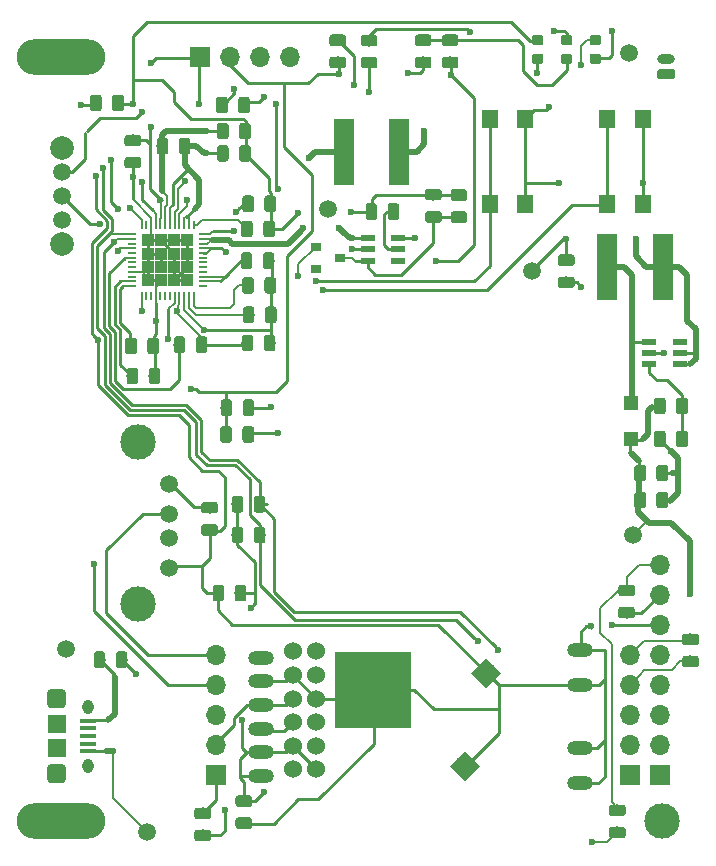
<source format=gbr>
G04 #@! TF.GenerationSoftware,KiCad,Pcbnew,(6.0.0-rc1-dev-1413-ga48e89956)*
G04 #@! TF.CreationDate,2019-11-22T20:47:00-07:00
G04 #@! TF.ProjectId,HAT_ver_6.0,4841545f-7665-4725-9f36-2e302e6b6963,6.0.4*
G04 #@! TF.SameCoordinates,Original*
G04 #@! TF.FileFunction,Copper,L1,Top*
G04 #@! TF.FilePolarity,Positive*
%FSLAX46Y46*%
G04 Gerber Fmt 4.6, Leading zero omitted, Abs format (unit mm)*
G04 Created by KiCad (PCBNEW (6.0.0-rc1-dev-1413-ga48e89956)) date Friday, November 22, 2019 at 08:47:00 PM*
%MOMM*%
%LPD*%
G04 APERTURE LIST*
%ADD10C,1.524000*%
%ADD11C,0.100000*%
%ADD12C,0.975000*%
%ADD13R,1.700000X1.700000*%
%ADD14O,1.700000X1.700000*%
%ADD15C,1.500000*%
%ADD16C,2.000000*%
%ADD17R,1.400000X1.600000*%
%ADD18R,1.200000X0.600000*%
%ADD19R,1.800000X5.700000*%
%ADD20R,1.220000X1.250000*%
%ADD21R,0.800000X0.200000*%
%ADD22R,0.200000X0.800000*%
%ADD23R,1.112500X1.112500*%
%ADD24C,1.501140*%
%ADD25C,2.999740*%
%ADD26O,1.500000X0.850000*%
%ADD27C,0.850000*%
%ADD28R,0.900000X0.800000*%
%ADD29C,3.000000*%
%ADD30R,1.380000X0.450000*%
%ADD31O,0.950000X1.250000*%
%ADD32C,1.550000*%
%ADD33R,1.550000X1.500000*%
%ADD34C,0.875000*%
%ADD35O,7.500000X3.000000*%
%ADD36O,2.200000X1.200000*%
%ADD37R,6.400000X6.400000*%
%ADD38C,1.800000*%
%ADD39C,0.600000*%
%ADD40C,0.500000*%
%ADD41C,0.250000*%
%ADD42C,0.200000*%
%ADD43C,0.180000*%
G04 APERTURE END LIST*
D10*
X153263600Y-126941600D03*
X153263600Y-124941600D03*
X153263600Y-122941600D03*
X153263600Y-120941600D03*
X153263600Y-118941600D03*
X153263600Y-116941600D03*
X151263600Y-116941600D03*
X151263600Y-126941600D03*
X151263600Y-124941600D03*
X151263600Y-122941600D03*
X151263600Y-120941600D03*
X151263600Y-118941600D03*
D11*
G36*
X158181742Y-79006374D02*
G01*
X158205403Y-79009884D01*
X158228607Y-79015696D01*
X158251129Y-79023754D01*
X158272753Y-79033982D01*
X158293270Y-79046279D01*
X158312483Y-79060529D01*
X158330207Y-79076593D01*
X158346271Y-79094317D01*
X158360521Y-79113530D01*
X158372818Y-79134047D01*
X158383046Y-79155671D01*
X158391104Y-79178193D01*
X158396916Y-79201397D01*
X158400426Y-79225058D01*
X158401600Y-79248950D01*
X158401600Y-80161450D01*
X158400426Y-80185342D01*
X158396916Y-80209003D01*
X158391104Y-80232207D01*
X158383046Y-80254729D01*
X158372818Y-80276353D01*
X158360521Y-80296870D01*
X158346271Y-80316083D01*
X158330207Y-80333807D01*
X158312483Y-80349871D01*
X158293270Y-80364121D01*
X158272753Y-80376418D01*
X158251129Y-80386646D01*
X158228607Y-80394704D01*
X158205403Y-80400516D01*
X158181742Y-80404026D01*
X158157850Y-80405200D01*
X157670350Y-80405200D01*
X157646458Y-80404026D01*
X157622797Y-80400516D01*
X157599593Y-80394704D01*
X157577071Y-80386646D01*
X157555447Y-80376418D01*
X157534930Y-80364121D01*
X157515717Y-80349871D01*
X157497993Y-80333807D01*
X157481929Y-80316083D01*
X157467679Y-80296870D01*
X157455382Y-80276353D01*
X157445154Y-80254729D01*
X157437096Y-80232207D01*
X157431284Y-80209003D01*
X157427774Y-80185342D01*
X157426600Y-80161450D01*
X157426600Y-79248950D01*
X157427774Y-79225058D01*
X157431284Y-79201397D01*
X157437096Y-79178193D01*
X157445154Y-79155671D01*
X157455382Y-79134047D01*
X157467679Y-79113530D01*
X157481929Y-79094317D01*
X157497993Y-79076593D01*
X157515717Y-79060529D01*
X157534930Y-79046279D01*
X157555447Y-79033982D01*
X157577071Y-79023754D01*
X157599593Y-79015696D01*
X157622797Y-79009884D01*
X157646458Y-79006374D01*
X157670350Y-79005200D01*
X158157850Y-79005200D01*
X158181742Y-79006374D01*
X158181742Y-79006374D01*
G37*
D12*
X157914100Y-79705200D03*
D11*
G36*
X160056742Y-79006374D02*
G01*
X160080403Y-79009884D01*
X160103607Y-79015696D01*
X160126129Y-79023754D01*
X160147753Y-79033982D01*
X160168270Y-79046279D01*
X160187483Y-79060529D01*
X160205207Y-79076593D01*
X160221271Y-79094317D01*
X160235521Y-79113530D01*
X160247818Y-79134047D01*
X160258046Y-79155671D01*
X160266104Y-79178193D01*
X160271916Y-79201397D01*
X160275426Y-79225058D01*
X160276600Y-79248950D01*
X160276600Y-80161450D01*
X160275426Y-80185342D01*
X160271916Y-80209003D01*
X160266104Y-80232207D01*
X160258046Y-80254729D01*
X160247818Y-80276353D01*
X160235521Y-80296870D01*
X160221271Y-80316083D01*
X160205207Y-80333807D01*
X160187483Y-80349871D01*
X160168270Y-80364121D01*
X160147753Y-80376418D01*
X160126129Y-80386646D01*
X160103607Y-80394704D01*
X160080403Y-80400516D01*
X160056742Y-80404026D01*
X160032850Y-80405200D01*
X159545350Y-80405200D01*
X159521458Y-80404026D01*
X159497797Y-80400516D01*
X159474593Y-80394704D01*
X159452071Y-80386646D01*
X159430447Y-80376418D01*
X159409930Y-80364121D01*
X159390717Y-80349871D01*
X159372993Y-80333807D01*
X159356929Y-80316083D01*
X159342679Y-80296870D01*
X159330382Y-80276353D01*
X159320154Y-80254729D01*
X159312096Y-80232207D01*
X159306284Y-80209003D01*
X159302774Y-80185342D01*
X159301600Y-80161450D01*
X159301600Y-79248950D01*
X159302774Y-79225058D01*
X159306284Y-79201397D01*
X159312096Y-79178193D01*
X159320154Y-79155671D01*
X159330382Y-79134047D01*
X159342679Y-79113530D01*
X159356929Y-79094317D01*
X159372993Y-79076593D01*
X159390717Y-79060529D01*
X159409930Y-79046279D01*
X159430447Y-79033982D01*
X159452071Y-79023754D01*
X159474593Y-79015696D01*
X159497797Y-79009884D01*
X159521458Y-79006374D01*
X159545350Y-79005200D01*
X160032850Y-79005200D01*
X160056742Y-79006374D01*
X160056742Y-79006374D01*
G37*
D12*
X159789100Y-79705200D03*
D11*
G36*
X165808742Y-77821874D02*
G01*
X165832403Y-77825384D01*
X165855607Y-77831196D01*
X165878129Y-77839254D01*
X165899753Y-77849482D01*
X165920270Y-77861779D01*
X165939483Y-77876029D01*
X165957207Y-77892093D01*
X165973271Y-77909817D01*
X165987521Y-77929030D01*
X165999818Y-77949547D01*
X166010046Y-77971171D01*
X166018104Y-77993693D01*
X166023916Y-78016897D01*
X166027426Y-78040558D01*
X166028600Y-78064450D01*
X166028600Y-78551950D01*
X166027426Y-78575842D01*
X166023916Y-78599503D01*
X166018104Y-78622707D01*
X166010046Y-78645229D01*
X165999818Y-78666853D01*
X165987521Y-78687370D01*
X165973271Y-78706583D01*
X165957207Y-78724307D01*
X165939483Y-78740371D01*
X165920270Y-78754621D01*
X165899753Y-78766918D01*
X165878129Y-78777146D01*
X165855607Y-78785204D01*
X165832403Y-78791016D01*
X165808742Y-78794526D01*
X165784850Y-78795700D01*
X164872350Y-78795700D01*
X164848458Y-78794526D01*
X164824797Y-78791016D01*
X164801593Y-78785204D01*
X164779071Y-78777146D01*
X164757447Y-78766918D01*
X164736930Y-78754621D01*
X164717717Y-78740371D01*
X164699993Y-78724307D01*
X164683929Y-78706583D01*
X164669679Y-78687370D01*
X164657382Y-78666853D01*
X164647154Y-78645229D01*
X164639096Y-78622707D01*
X164633284Y-78599503D01*
X164629774Y-78575842D01*
X164628600Y-78551950D01*
X164628600Y-78064450D01*
X164629774Y-78040558D01*
X164633284Y-78016897D01*
X164639096Y-77993693D01*
X164647154Y-77971171D01*
X164657382Y-77949547D01*
X164669679Y-77929030D01*
X164683929Y-77909817D01*
X164699993Y-77892093D01*
X164717717Y-77876029D01*
X164736930Y-77861779D01*
X164757447Y-77849482D01*
X164779071Y-77839254D01*
X164801593Y-77831196D01*
X164824797Y-77825384D01*
X164848458Y-77821874D01*
X164872350Y-77820700D01*
X165784850Y-77820700D01*
X165808742Y-77821874D01*
X165808742Y-77821874D01*
G37*
D12*
X165328600Y-78308200D03*
D11*
G36*
X165808742Y-79696874D02*
G01*
X165832403Y-79700384D01*
X165855607Y-79706196D01*
X165878129Y-79714254D01*
X165899753Y-79724482D01*
X165920270Y-79736779D01*
X165939483Y-79751029D01*
X165957207Y-79767093D01*
X165973271Y-79784817D01*
X165987521Y-79804030D01*
X165999818Y-79824547D01*
X166010046Y-79846171D01*
X166018104Y-79868693D01*
X166023916Y-79891897D01*
X166027426Y-79915558D01*
X166028600Y-79939450D01*
X166028600Y-80426950D01*
X166027426Y-80450842D01*
X166023916Y-80474503D01*
X166018104Y-80497707D01*
X166010046Y-80520229D01*
X165999818Y-80541853D01*
X165987521Y-80562370D01*
X165973271Y-80581583D01*
X165957207Y-80599307D01*
X165939483Y-80615371D01*
X165920270Y-80629621D01*
X165899753Y-80641918D01*
X165878129Y-80652146D01*
X165855607Y-80660204D01*
X165832403Y-80666016D01*
X165808742Y-80669526D01*
X165784850Y-80670700D01*
X164872350Y-80670700D01*
X164848458Y-80669526D01*
X164824797Y-80666016D01*
X164801593Y-80660204D01*
X164779071Y-80652146D01*
X164757447Y-80641918D01*
X164736930Y-80629621D01*
X164717717Y-80615371D01*
X164699993Y-80599307D01*
X164683929Y-80581583D01*
X164669679Y-80562370D01*
X164657382Y-80541853D01*
X164647154Y-80520229D01*
X164639096Y-80497707D01*
X164633284Y-80474503D01*
X164629774Y-80450842D01*
X164628600Y-80426950D01*
X164628600Y-79939450D01*
X164629774Y-79915558D01*
X164633284Y-79891897D01*
X164639096Y-79868693D01*
X164647154Y-79846171D01*
X164657382Y-79824547D01*
X164669679Y-79804030D01*
X164683929Y-79784817D01*
X164699993Y-79767093D01*
X164717717Y-79751029D01*
X164736930Y-79736779D01*
X164757447Y-79724482D01*
X164779071Y-79714254D01*
X164801593Y-79706196D01*
X164824797Y-79700384D01*
X164848458Y-79696874D01*
X164872350Y-79695700D01*
X165784850Y-79695700D01*
X165808742Y-79696874D01*
X165808742Y-79696874D01*
G37*
D12*
X165328600Y-80183200D03*
D13*
X182321200Y-127422000D03*
D14*
X182321200Y-124882000D03*
X182321200Y-122342000D03*
X182321200Y-119802000D03*
X182321200Y-117262000D03*
X182321200Y-114722000D03*
X182321200Y-112182000D03*
X182321200Y-109642000D03*
D15*
X131724400Y-76384400D03*
X131724400Y-78384400D03*
X131724400Y-80384400D03*
D16*
X131724400Y-74284400D03*
X131724400Y-82484400D03*
D17*
X167936800Y-79054000D03*
X170936800Y-79054000D03*
X167936800Y-71854000D03*
X170936800Y-71854000D03*
D18*
X181427600Y-90744000D03*
X181427600Y-91694000D03*
X181427600Y-92644000D03*
X184027600Y-92644000D03*
X184027600Y-90744000D03*
X184027600Y-91694000D03*
X157602400Y-81955600D03*
X157602400Y-82905600D03*
X157602400Y-83855600D03*
X160202400Y-83855600D03*
X160202400Y-81955600D03*
X160202400Y-82905600D03*
D19*
X160287200Y-74676000D03*
X155587200Y-74676000D03*
D20*
X179882800Y-98958400D03*
X179882800Y-95958400D03*
D21*
X137665200Y-81620000D03*
X137665200Y-82020000D03*
X137665200Y-82420000D03*
X137665200Y-82820000D03*
X137665200Y-83220000D03*
X137665200Y-83620000D03*
X137665200Y-84020000D03*
X137665200Y-84420000D03*
X137665200Y-84820000D03*
X137665200Y-85220000D03*
X137665200Y-85620000D03*
X137665200Y-86020000D03*
D22*
X138465200Y-86820000D03*
X138865200Y-86820000D03*
X139265200Y-86820000D03*
X139665200Y-86820000D03*
X140065200Y-86820000D03*
X140465200Y-86820000D03*
X140865200Y-86820000D03*
X141265200Y-86820000D03*
X141665200Y-86820000D03*
X142065200Y-86820000D03*
X142465200Y-86820000D03*
X142865200Y-86820000D03*
D21*
X143665200Y-86020000D03*
X143665200Y-85620000D03*
X143665200Y-85220000D03*
X143665200Y-84820000D03*
X143665200Y-84420000D03*
X143665200Y-84020000D03*
X143665200Y-83620000D03*
X143665200Y-83220000D03*
X143665200Y-82820000D03*
X143665200Y-82420000D03*
X143665200Y-82020000D03*
X143665200Y-81620000D03*
D22*
X142865200Y-80820000D03*
X142465200Y-80820000D03*
X142065200Y-80820000D03*
X141665200Y-80820000D03*
X141265200Y-80820000D03*
X140865200Y-80820000D03*
X140465200Y-80820000D03*
X140065200Y-80820000D03*
X139665200Y-80820000D03*
X139265200Y-80820000D03*
X138865200Y-80820000D03*
X138465200Y-80820000D03*
D23*
X142333950Y-85488750D03*
X142333950Y-84376250D03*
X142333950Y-83263750D03*
X142333950Y-82151250D03*
X141221450Y-85488750D03*
X141221450Y-84376250D03*
X141221450Y-83263750D03*
X141221450Y-82151250D03*
X140108950Y-85488750D03*
X140108950Y-84376250D03*
X140108950Y-83263750D03*
X140108950Y-82151250D03*
X138996450Y-85488750D03*
X138996450Y-84376250D03*
X138996450Y-83263750D03*
X138996450Y-82151250D03*
D24*
X140792200Y-109880400D03*
X140792200Y-107340400D03*
X140792200Y-105308400D03*
X140792200Y-102768400D03*
D25*
X138125200Y-112928400D03*
X138125200Y-99212400D03*
D13*
X179781200Y-127422000D03*
D14*
X179781200Y-124882000D03*
X179781200Y-122342000D03*
X179781200Y-119802000D03*
X179781200Y-117262000D03*
D13*
X144729200Y-127422000D03*
D14*
X144729200Y-124882000D03*
X144729200Y-122342000D03*
X144729200Y-119802000D03*
X144729200Y-117262000D03*
D26*
X182880000Y-66822000D03*
D11*
G36*
X183438329Y-67648023D02*
G01*
X183458957Y-67651083D01*
X183479185Y-67656150D01*
X183498820Y-67663176D01*
X183517672Y-67672092D01*
X183535559Y-67682813D01*
X183552309Y-67695235D01*
X183567760Y-67709240D01*
X183581765Y-67724691D01*
X183594187Y-67741441D01*
X183604908Y-67759328D01*
X183613824Y-67778180D01*
X183620850Y-67797815D01*
X183625917Y-67818043D01*
X183628977Y-67838671D01*
X183630000Y-67859500D01*
X183630000Y-68284500D01*
X183628977Y-68305329D01*
X183625917Y-68325957D01*
X183620850Y-68346185D01*
X183613824Y-68365820D01*
X183604908Y-68384672D01*
X183594187Y-68402559D01*
X183581765Y-68419309D01*
X183567760Y-68434760D01*
X183552309Y-68448765D01*
X183535559Y-68461187D01*
X183517672Y-68471908D01*
X183498820Y-68480824D01*
X183479185Y-68487850D01*
X183458957Y-68492917D01*
X183438329Y-68495977D01*
X183417500Y-68497000D01*
X182342500Y-68497000D01*
X182321671Y-68495977D01*
X182301043Y-68492917D01*
X182280815Y-68487850D01*
X182261180Y-68480824D01*
X182242328Y-68471908D01*
X182224441Y-68461187D01*
X182207691Y-68448765D01*
X182192240Y-68434760D01*
X182178235Y-68419309D01*
X182165813Y-68402559D01*
X182155092Y-68384672D01*
X182146176Y-68365820D01*
X182139150Y-68346185D01*
X182134083Y-68325957D01*
X182131023Y-68305329D01*
X182130000Y-68284500D01*
X182130000Y-67859500D01*
X182131023Y-67838671D01*
X182134083Y-67818043D01*
X182139150Y-67797815D01*
X182146176Y-67778180D01*
X182155092Y-67759328D01*
X182165813Y-67741441D01*
X182178235Y-67724691D01*
X182192240Y-67709240D01*
X182207691Y-67695235D01*
X182224441Y-67682813D01*
X182242328Y-67672092D01*
X182261180Y-67663176D01*
X182280815Y-67656150D01*
X182301043Y-67651083D01*
X182321671Y-67648023D01*
X182342500Y-67647000D01*
X183417500Y-67647000D01*
X183438329Y-67648023D01*
X183438329Y-67648023D01*
G37*
D27*
X182880000Y-68072000D03*
D11*
G36*
X144117142Y-130171274D02*
G01*
X144140803Y-130174784D01*
X144164007Y-130180596D01*
X144186529Y-130188654D01*
X144208153Y-130198882D01*
X144228670Y-130211179D01*
X144247883Y-130225429D01*
X144265607Y-130241493D01*
X144281671Y-130259217D01*
X144295921Y-130278430D01*
X144308218Y-130298947D01*
X144318446Y-130320571D01*
X144326504Y-130343093D01*
X144332316Y-130366297D01*
X144335826Y-130389958D01*
X144337000Y-130413850D01*
X144337000Y-130901350D01*
X144335826Y-130925242D01*
X144332316Y-130948903D01*
X144326504Y-130972107D01*
X144318446Y-130994629D01*
X144308218Y-131016253D01*
X144295921Y-131036770D01*
X144281671Y-131055983D01*
X144265607Y-131073707D01*
X144247883Y-131089771D01*
X144228670Y-131104021D01*
X144208153Y-131116318D01*
X144186529Y-131126546D01*
X144164007Y-131134604D01*
X144140803Y-131140416D01*
X144117142Y-131143926D01*
X144093250Y-131145100D01*
X143180750Y-131145100D01*
X143156858Y-131143926D01*
X143133197Y-131140416D01*
X143109993Y-131134604D01*
X143087471Y-131126546D01*
X143065847Y-131116318D01*
X143045330Y-131104021D01*
X143026117Y-131089771D01*
X143008393Y-131073707D01*
X142992329Y-131055983D01*
X142978079Y-131036770D01*
X142965782Y-131016253D01*
X142955554Y-130994629D01*
X142947496Y-130972107D01*
X142941684Y-130948903D01*
X142938174Y-130925242D01*
X142937000Y-130901350D01*
X142937000Y-130413850D01*
X142938174Y-130389958D01*
X142941684Y-130366297D01*
X142947496Y-130343093D01*
X142955554Y-130320571D01*
X142965782Y-130298947D01*
X142978079Y-130278430D01*
X142992329Y-130259217D01*
X143008393Y-130241493D01*
X143026117Y-130225429D01*
X143045330Y-130211179D01*
X143065847Y-130198882D01*
X143087471Y-130188654D01*
X143109993Y-130180596D01*
X143133197Y-130174784D01*
X143156858Y-130171274D01*
X143180750Y-130170100D01*
X144093250Y-130170100D01*
X144117142Y-130171274D01*
X144117142Y-130171274D01*
G37*
D12*
X143637000Y-130657600D03*
D11*
G36*
X144117142Y-132046274D02*
G01*
X144140803Y-132049784D01*
X144164007Y-132055596D01*
X144186529Y-132063654D01*
X144208153Y-132073882D01*
X144228670Y-132086179D01*
X144247883Y-132100429D01*
X144265607Y-132116493D01*
X144281671Y-132134217D01*
X144295921Y-132153430D01*
X144308218Y-132173947D01*
X144318446Y-132195571D01*
X144326504Y-132218093D01*
X144332316Y-132241297D01*
X144335826Y-132264958D01*
X144337000Y-132288850D01*
X144337000Y-132776350D01*
X144335826Y-132800242D01*
X144332316Y-132823903D01*
X144326504Y-132847107D01*
X144318446Y-132869629D01*
X144308218Y-132891253D01*
X144295921Y-132911770D01*
X144281671Y-132930983D01*
X144265607Y-132948707D01*
X144247883Y-132964771D01*
X144228670Y-132979021D01*
X144208153Y-132991318D01*
X144186529Y-133001546D01*
X144164007Y-133009604D01*
X144140803Y-133015416D01*
X144117142Y-133018926D01*
X144093250Y-133020100D01*
X143180750Y-133020100D01*
X143156858Y-133018926D01*
X143133197Y-133015416D01*
X143109993Y-133009604D01*
X143087471Y-133001546D01*
X143065847Y-132991318D01*
X143045330Y-132979021D01*
X143026117Y-132964771D01*
X143008393Y-132948707D01*
X142992329Y-132930983D01*
X142978079Y-132911770D01*
X142965782Y-132891253D01*
X142955554Y-132869629D01*
X142947496Y-132847107D01*
X142941684Y-132823903D01*
X142938174Y-132800242D01*
X142937000Y-132776350D01*
X142937000Y-132288850D01*
X142938174Y-132264958D01*
X142941684Y-132241297D01*
X142947496Y-132218093D01*
X142955554Y-132195571D01*
X142965782Y-132173947D01*
X142978079Y-132153430D01*
X142992329Y-132134217D01*
X143008393Y-132116493D01*
X143026117Y-132100429D01*
X143045330Y-132086179D01*
X143065847Y-132073882D01*
X143087471Y-132063654D01*
X143109993Y-132055596D01*
X143133197Y-132049784D01*
X143156858Y-132046274D01*
X143180750Y-132045100D01*
X144093250Y-132045100D01*
X144117142Y-132046274D01*
X144117142Y-132046274D01*
G37*
D12*
X143637000Y-132532600D03*
D11*
G36*
X163649742Y-77796474D02*
G01*
X163673403Y-77799984D01*
X163696607Y-77805796D01*
X163719129Y-77813854D01*
X163740753Y-77824082D01*
X163761270Y-77836379D01*
X163780483Y-77850629D01*
X163798207Y-77866693D01*
X163814271Y-77884417D01*
X163828521Y-77903630D01*
X163840818Y-77924147D01*
X163851046Y-77945771D01*
X163859104Y-77968293D01*
X163864916Y-77991497D01*
X163868426Y-78015158D01*
X163869600Y-78039050D01*
X163869600Y-78526550D01*
X163868426Y-78550442D01*
X163864916Y-78574103D01*
X163859104Y-78597307D01*
X163851046Y-78619829D01*
X163840818Y-78641453D01*
X163828521Y-78661970D01*
X163814271Y-78681183D01*
X163798207Y-78698907D01*
X163780483Y-78714971D01*
X163761270Y-78729221D01*
X163740753Y-78741518D01*
X163719129Y-78751746D01*
X163696607Y-78759804D01*
X163673403Y-78765616D01*
X163649742Y-78769126D01*
X163625850Y-78770300D01*
X162713350Y-78770300D01*
X162689458Y-78769126D01*
X162665797Y-78765616D01*
X162642593Y-78759804D01*
X162620071Y-78751746D01*
X162598447Y-78741518D01*
X162577930Y-78729221D01*
X162558717Y-78714971D01*
X162540993Y-78698907D01*
X162524929Y-78681183D01*
X162510679Y-78661970D01*
X162498382Y-78641453D01*
X162488154Y-78619829D01*
X162480096Y-78597307D01*
X162474284Y-78574103D01*
X162470774Y-78550442D01*
X162469600Y-78526550D01*
X162469600Y-78039050D01*
X162470774Y-78015158D01*
X162474284Y-77991497D01*
X162480096Y-77968293D01*
X162488154Y-77945771D01*
X162498382Y-77924147D01*
X162510679Y-77903630D01*
X162524929Y-77884417D01*
X162540993Y-77866693D01*
X162558717Y-77850629D01*
X162577930Y-77836379D01*
X162598447Y-77824082D01*
X162620071Y-77813854D01*
X162642593Y-77805796D01*
X162665797Y-77799984D01*
X162689458Y-77796474D01*
X162713350Y-77795300D01*
X163625850Y-77795300D01*
X163649742Y-77796474D01*
X163649742Y-77796474D01*
G37*
D12*
X163169600Y-78282800D03*
D11*
G36*
X163649742Y-79671474D02*
G01*
X163673403Y-79674984D01*
X163696607Y-79680796D01*
X163719129Y-79688854D01*
X163740753Y-79699082D01*
X163761270Y-79711379D01*
X163780483Y-79725629D01*
X163798207Y-79741693D01*
X163814271Y-79759417D01*
X163828521Y-79778630D01*
X163840818Y-79799147D01*
X163851046Y-79820771D01*
X163859104Y-79843293D01*
X163864916Y-79866497D01*
X163868426Y-79890158D01*
X163869600Y-79914050D01*
X163869600Y-80401550D01*
X163868426Y-80425442D01*
X163864916Y-80449103D01*
X163859104Y-80472307D01*
X163851046Y-80494829D01*
X163840818Y-80516453D01*
X163828521Y-80536970D01*
X163814271Y-80556183D01*
X163798207Y-80573907D01*
X163780483Y-80589971D01*
X163761270Y-80604221D01*
X163740753Y-80616518D01*
X163719129Y-80626746D01*
X163696607Y-80634804D01*
X163673403Y-80640616D01*
X163649742Y-80644126D01*
X163625850Y-80645300D01*
X162713350Y-80645300D01*
X162689458Y-80644126D01*
X162665797Y-80640616D01*
X162642593Y-80634804D01*
X162620071Y-80626746D01*
X162598447Y-80616518D01*
X162577930Y-80604221D01*
X162558717Y-80589971D01*
X162540993Y-80573907D01*
X162524929Y-80556183D01*
X162510679Y-80536970D01*
X162498382Y-80516453D01*
X162488154Y-80494829D01*
X162480096Y-80472307D01*
X162474284Y-80449103D01*
X162470774Y-80425442D01*
X162469600Y-80401550D01*
X162469600Y-79914050D01*
X162470774Y-79890158D01*
X162474284Y-79866497D01*
X162480096Y-79843293D01*
X162488154Y-79820771D01*
X162498382Y-79799147D01*
X162510679Y-79778630D01*
X162524929Y-79759417D01*
X162540993Y-79741693D01*
X162558717Y-79725629D01*
X162577930Y-79711379D01*
X162598447Y-79699082D01*
X162620071Y-79688854D01*
X162642593Y-79680796D01*
X162665797Y-79674984D01*
X162689458Y-79671474D01*
X162713350Y-79670300D01*
X163625850Y-79670300D01*
X163649742Y-79671474D01*
X163649742Y-79671474D01*
G37*
D12*
X163169600Y-80157800D03*
D28*
X153244800Y-82666800D03*
X153244800Y-84566800D03*
X155244800Y-83616800D03*
D15*
X132105400Y-116713000D03*
X179705000Y-66294000D03*
X138938000Y-132207000D03*
X154279600Y-79476600D03*
X180060600Y-107086400D03*
D11*
G36*
X185417542Y-117316574D02*
G01*
X185441203Y-117320084D01*
X185464407Y-117325896D01*
X185486929Y-117333954D01*
X185508553Y-117344182D01*
X185529070Y-117356479D01*
X185548283Y-117370729D01*
X185566007Y-117386793D01*
X185582071Y-117404517D01*
X185596321Y-117423730D01*
X185608618Y-117444247D01*
X185618846Y-117465871D01*
X185626904Y-117488393D01*
X185632716Y-117511597D01*
X185636226Y-117535258D01*
X185637400Y-117559150D01*
X185637400Y-118046650D01*
X185636226Y-118070542D01*
X185632716Y-118094203D01*
X185626904Y-118117407D01*
X185618846Y-118139929D01*
X185608618Y-118161553D01*
X185596321Y-118182070D01*
X185582071Y-118201283D01*
X185566007Y-118219007D01*
X185548283Y-118235071D01*
X185529070Y-118249321D01*
X185508553Y-118261618D01*
X185486929Y-118271846D01*
X185464407Y-118279904D01*
X185441203Y-118285716D01*
X185417542Y-118289226D01*
X185393650Y-118290400D01*
X184481150Y-118290400D01*
X184457258Y-118289226D01*
X184433597Y-118285716D01*
X184410393Y-118279904D01*
X184387871Y-118271846D01*
X184366247Y-118261618D01*
X184345730Y-118249321D01*
X184326517Y-118235071D01*
X184308793Y-118219007D01*
X184292729Y-118201283D01*
X184278479Y-118182070D01*
X184266182Y-118161553D01*
X184255954Y-118139929D01*
X184247896Y-118117407D01*
X184242084Y-118094203D01*
X184238574Y-118070542D01*
X184237400Y-118046650D01*
X184237400Y-117559150D01*
X184238574Y-117535258D01*
X184242084Y-117511597D01*
X184247896Y-117488393D01*
X184255954Y-117465871D01*
X184266182Y-117444247D01*
X184278479Y-117423730D01*
X184292729Y-117404517D01*
X184308793Y-117386793D01*
X184326517Y-117370729D01*
X184345730Y-117356479D01*
X184366247Y-117344182D01*
X184387871Y-117333954D01*
X184410393Y-117325896D01*
X184433597Y-117320084D01*
X184457258Y-117316574D01*
X184481150Y-117315400D01*
X185393650Y-117315400D01*
X185417542Y-117316574D01*
X185417542Y-117316574D01*
G37*
D12*
X184937400Y-117802900D03*
D11*
G36*
X185417542Y-115441574D02*
G01*
X185441203Y-115445084D01*
X185464407Y-115450896D01*
X185486929Y-115458954D01*
X185508553Y-115469182D01*
X185529070Y-115481479D01*
X185548283Y-115495729D01*
X185566007Y-115511793D01*
X185582071Y-115529517D01*
X185596321Y-115548730D01*
X185608618Y-115569247D01*
X185618846Y-115590871D01*
X185626904Y-115613393D01*
X185632716Y-115636597D01*
X185636226Y-115660258D01*
X185637400Y-115684150D01*
X185637400Y-116171650D01*
X185636226Y-116195542D01*
X185632716Y-116219203D01*
X185626904Y-116242407D01*
X185618846Y-116264929D01*
X185608618Y-116286553D01*
X185596321Y-116307070D01*
X185582071Y-116326283D01*
X185566007Y-116344007D01*
X185548283Y-116360071D01*
X185529070Y-116374321D01*
X185508553Y-116386618D01*
X185486929Y-116396846D01*
X185464407Y-116404904D01*
X185441203Y-116410716D01*
X185417542Y-116414226D01*
X185393650Y-116415400D01*
X184481150Y-116415400D01*
X184457258Y-116414226D01*
X184433597Y-116410716D01*
X184410393Y-116404904D01*
X184387871Y-116396846D01*
X184366247Y-116386618D01*
X184345730Y-116374321D01*
X184326517Y-116360071D01*
X184308793Y-116344007D01*
X184292729Y-116326283D01*
X184278479Y-116307070D01*
X184266182Y-116286553D01*
X184255954Y-116264929D01*
X184247896Y-116242407D01*
X184242084Y-116219203D01*
X184238574Y-116195542D01*
X184237400Y-116171650D01*
X184237400Y-115684150D01*
X184238574Y-115660258D01*
X184242084Y-115636597D01*
X184247896Y-115613393D01*
X184255954Y-115590871D01*
X184266182Y-115569247D01*
X184278479Y-115548730D01*
X184292729Y-115529517D01*
X184308793Y-115511793D01*
X184326517Y-115495729D01*
X184345730Y-115481479D01*
X184366247Y-115469182D01*
X184387871Y-115458954D01*
X184410393Y-115450896D01*
X184433597Y-115445084D01*
X184457258Y-115441574D01*
X184481150Y-115440400D01*
X185393650Y-115440400D01*
X185417542Y-115441574D01*
X185417542Y-115441574D01*
G37*
D12*
X184937400Y-115927900D03*
D11*
G36*
X145608742Y-74078774D02*
G01*
X145632403Y-74082284D01*
X145655607Y-74088096D01*
X145678129Y-74096154D01*
X145699753Y-74106382D01*
X145720270Y-74118679D01*
X145739483Y-74132929D01*
X145757207Y-74148993D01*
X145773271Y-74166717D01*
X145787521Y-74185930D01*
X145799818Y-74206447D01*
X145810046Y-74228071D01*
X145818104Y-74250593D01*
X145823916Y-74273797D01*
X145827426Y-74297458D01*
X145828600Y-74321350D01*
X145828600Y-75233850D01*
X145827426Y-75257742D01*
X145823916Y-75281403D01*
X145818104Y-75304607D01*
X145810046Y-75327129D01*
X145799818Y-75348753D01*
X145787521Y-75369270D01*
X145773271Y-75388483D01*
X145757207Y-75406207D01*
X145739483Y-75422271D01*
X145720270Y-75436521D01*
X145699753Y-75448818D01*
X145678129Y-75459046D01*
X145655607Y-75467104D01*
X145632403Y-75472916D01*
X145608742Y-75476426D01*
X145584850Y-75477600D01*
X145097350Y-75477600D01*
X145073458Y-75476426D01*
X145049797Y-75472916D01*
X145026593Y-75467104D01*
X145004071Y-75459046D01*
X144982447Y-75448818D01*
X144961930Y-75436521D01*
X144942717Y-75422271D01*
X144924993Y-75406207D01*
X144908929Y-75388483D01*
X144894679Y-75369270D01*
X144882382Y-75348753D01*
X144872154Y-75327129D01*
X144864096Y-75304607D01*
X144858284Y-75281403D01*
X144854774Y-75257742D01*
X144853600Y-75233850D01*
X144853600Y-74321350D01*
X144854774Y-74297458D01*
X144858284Y-74273797D01*
X144864096Y-74250593D01*
X144872154Y-74228071D01*
X144882382Y-74206447D01*
X144894679Y-74185930D01*
X144908929Y-74166717D01*
X144924993Y-74148993D01*
X144942717Y-74132929D01*
X144961930Y-74118679D01*
X144982447Y-74106382D01*
X145004071Y-74096154D01*
X145026593Y-74088096D01*
X145049797Y-74082284D01*
X145073458Y-74078774D01*
X145097350Y-74077600D01*
X145584850Y-74077600D01*
X145608742Y-74078774D01*
X145608742Y-74078774D01*
G37*
D12*
X145341100Y-74777600D03*
D11*
G36*
X147483742Y-74078774D02*
G01*
X147507403Y-74082284D01*
X147530607Y-74088096D01*
X147553129Y-74096154D01*
X147574753Y-74106382D01*
X147595270Y-74118679D01*
X147614483Y-74132929D01*
X147632207Y-74148993D01*
X147648271Y-74166717D01*
X147662521Y-74185930D01*
X147674818Y-74206447D01*
X147685046Y-74228071D01*
X147693104Y-74250593D01*
X147698916Y-74273797D01*
X147702426Y-74297458D01*
X147703600Y-74321350D01*
X147703600Y-75233850D01*
X147702426Y-75257742D01*
X147698916Y-75281403D01*
X147693104Y-75304607D01*
X147685046Y-75327129D01*
X147674818Y-75348753D01*
X147662521Y-75369270D01*
X147648271Y-75388483D01*
X147632207Y-75406207D01*
X147614483Y-75422271D01*
X147595270Y-75436521D01*
X147574753Y-75448818D01*
X147553129Y-75459046D01*
X147530607Y-75467104D01*
X147507403Y-75472916D01*
X147483742Y-75476426D01*
X147459850Y-75477600D01*
X146972350Y-75477600D01*
X146948458Y-75476426D01*
X146924797Y-75472916D01*
X146901593Y-75467104D01*
X146879071Y-75459046D01*
X146857447Y-75448818D01*
X146836930Y-75436521D01*
X146817717Y-75422271D01*
X146799993Y-75406207D01*
X146783929Y-75388483D01*
X146769679Y-75369270D01*
X146757382Y-75348753D01*
X146747154Y-75327129D01*
X146739096Y-75304607D01*
X146733284Y-75281403D01*
X146729774Y-75257742D01*
X146728600Y-75233850D01*
X146728600Y-74321350D01*
X146729774Y-74297458D01*
X146733284Y-74273797D01*
X146739096Y-74250593D01*
X146747154Y-74228071D01*
X146757382Y-74206447D01*
X146769679Y-74185930D01*
X146783929Y-74166717D01*
X146799993Y-74148993D01*
X146817717Y-74132929D01*
X146836930Y-74118679D01*
X146857447Y-74106382D01*
X146879071Y-74096154D01*
X146901593Y-74088096D01*
X146924797Y-74082284D01*
X146948458Y-74078774D01*
X146972350Y-74077600D01*
X147459850Y-74077600D01*
X147483742Y-74078774D01*
X147483742Y-74078774D01*
G37*
D12*
X147216100Y-74777600D03*
D11*
G36*
X145608742Y-72199174D02*
G01*
X145632403Y-72202684D01*
X145655607Y-72208496D01*
X145678129Y-72216554D01*
X145699753Y-72226782D01*
X145720270Y-72239079D01*
X145739483Y-72253329D01*
X145757207Y-72269393D01*
X145773271Y-72287117D01*
X145787521Y-72306330D01*
X145799818Y-72326847D01*
X145810046Y-72348471D01*
X145818104Y-72370993D01*
X145823916Y-72394197D01*
X145827426Y-72417858D01*
X145828600Y-72441750D01*
X145828600Y-73354250D01*
X145827426Y-73378142D01*
X145823916Y-73401803D01*
X145818104Y-73425007D01*
X145810046Y-73447529D01*
X145799818Y-73469153D01*
X145787521Y-73489670D01*
X145773271Y-73508883D01*
X145757207Y-73526607D01*
X145739483Y-73542671D01*
X145720270Y-73556921D01*
X145699753Y-73569218D01*
X145678129Y-73579446D01*
X145655607Y-73587504D01*
X145632403Y-73593316D01*
X145608742Y-73596826D01*
X145584850Y-73598000D01*
X145097350Y-73598000D01*
X145073458Y-73596826D01*
X145049797Y-73593316D01*
X145026593Y-73587504D01*
X145004071Y-73579446D01*
X144982447Y-73569218D01*
X144961930Y-73556921D01*
X144942717Y-73542671D01*
X144924993Y-73526607D01*
X144908929Y-73508883D01*
X144894679Y-73489670D01*
X144882382Y-73469153D01*
X144872154Y-73447529D01*
X144864096Y-73425007D01*
X144858284Y-73401803D01*
X144854774Y-73378142D01*
X144853600Y-73354250D01*
X144853600Y-72441750D01*
X144854774Y-72417858D01*
X144858284Y-72394197D01*
X144864096Y-72370993D01*
X144872154Y-72348471D01*
X144882382Y-72326847D01*
X144894679Y-72306330D01*
X144908929Y-72287117D01*
X144924993Y-72269393D01*
X144942717Y-72253329D01*
X144961930Y-72239079D01*
X144982447Y-72226782D01*
X145004071Y-72216554D01*
X145026593Y-72208496D01*
X145049797Y-72202684D01*
X145073458Y-72199174D01*
X145097350Y-72198000D01*
X145584850Y-72198000D01*
X145608742Y-72199174D01*
X145608742Y-72199174D01*
G37*
D12*
X145341100Y-72898000D03*
D11*
G36*
X147483742Y-72199174D02*
G01*
X147507403Y-72202684D01*
X147530607Y-72208496D01*
X147553129Y-72216554D01*
X147574753Y-72226782D01*
X147595270Y-72239079D01*
X147614483Y-72253329D01*
X147632207Y-72269393D01*
X147648271Y-72287117D01*
X147662521Y-72306330D01*
X147674818Y-72326847D01*
X147685046Y-72348471D01*
X147693104Y-72370993D01*
X147698916Y-72394197D01*
X147702426Y-72417858D01*
X147703600Y-72441750D01*
X147703600Y-73354250D01*
X147702426Y-73378142D01*
X147698916Y-73401803D01*
X147693104Y-73425007D01*
X147685046Y-73447529D01*
X147674818Y-73469153D01*
X147662521Y-73489670D01*
X147648271Y-73508883D01*
X147632207Y-73526607D01*
X147614483Y-73542671D01*
X147595270Y-73556921D01*
X147574753Y-73569218D01*
X147553129Y-73579446D01*
X147530607Y-73587504D01*
X147507403Y-73593316D01*
X147483742Y-73596826D01*
X147459850Y-73598000D01*
X146972350Y-73598000D01*
X146948458Y-73596826D01*
X146924797Y-73593316D01*
X146901593Y-73587504D01*
X146879071Y-73579446D01*
X146857447Y-73569218D01*
X146836930Y-73556921D01*
X146817717Y-73542671D01*
X146799993Y-73526607D01*
X146783929Y-73508883D01*
X146769679Y-73489670D01*
X146757382Y-73469153D01*
X146747154Y-73447529D01*
X146739096Y-73425007D01*
X146733284Y-73401803D01*
X146729774Y-73378142D01*
X146728600Y-73354250D01*
X146728600Y-72441750D01*
X146729774Y-72417858D01*
X146733284Y-72394197D01*
X146739096Y-72370993D01*
X146747154Y-72348471D01*
X146757382Y-72326847D01*
X146769679Y-72306330D01*
X146783929Y-72287117D01*
X146799993Y-72269393D01*
X146817717Y-72253329D01*
X146836930Y-72239079D01*
X146857447Y-72226782D01*
X146879071Y-72216554D01*
X146901593Y-72208496D01*
X146924797Y-72202684D01*
X146948458Y-72199174D01*
X146972350Y-72198000D01*
X147459850Y-72198000D01*
X147483742Y-72199174D01*
X147483742Y-72199174D01*
G37*
D12*
X147216100Y-72898000D03*
D11*
G36*
X138198942Y-73201374D02*
G01*
X138222603Y-73204884D01*
X138245807Y-73210696D01*
X138268329Y-73218754D01*
X138289953Y-73228982D01*
X138310470Y-73241279D01*
X138329683Y-73255529D01*
X138347407Y-73271593D01*
X138363471Y-73289317D01*
X138377721Y-73308530D01*
X138390018Y-73329047D01*
X138400246Y-73350671D01*
X138408304Y-73373193D01*
X138414116Y-73396397D01*
X138417626Y-73420058D01*
X138418800Y-73443950D01*
X138418800Y-73931450D01*
X138417626Y-73955342D01*
X138414116Y-73979003D01*
X138408304Y-74002207D01*
X138400246Y-74024729D01*
X138390018Y-74046353D01*
X138377721Y-74066870D01*
X138363471Y-74086083D01*
X138347407Y-74103807D01*
X138329683Y-74119871D01*
X138310470Y-74134121D01*
X138289953Y-74146418D01*
X138268329Y-74156646D01*
X138245807Y-74164704D01*
X138222603Y-74170516D01*
X138198942Y-74174026D01*
X138175050Y-74175200D01*
X137262550Y-74175200D01*
X137238658Y-74174026D01*
X137214997Y-74170516D01*
X137191793Y-74164704D01*
X137169271Y-74156646D01*
X137147647Y-74146418D01*
X137127130Y-74134121D01*
X137107917Y-74119871D01*
X137090193Y-74103807D01*
X137074129Y-74086083D01*
X137059879Y-74066870D01*
X137047582Y-74046353D01*
X137037354Y-74024729D01*
X137029296Y-74002207D01*
X137023484Y-73979003D01*
X137019974Y-73955342D01*
X137018800Y-73931450D01*
X137018800Y-73443950D01*
X137019974Y-73420058D01*
X137023484Y-73396397D01*
X137029296Y-73373193D01*
X137037354Y-73350671D01*
X137047582Y-73329047D01*
X137059879Y-73308530D01*
X137074129Y-73289317D01*
X137090193Y-73271593D01*
X137107917Y-73255529D01*
X137127130Y-73241279D01*
X137147647Y-73228982D01*
X137169271Y-73218754D01*
X137191793Y-73210696D01*
X137214997Y-73204884D01*
X137238658Y-73201374D01*
X137262550Y-73200200D01*
X138175050Y-73200200D01*
X138198942Y-73201374D01*
X138198942Y-73201374D01*
G37*
D12*
X137718800Y-73687700D03*
D11*
G36*
X138198942Y-75076374D02*
G01*
X138222603Y-75079884D01*
X138245807Y-75085696D01*
X138268329Y-75093754D01*
X138289953Y-75103982D01*
X138310470Y-75116279D01*
X138329683Y-75130529D01*
X138347407Y-75146593D01*
X138363471Y-75164317D01*
X138377721Y-75183530D01*
X138390018Y-75204047D01*
X138400246Y-75225671D01*
X138408304Y-75248193D01*
X138414116Y-75271397D01*
X138417626Y-75295058D01*
X138418800Y-75318950D01*
X138418800Y-75806450D01*
X138417626Y-75830342D01*
X138414116Y-75854003D01*
X138408304Y-75877207D01*
X138400246Y-75899729D01*
X138390018Y-75921353D01*
X138377721Y-75941870D01*
X138363471Y-75961083D01*
X138347407Y-75978807D01*
X138329683Y-75994871D01*
X138310470Y-76009121D01*
X138289953Y-76021418D01*
X138268329Y-76031646D01*
X138245807Y-76039704D01*
X138222603Y-76045516D01*
X138198942Y-76049026D01*
X138175050Y-76050200D01*
X137262550Y-76050200D01*
X137238658Y-76049026D01*
X137214997Y-76045516D01*
X137191793Y-76039704D01*
X137169271Y-76031646D01*
X137147647Y-76021418D01*
X137127130Y-76009121D01*
X137107917Y-75994871D01*
X137090193Y-75978807D01*
X137074129Y-75961083D01*
X137059879Y-75941870D01*
X137047582Y-75921353D01*
X137037354Y-75899729D01*
X137029296Y-75877207D01*
X137023484Y-75854003D01*
X137019974Y-75830342D01*
X137018800Y-75806450D01*
X137018800Y-75318950D01*
X137019974Y-75295058D01*
X137023484Y-75271397D01*
X137029296Y-75248193D01*
X137037354Y-75225671D01*
X137047582Y-75204047D01*
X137059879Y-75183530D01*
X137074129Y-75164317D01*
X137090193Y-75146593D01*
X137107917Y-75130529D01*
X137127130Y-75116279D01*
X137147647Y-75103982D01*
X137169271Y-75093754D01*
X137191793Y-75085696D01*
X137214997Y-75079884D01*
X137238658Y-75076374D01*
X137262550Y-75075200D01*
X138175050Y-75075200D01*
X138198942Y-75076374D01*
X138198942Y-75076374D01*
G37*
D12*
X137718800Y-75562700D03*
D11*
G36*
X174901942Y-85210974D02*
G01*
X174925603Y-85214484D01*
X174948807Y-85220296D01*
X174971329Y-85228354D01*
X174992953Y-85238582D01*
X175013470Y-85250879D01*
X175032683Y-85265129D01*
X175050407Y-85281193D01*
X175066471Y-85298917D01*
X175080721Y-85318130D01*
X175093018Y-85338647D01*
X175103246Y-85360271D01*
X175111304Y-85382793D01*
X175117116Y-85405997D01*
X175120626Y-85429658D01*
X175121800Y-85453550D01*
X175121800Y-85941050D01*
X175120626Y-85964942D01*
X175117116Y-85988603D01*
X175111304Y-86011807D01*
X175103246Y-86034329D01*
X175093018Y-86055953D01*
X175080721Y-86076470D01*
X175066471Y-86095683D01*
X175050407Y-86113407D01*
X175032683Y-86129471D01*
X175013470Y-86143721D01*
X174992953Y-86156018D01*
X174971329Y-86166246D01*
X174948807Y-86174304D01*
X174925603Y-86180116D01*
X174901942Y-86183626D01*
X174878050Y-86184800D01*
X173965550Y-86184800D01*
X173941658Y-86183626D01*
X173917997Y-86180116D01*
X173894793Y-86174304D01*
X173872271Y-86166246D01*
X173850647Y-86156018D01*
X173830130Y-86143721D01*
X173810917Y-86129471D01*
X173793193Y-86113407D01*
X173777129Y-86095683D01*
X173762879Y-86076470D01*
X173750582Y-86055953D01*
X173740354Y-86034329D01*
X173732296Y-86011807D01*
X173726484Y-85988603D01*
X173722974Y-85964942D01*
X173721800Y-85941050D01*
X173721800Y-85453550D01*
X173722974Y-85429658D01*
X173726484Y-85405997D01*
X173732296Y-85382793D01*
X173740354Y-85360271D01*
X173750582Y-85338647D01*
X173762879Y-85318130D01*
X173777129Y-85298917D01*
X173793193Y-85281193D01*
X173810917Y-85265129D01*
X173830130Y-85250879D01*
X173850647Y-85238582D01*
X173872271Y-85228354D01*
X173894793Y-85220296D01*
X173917997Y-85214484D01*
X173941658Y-85210974D01*
X173965550Y-85209800D01*
X174878050Y-85209800D01*
X174901942Y-85210974D01*
X174901942Y-85210974D01*
G37*
D12*
X174421800Y-85697300D03*
D11*
G36*
X174901942Y-83335974D02*
G01*
X174925603Y-83339484D01*
X174948807Y-83345296D01*
X174971329Y-83353354D01*
X174992953Y-83363582D01*
X175013470Y-83375879D01*
X175032683Y-83390129D01*
X175050407Y-83406193D01*
X175066471Y-83423917D01*
X175080721Y-83443130D01*
X175093018Y-83463647D01*
X175103246Y-83485271D01*
X175111304Y-83507793D01*
X175117116Y-83530997D01*
X175120626Y-83554658D01*
X175121800Y-83578550D01*
X175121800Y-84066050D01*
X175120626Y-84089942D01*
X175117116Y-84113603D01*
X175111304Y-84136807D01*
X175103246Y-84159329D01*
X175093018Y-84180953D01*
X175080721Y-84201470D01*
X175066471Y-84220683D01*
X175050407Y-84238407D01*
X175032683Y-84254471D01*
X175013470Y-84268721D01*
X174992953Y-84281018D01*
X174971329Y-84291246D01*
X174948807Y-84299304D01*
X174925603Y-84305116D01*
X174901942Y-84308626D01*
X174878050Y-84309800D01*
X173965550Y-84309800D01*
X173941658Y-84308626D01*
X173917997Y-84305116D01*
X173894793Y-84299304D01*
X173872271Y-84291246D01*
X173850647Y-84281018D01*
X173830130Y-84268721D01*
X173810917Y-84254471D01*
X173793193Y-84238407D01*
X173777129Y-84220683D01*
X173762879Y-84201470D01*
X173750582Y-84180953D01*
X173740354Y-84159329D01*
X173732296Y-84136807D01*
X173726484Y-84113603D01*
X173722974Y-84089942D01*
X173721800Y-84066050D01*
X173721800Y-83578550D01*
X173722974Y-83554658D01*
X173726484Y-83530997D01*
X173732296Y-83507793D01*
X173740354Y-83485271D01*
X173750582Y-83463647D01*
X173762879Y-83443130D01*
X173777129Y-83423917D01*
X173793193Y-83406193D01*
X173810917Y-83390129D01*
X173830130Y-83375879D01*
X173850647Y-83363582D01*
X173872271Y-83353354D01*
X173894793Y-83345296D01*
X173917997Y-83339484D01*
X173941658Y-83335974D01*
X173965550Y-83334800D01*
X174878050Y-83334800D01*
X174901942Y-83335974D01*
X174901942Y-83335974D01*
G37*
D12*
X174421800Y-83822300D03*
D11*
G36*
X147700942Y-90131574D02*
G01*
X147724603Y-90135084D01*
X147747807Y-90140896D01*
X147770329Y-90148954D01*
X147791953Y-90159182D01*
X147812470Y-90171479D01*
X147831683Y-90185729D01*
X147849407Y-90201793D01*
X147865471Y-90219517D01*
X147879721Y-90238730D01*
X147892018Y-90259247D01*
X147902246Y-90280871D01*
X147910304Y-90303393D01*
X147916116Y-90326597D01*
X147919626Y-90350258D01*
X147920800Y-90374150D01*
X147920800Y-91286650D01*
X147919626Y-91310542D01*
X147916116Y-91334203D01*
X147910304Y-91357407D01*
X147902246Y-91379929D01*
X147892018Y-91401553D01*
X147879721Y-91422070D01*
X147865471Y-91441283D01*
X147849407Y-91459007D01*
X147831683Y-91475071D01*
X147812470Y-91489321D01*
X147791953Y-91501618D01*
X147770329Y-91511846D01*
X147747807Y-91519904D01*
X147724603Y-91525716D01*
X147700942Y-91529226D01*
X147677050Y-91530400D01*
X147189550Y-91530400D01*
X147165658Y-91529226D01*
X147141997Y-91525716D01*
X147118793Y-91519904D01*
X147096271Y-91511846D01*
X147074647Y-91501618D01*
X147054130Y-91489321D01*
X147034917Y-91475071D01*
X147017193Y-91459007D01*
X147001129Y-91441283D01*
X146986879Y-91422070D01*
X146974582Y-91401553D01*
X146964354Y-91379929D01*
X146956296Y-91357407D01*
X146950484Y-91334203D01*
X146946974Y-91310542D01*
X146945800Y-91286650D01*
X146945800Y-90374150D01*
X146946974Y-90350258D01*
X146950484Y-90326597D01*
X146956296Y-90303393D01*
X146964354Y-90280871D01*
X146974582Y-90259247D01*
X146986879Y-90238730D01*
X147001129Y-90219517D01*
X147017193Y-90201793D01*
X147034917Y-90185729D01*
X147054130Y-90171479D01*
X147074647Y-90159182D01*
X147096271Y-90148954D01*
X147118793Y-90140896D01*
X147141997Y-90135084D01*
X147165658Y-90131574D01*
X147189550Y-90130400D01*
X147677050Y-90130400D01*
X147700942Y-90131574D01*
X147700942Y-90131574D01*
G37*
D12*
X147433300Y-90830400D03*
D11*
G36*
X149575942Y-90131574D02*
G01*
X149599603Y-90135084D01*
X149622807Y-90140896D01*
X149645329Y-90148954D01*
X149666953Y-90159182D01*
X149687470Y-90171479D01*
X149706683Y-90185729D01*
X149724407Y-90201793D01*
X149740471Y-90219517D01*
X149754721Y-90238730D01*
X149767018Y-90259247D01*
X149777246Y-90280871D01*
X149785304Y-90303393D01*
X149791116Y-90326597D01*
X149794626Y-90350258D01*
X149795800Y-90374150D01*
X149795800Y-91286650D01*
X149794626Y-91310542D01*
X149791116Y-91334203D01*
X149785304Y-91357407D01*
X149777246Y-91379929D01*
X149767018Y-91401553D01*
X149754721Y-91422070D01*
X149740471Y-91441283D01*
X149724407Y-91459007D01*
X149706683Y-91475071D01*
X149687470Y-91489321D01*
X149666953Y-91501618D01*
X149645329Y-91511846D01*
X149622807Y-91519904D01*
X149599603Y-91525716D01*
X149575942Y-91529226D01*
X149552050Y-91530400D01*
X149064550Y-91530400D01*
X149040658Y-91529226D01*
X149016997Y-91525716D01*
X148993793Y-91519904D01*
X148971271Y-91511846D01*
X148949647Y-91501618D01*
X148929130Y-91489321D01*
X148909917Y-91475071D01*
X148892193Y-91459007D01*
X148876129Y-91441283D01*
X148861879Y-91422070D01*
X148849582Y-91401553D01*
X148839354Y-91379929D01*
X148831296Y-91357407D01*
X148825484Y-91334203D01*
X148821974Y-91310542D01*
X148820800Y-91286650D01*
X148820800Y-90374150D01*
X148821974Y-90350258D01*
X148825484Y-90326597D01*
X148831296Y-90303393D01*
X148839354Y-90280871D01*
X148849582Y-90259247D01*
X148861879Y-90238730D01*
X148876129Y-90219517D01*
X148892193Y-90201793D01*
X148909917Y-90185729D01*
X148929130Y-90171479D01*
X148949647Y-90159182D01*
X148971271Y-90148954D01*
X148993793Y-90140896D01*
X149016997Y-90135084D01*
X149040658Y-90131574D01*
X149064550Y-90130400D01*
X149552050Y-90130400D01*
X149575942Y-90131574D01*
X149575942Y-90131574D01*
G37*
D12*
X149308300Y-90830400D03*
D11*
G36*
X147615342Y-83171974D02*
G01*
X147639003Y-83175484D01*
X147662207Y-83181296D01*
X147684729Y-83189354D01*
X147706353Y-83199582D01*
X147726870Y-83211879D01*
X147746083Y-83226129D01*
X147763807Y-83242193D01*
X147779871Y-83259917D01*
X147794121Y-83279130D01*
X147806418Y-83299647D01*
X147816646Y-83321271D01*
X147824704Y-83343793D01*
X147830516Y-83366997D01*
X147834026Y-83390658D01*
X147835200Y-83414550D01*
X147835200Y-84327050D01*
X147834026Y-84350942D01*
X147830516Y-84374603D01*
X147824704Y-84397807D01*
X147816646Y-84420329D01*
X147806418Y-84441953D01*
X147794121Y-84462470D01*
X147779871Y-84481683D01*
X147763807Y-84499407D01*
X147746083Y-84515471D01*
X147726870Y-84529721D01*
X147706353Y-84542018D01*
X147684729Y-84552246D01*
X147662207Y-84560304D01*
X147639003Y-84566116D01*
X147615342Y-84569626D01*
X147591450Y-84570800D01*
X147103950Y-84570800D01*
X147080058Y-84569626D01*
X147056397Y-84566116D01*
X147033193Y-84560304D01*
X147010671Y-84552246D01*
X146989047Y-84542018D01*
X146968530Y-84529721D01*
X146949317Y-84515471D01*
X146931593Y-84499407D01*
X146915529Y-84481683D01*
X146901279Y-84462470D01*
X146888982Y-84441953D01*
X146878754Y-84420329D01*
X146870696Y-84397807D01*
X146864884Y-84374603D01*
X146861374Y-84350942D01*
X146860200Y-84327050D01*
X146860200Y-83414550D01*
X146861374Y-83390658D01*
X146864884Y-83366997D01*
X146870696Y-83343793D01*
X146878754Y-83321271D01*
X146888982Y-83299647D01*
X146901279Y-83279130D01*
X146915529Y-83259917D01*
X146931593Y-83242193D01*
X146949317Y-83226129D01*
X146968530Y-83211879D01*
X146989047Y-83199582D01*
X147010671Y-83189354D01*
X147033193Y-83181296D01*
X147056397Y-83175484D01*
X147080058Y-83171974D01*
X147103950Y-83170800D01*
X147591450Y-83170800D01*
X147615342Y-83171974D01*
X147615342Y-83171974D01*
G37*
D12*
X147347700Y-83870800D03*
D11*
G36*
X149490342Y-83171974D02*
G01*
X149514003Y-83175484D01*
X149537207Y-83181296D01*
X149559729Y-83189354D01*
X149581353Y-83199582D01*
X149601870Y-83211879D01*
X149621083Y-83226129D01*
X149638807Y-83242193D01*
X149654871Y-83259917D01*
X149669121Y-83279130D01*
X149681418Y-83299647D01*
X149691646Y-83321271D01*
X149699704Y-83343793D01*
X149705516Y-83366997D01*
X149709026Y-83390658D01*
X149710200Y-83414550D01*
X149710200Y-84327050D01*
X149709026Y-84350942D01*
X149705516Y-84374603D01*
X149699704Y-84397807D01*
X149691646Y-84420329D01*
X149681418Y-84441953D01*
X149669121Y-84462470D01*
X149654871Y-84481683D01*
X149638807Y-84499407D01*
X149621083Y-84515471D01*
X149601870Y-84529721D01*
X149581353Y-84542018D01*
X149559729Y-84552246D01*
X149537207Y-84560304D01*
X149514003Y-84566116D01*
X149490342Y-84569626D01*
X149466450Y-84570800D01*
X148978950Y-84570800D01*
X148955058Y-84569626D01*
X148931397Y-84566116D01*
X148908193Y-84560304D01*
X148885671Y-84552246D01*
X148864047Y-84542018D01*
X148843530Y-84529721D01*
X148824317Y-84515471D01*
X148806593Y-84499407D01*
X148790529Y-84481683D01*
X148776279Y-84462470D01*
X148763982Y-84441953D01*
X148753754Y-84420329D01*
X148745696Y-84397807D01*
X148739884Y-84374603D01*
X148736374Y-84350942D01*
X148735200Y-84327050D01*
X148735200Y-83414550D01*
X148736374Y-83390658D01*
X148739884Y-83366997D01*
X148745696Y-83343793D01*
X148753754Y-83321271D01*
X148763982Y-83299647D01*
X148776279Y-83279130D01*
X148790529Y-83259917D01*
X148806593Y-83242193D01*
X148824317Y-83226129D01*
X148843530Y-83211879D01*
X148864047Y-83199582D01*
X148885671Y-83189354D01*
X148908193Y-83181296D01*
X148931397Y-83175484D01*
X148955058Y-83171974D01*
X148978950Y-83170800D01*
X149466450Y-83170800D01*
X149490342Y-83171974D01*
X149490342Y-83171974D01*
G37*
D12*
X149222700Y-83870800D03*
D11*
G36*
X182815142Y-103441174D02*
G01*
X182838803Y-103444684D01*
X182862007Y-103450496D01*
X182884529Y-103458554D01*
X182906153Y-103468782D01*
X182926670Y-103481079D01*
X182945883Y-103495329D01*
X182963607Y-103511393D01*
X182979671Y-103529117D01*
X182993921Y-103548330D01*
X183006218Y-103568847D01*
X183016446Y-103590471D01*
X183024504Y-103612993D01*
X183030316Y-103636197D01*
X183033826Y-103659858D01*
X183035000Y-103683750D01*
X183035000Y-104596250D01*
X183033826Y-104620142D01*
X183030316Y-104643803D01*
X183024504Y-104667007D01*
X183016446Y-104689529D01*
X183006218Y-104711153D01*
X182993921Y-104731670D01*
X182979671Y-104750883D01*
X182963607Y-104768607D01*
X182945883Y-104784671D01*
X182926670Y-104798921D01*
X182906153Y-104811218D01*
X182884529Y-104821446D01*
X182862007Y-104829504D01*
X182838803Y-104835316D01*
X182815142Y-104838826D01*
X182791250Y-104840000D01*
X182303750Y-104840000D01*
X182279858Y-104838826D01*
X182256197Y-104835316D01*
X182232993Y-104829504D01*
X182210471Y-104821446D01*
X182188847Y-104811218D01*
X182168330Y-104798921D01*
X182149117Y-104784671D01*
X182131393Y-104768607D01*
X182115329Y-104750883D01*
X182101079Y-104731670D01*
X182088782Y-104711153D01*
X182078554Y-104689529D01*
X182070496Y-104667007D01*
X182064684Y-104643803D01*
X182061174Y-104620142D01*
X182060000Y-104596250D01*
X182060000Y-103683750D01*
X182061174Y-103659858D01*
X182064684Y-103636197D01*
X182070496Y-103612993D01*
X182078554Y-103590471D01*
X182088782Y-103568847D01*
X182101079Y-103548330D01*
X182115329Y-103529117D01*
X182131393Y-103511393D01*
X182149117Y-103495329D01*
X182168330Y-103481079D01*
X182188847Y-103468782D01*
X182210471Y-103458554D01*
X182232993Y-103450496D01*
X182256197Y-103444684D01*
X182279858Y-103441174D01*
X182303750Y-103440000D01*
X182791250Y-103440000D01*
X182815142Y-103441174D01*
X182815142Y-103441174D01*
G37*
D12*
X182547500Y-104140000D03*
D11*
G36*
X180940142Y-103441174D02*
G01*
X180963803Y-103444684D01*
X180987007Y-103450496D01*
X181009529Y-103458554D01*
X181031153Y-103468782D01*
X181051670Y-103481079D01*
X181070883Y-103495329D01*
X181088607Y-103511393D01*
X181104671Y-103529117D01*
X181118921Y-103548330D01*
X181131218Y-103568847D01*
X181141446Y-103590471D01*
X181149504Y-103612993D01*
X181155316Y-103636197D01*
X181158826Y-103659858D01*
X181160000Y-103683750D01*
X181160000Y-104596250D01*
X181158826Y-104620142D01*
X181155316Y-104643803D01*
X181149504Y-104667007D01*
X181141446Y-104689529D01*
X181131218Y-104711153D01*
X181118921Y-104731670D01*
X181104671Y-104750883D01*
X181088607Y-104768607D01*
X181070883Y-104784671D01*
X181051670Y-104798921D01*
X181031153Y-104811218D01*
X181009529Y-104821446D01*
X180987007Y-104829504D01*
X180963803Y-104835316D01*
X180940142Y-104838826D01*
X180916250Y-104840000D01*
X180428750Y-104840000D01*
X180404858Y-104838826D01*
X180381197Y-104835316D01*
X180357993Y-104829504D01*
X180335471Y-104821446D01*
X180313847Y-104811218D01*
X180293330Y-104798921D01*
X180274117Y-104784671D01*
X180256393Y-104768607D01*
X180240329Y-104750883D01*
X180226079Y-104731670D01*
X180213782Y-104711153D01*
X180203554Y-104689529D01*
X180195496Y-104667007D01*
X180189684Y-104643803D01*
X180186174Y-104620142D01*
X180185000Y-104596250D01*
X180185000Y-103683750D01*
X180186174Y-103659858D01*
X180189684Y-103636197D01*
X180195496Y-103612993D01*
X180203554Y-103590471D01*
X180213782Y-103568847D01*
X180226079Y-103548330D01*
X180240329Y-103529117D01*
X180256393Y-103511393D01*
X180274117Y-103495329D01*
X180293330Y-103481079D01*
X180313847Y-103468782D01*
X180335471Y-103458554D01*
X180357993Y-103450496D01*
X180381197Y-103444684D01*
X180404858Y-103441174D01*
X180428750Y-103440000D01*
X180916250Y-103440000D01*
X180940142Y-103441174D01*
X180940142Y-103441174D01*
G37*
D12*
X180672500Y-104140000D03*
D11*
G36*
X180940142Y-101155174D02*
G01*
X180963803Y-101158684D01*
X180987007Y-101164496D01*
X181009529Y-101172554D01*
X181031153Y-101182782D01*
X181051670Y-101195079D01*
X181070883Y-101209329D01*
X181088607Y-101225393D01*
X181104671Y-101243117D01*
X181118921Y-101262330D01*
X181131218Y-101282847D01*
X181141446Y-101304471D01*
X181149504Y-101326993D01*
X181155316Y-101350197D01*
X181158826Y-101373858D01*
X181160000Y-101397750D01*
X181160000Y-102310250D01*
X181158826Y-102334142D01*
X181155316Y-102357803D01*
X181149504Y-102381007D01*
X181141446Y-102403529D01*
X181131218Y-102425153D01*
X181118921Y-102445670D01*
X181104671Y-102464883D01*
X181088607Y-102482607D01*
X181070883Y-102498671D01*
X181051670Y-102512921D01*
X181031153Y-102525218D01*
X181009529Y-102535446D01*
X180987007Y-102543504D01*
X180963803Y-102549316D01*
X180940142Y-102552826D01*
X180916250Y-102554000D01*
X180428750Y-102554000D01*
X180404858Y-102552826D01*
X180381197Y-102549316D01*
X180357993Y-102543504D01*
X180335471Y-102535446D01*
X180313847Y-102525218D01*
X180293330Y-102512921D01*
X180274117Y-102498671D01*
X180256393Y-102482607D01*
X180240329Y-102464883D01*
X180226079Y-102445670D01*
X180213782Y-102425153D01*
X180203554Y-102403529D01*
X180195496Y-102381007D01*
X180189684Y-102357803D01*
X180186174Y-102334142D01*
X180185000Y-102310250D01*
X180185000Y-101397750D01*
X180186174Y-101373858D01*
X180189684Y-101350197D01*
X180195496Y-101326993D01*
X180203554Y-101304471D01*
X180213782Y-101282847D01*
X180226079Y-101262330D01*
X180240329Y-101243117D01*
X180256393Y-101225393D01*
X180274117Y-101209329D01*
X180293330Y-101195079D01*
X180313847Y-101182782D01*
X180335471Y-101172554D01*
X180357993Y-101164496D01*
X180381197Y-101158684D01*
X180404858Y-101155174D01*
X180428750Y-101154000D01*
X180916250Y-101154000D01*
X180940142Y-101155174D01*
X180940142Y-101155174D01*
G37*
D12*
X180672500Y-101854000D03*
D11*
G36*
X182815142Y-101155174D02*
G01*
X182838803Y-101158684D01*
X182862007Y-101164496D01*
X182884529Y-101172554D01*
X182906153Y-101182782D01*
X182926670Y-101195079D01*
X182945883Y-101209329D01*
X182963607Y-101225393D01*
X182979671Y-101243117D01*
X182993921Y-101262330D01*
X183006218Y-101282847D01*
X183016446Y-101304471D01*
X183024504Y-101326993D01*
X183030316Y-101350197D01*
X183033826Y-101373858D01*
X183035000Y-101397750D01*
X183035000Y-102310250D01*
X183033826Y-102334142D01*
X183030316Y-102357803D01*
X183024504Y-102381007D01*
X183016446Y-102403529D01*
X183006218Y-102425153D01*
X182993921Y-102445670D01*
X182979671Y-102464883D01*
X182963607Y-102482607D01*
X182945883Y-102498671D01*
X182926670Y-102512921D01*
X182906153Y-102525218D01*
X182884529Y-102535446D01*
X182862007Y-102543504D01*
X182838803Y-102549316D01*
X182815142Y-102552826D01*
X182791250Y-102554000D01*
X182303750Y-102554000D01*
X182279858Y-102552826D01*
X182256197Y-102549316D01*
X182232993Y-102543504D01*
X182210471Y-102535446D01*
X182188847Y-102525218D01*
X182168330Y-102512921D01*
X182149117Y-102498671D01*
X182131393Y-102482607D01*
X182115329Y-102464883D01*
X182101079Y-102445670D01*
X182088782Y-102425153D01*
X182078554Y-102403529D01*
X182070496Y-102381007D01*
X182064684Y-102357803D01*
X182061174Y-102334142D01*
X182060000Y-102310250D01*
X182060000Y-101397750D01*
X182061174Y-101373858D01*
X182064684Y-101350197D01*
X182070496Y-101326993D01*
X182078554Y-101304471D01*
X182088782Y-101282847D01*
X182101079Y-101262330D01*
X182115329Y-101243117D01*
X182131393Y-101225393D01*
X182149117Y-101209329D01*
X182168330Y-101195079D01*
X182188847Y-101182782D01*
X182210471Y-101172554D01*
X182232993Y-101164496D01*
X182256197Y-101158684D01*
X182279858Y-101155174D01*
X182303750Y-101154000D01*
X182791250Y-101154000D01*
X182815142Y-101155174D01*
X182815142Y-101155174D01*
G37*
D12*
X182547500Y-101854000D03*
D11*
G36*
X149626742Y-85254774D02*
G01*
X149650403Y-85258284D01*
X149673607Y-85264096D01*
X149696129Y-85272154D01*
X149717753Y-85282382D01*
X149738270Y-85294679D01*
X149757483Y-85308929D01*
X149775207Y-85324993D01*
X149791271Y-85342717D01*
X149805521Y-85361930D01*
X149817818Y-85382447D01*
X149828046Y-85404071D01*
X149836104Y-85426593D01*
X149841916Y-85449797D01*
X149845426Y-85473458D01*
X149846600Y-85497350D01*
X149846600Y-86409850D01*
X149845426Y-86433742D01*
X149841916Y-86457403D01*
X149836104Y-86480607D01*
X149828046Y-86503129D01*
X149817818Y-86524753D01*
X149805521Y-86545270D01*
X149791271Y-86564483D01*
X149775207Y-86582207D01*
X149757483Y-86598271D01*
X149738270Y-86612521D01*
X149717753Y-86624818D01*
X149696129Y-86635046D01*
X149673607Y-86643104D01*
X149650403Y-86648916D01*
X149626742Y-86652426D01*
X149602850Y-86653600D01*
X149115350Y-86653600D01*
X149091458Y-86652426D01*
X149067797Y-86648916D01*
X149044593Y-86643104D01*
X149022071Y-86635046D01*
X149000447Y-86624818D01*
X148979930Y-86612521D01*
X148960717Y-86598271D01*
X148942993Y-86582207D01*
X148926929Y-86564483D01*
X148912679Y-86545270D01*
X148900382Y-86524753D01*
X148890154Y-86503129D01*
X148882096Y-86480607D01*
X148876284Y-86457403D01*
X148872774Y-86433742D01*
X148871600Y-86409850D01*
X148871600Y-85497350D01*
X148872774Y-85473458D01*
X148876284Y-85449797D01*
X148882096Y-85426593D01*
X148890154Y-85404071D01*
X148900382Y-85382447D01*
X148912679Y-85361930D01*
X148926929Y-85342717D01*
X148942993Y-85324993D01*
X148960717Y-85308929D01*
X148979930Y-85294679D01*
X149000447Y-85282382D01*
X149022071Y-85272154D01*
X149044593Y-85264096D01*
X149067797Y-85258284D01*
X149091458Y-85254774D01*
X149115350Y-85253600D01*
X149602850Y-85253600D01*
X149626742Y-85254774D01*
X149626742Y-85254774D01*
G37*
D12*
X149359100Y-85953600D03*
D11*
G36*
X147751742Y-85254774D02*
G01*
X147775403Y-85258284D01*
X147798607Y-85264096D01*
X147821129Y-85272154D01*
X147842753Y-85282382D01*
X147863270Y-85294679D01*
X147882483Y-85308929D01*
X147900207Y-85324993D01*
X147916271Y-85342717D01*
X147930521Y-85361930D01*
X147942818Y-85382447D01*
X147953046Y-85404071D01*
X147961104Y-85426593D01*
X147966916Y-85449797D01*
X147970426Y-85473458D01*
X147971600Y-85497350D01*
X147971600Y-86409850D01*
X147970426Y-86433742D01*
X147966916Y-86457403D01*
X147961104Y-86480607D01*
X147953046Y-86503129D01*
X147942818Y-86524753D01*
X147930521Y-86545270D01*
X147916271Y-86564483D01*
X147900207Y-86582207D01*
X147882483Y-86598271D01*
X147863270Y-86612521D01*
X147842753Y-86624818D01*
X147821129Y-86635046D01*
X147798607Y-86643104D01*
X147775403Y-86648916D01*
X147751742Y-86652426D01*
X147727850Y-86653600D01*
X147240350Y-86653600D01*
X147216458Y-86652426D01*
X147192797Y-86648916D01*
X147169593Y-86643104D01*
X147147071Y-86635046D01*
X147125447Y-86624818D01*
X147104930Y-86612521D01*
X147085717Y-86598271D01*
X147067993Y-86582207D01*
X147051929Y-86564483D01*
X147037679Y-86545270D01*
X147025382Y-86524753D01*
X147015154Y-86503129D01*
X147007096Y-86480607D01*
X147001284Y-86457403D01*
X146997774Y-86433742D01*
X146996600Y-86409850D01*
X146996600Y-85497350D01*
X146997774Y-85473458D01*
X147001284Y-85449797D01*
X147007096Y-85426593D01*
X147015154Y-85404071D01*
X147025382Y-85382447D01*
X147037679Y-85361930D01*
X147051929Y-85342717D01*
X147067993Y-85324993D01*
X147085717Y-85308929D01*
X147104930Y-85294679D01*
X147125447Y-85282382D01*
X147147071Y-85272154D01*
X147169593Y-85264096D01*
X147192797Y-85258284D01*
X147216458Y-85254774D01*
X147240350Y-85253600D01*
X147727850Y-85253600D01*
X147751742Y-85254774D01*
X147751742Y-85254774D01*
G37*
D12*
X147484100Y-85953600D03*
D11*
G36*
X145227742Y-111315174D02*
G01*
X145251403Y-111318684D01*
X145274607Y-111324496D01*
X145297129Y-111332554D01*
X145318753Y-111342782D01*
X145339270Y-111355079D01*
X145358483Y-111369329D01*
X145376207Y-111385393D01*
X145392271Y-111403117D01*
X145406521Y-111422330D01*
X145418818Y-111442847D01*
X145429046Y-111464471D01*
X145437104Y-111486993D01*
X145442916Y-111510197D01*
X145446426Y-111533858D01*
X145447600Y-111557750D01*
X145447600Y-112470250D01*
X145446426Y-112494142D01*
X145442916Y-112517803D01*
X145437104Y-112541007D01*
X145429046Y-112563529D01*
X145418818Y-112585153D01*
X145406521Y-112605670D01*
X145392271Y-112624883D01*
X145376207Y-112642607D01*
X145358483Y-112658671D01*
X145339270Y-112672921D01*
X145318753Y-112685218D01*
X145297129Y-112695446D01*
X145274607Y-112703504D01*
X145251403Y-112709316D01*
X145227742Y-112712826D01*
X145203850Y-112714000D01*
X144716350Y-112714000D01*
X144692458Y-112712826D01*
X144668797Y-112709316D01*
X144645593Y-112703504D01*
X144623071Y-112695446D01*
X144601447Y-112685218D01*
X144580930Y-112672921D01*
X144561717Y-112658671D01*
X144543993Y-112642607D01*
X144527929Y-112624883D01*
X144513679Y-112605670D01*
X144501382Y-112585153D01*
X144491154Y-112563529D01*
X144483096Y-112541007D01*
X144477284Y-112517803D01*
X144473774Y-112494142D01*
X144472600Y-112470250D01*
X144472600Y-111557750D01*
X144473774Y-111533858D01*
X144477284Y-111510197D01*
X144483096Y-111486993D01*
X144491154Y-111464471D01*
X144501382Y-111442847D01*
X144513679Y-111422330D01*
X144527929Y-111403117D01*
X144543993Y-111385393D01*
X144561717Y-111369329D01*
X144580930Y-111355079D01*
X144601447Y-111342782D01*
X144623071Y-111332554D01*
X144645593Y-111324496D01*
X144668797Y-111318684D01*
X144692458Y-111315174D01*
X144716350Y-111314000D01*
X145203850Y-111314000D01*
X145227742Y-111315174D01*
X145227742Y-111315174D01*
G37*
D12*
X144960100Y-112014000D03*
D11*
G36*
X147102742Y-111315174D02*
G01*
X147126403Y-111318684D01*
X147149607Y-111324496D01*
X147172129Y-111332554D01*
X147193753Y-111342782D01*
X147214270Y-111355079D01*
X147233483Y-111369329D01*
X147251207Y-111385393D01*
X147267271Y-111403117D01*
X147281521Y-111422330D01*
X147293818Y-111442847D01*
X147304046Y-111464471D01*
X147312104Y-111486993D01*
X147317916Y-111510197D01*
X147321426Y-111533858D01*
X147322600Y-111557750D01*
X147322600Y-112470250D01*
X147321426Y-112494142D01*
X147317916Y-112517803D01*
X147312104Y-112541007D01*
X147304046Y-112563529D01*
X147293818Y-112585153D01*
X147281521Y-112605670D01*
X147267271Y-112624883D01*
X147251207Y-112642607D01*
X147233483Y-112658671D01*
X147214270Y-112672921D01*
X147193753Y-112685218D01*
X147172129Y-112695446D01*
X147149607Y-112703504D01*
X147126403Y-112709316D01*
X147102742Y-112712826D01*
X147078850Y-112714000D01*
X146591350Y-112714000D01*
X146567458Y-112712826D01*
X146543797Y-112709316D01*
X146520593Y-112703504D01*
X146498071Y-112695446D01*
X146476447Y-112685218D01*
X146455930Y-112672921D01*
X146436717Y-112658671D01*
X146418993Y-112642607D01*
X146402929Y-112624883D01*
X146388679Y-112605670D01*
X146376382Y-112585153D01*
X146366154Y-112563529D01*
X146358096Y-112541007D01*
X146352284Y-112517803D01*
X146348774Y-112494142D01*
X146347600Y-112470250D01*
X146347600Y-111557750D01*
X146348774Y-111533858D01*
X146352284Y-111510197D01*
X146358096Y-111486993D01*
X146366154Y-111464471D01*
X146376382Y-111442847D01*
X146388679Y-111422330D01*
X146402929Y-111403117D01*
X146418993Y-111385393D01*
X146436717Y-111369329D01*
X146455930Y-111355079D01*
X146476447Y-111342782D01*
X146498071Y-111332554D01*
X146520593Y-111324496D01*
X146543797Y-111318684D01*
X146567458Y-111315174D01*
X146591350Y-111314000D01*
X147078850Y-111314000D01*
X147102742Y-111315174D01*
X147102742Y-111315174D01*
G37*
D12*
X146835100Y-112014000D03*
D11*
G36*
X139711342Y-90385574D02*
G01*
X139735003Y-90389084D01*
X139758207Y-90394896D01*
X139780729Y-90402954D01*
X139802353Y-90413182D01*
X139822870Y-90425479D01*
X139842083Y-90439729D01*
X139859807Y-90455793D01*
X139875871Y-90473517D01*
X139890121Y-90492730D01*
X139902418Y-90513247D01*
X139912646Y-90534871D01*
X139920704Y-90557393D01*
X139926516Y-90580597D01*
X139930026Y-90604258D01*
X139931200Y-90628150D01*
X139931200Y-91540650D01*
X139930026Y-91564542D01*
X139926516Y-91588203D01*
X139920704Y-91611407D01*
X139912646Y-91633929D01*
X139902418Y-91655553D01*
X139890121Y-91676070D01*
X139875871Y-91695283D01*
X139859807Y-91713007D01*
X139842083Y-91729071D01*
X139822870Y-91743321D01*
X139802353Y-91755618D01*
X139780729Y-91765846D01*
X139758207Y-91773904D01*
X139735003Y-91779716D01*
X139711342Y-91783226D01*
X139687450Y-91784400D01*
X139199950Y-91784400D01*
X139176058Y-91783226D01*
X139152397Y-91779716D01*
X139129193Y-91773904D01*
X139106671Y-91765846D01*
X139085047Y-91755618D01*
X139064530Y-91743321D01*
X139045317Y-91729071D01*
X139027593Y-91713007D01*
X139011529Y-91695283D01*
X138997279Y-91676070D01*
X138984982Y-91655553D01*
X138974754Y-91633929D01*
X138966696Y-91611407D01*
X138960884Y-91588203D01*
X138957374Y-91564542D01*
X138956200Y-91540650D01*
X138956200Y-90628150D01*
X138957374Y-90604258D01*
X138960884Y-90580597D01*
X138966696Y-90557393D01*
X138974754Y-90534871D01*
X138984982Y-90513247D01*
X138997279Y-90492730D01*
X139011529Y-90473517D01*
X139027593Y-90455793D01*
X139045317Y-90439729D01*
X139064530Y-90425479D01*
X139085047Y-90413182D01*
X139106671Y-90402954D01*
X139129193Y-90394896D01*
X139152397Y-90389084D01*
X139176058Y-90385574D01*
X139199950Y-90384400D01*
X139687450Y-90384400D01*
X139711342Y-90385574D01*
X139711342Y-90385574D01*
G37*
D12*
X139443700Y-91084400D03*
D11*
G36*
X137836342Y-90385574D02*
G01*
X137860003Y-90389084D01*
X137883207Y-90394896D01*
X137905729Y-90402954D01*
X137927353Y-90413182D01*
X137947870Y-90425479D01*
X137967083Y-90439729D01*
X137984807Y-90455793D01*
X138000871Y-90473517D01*
X138015121Y-90492730D01*
X138027418Y-90513247D01*
X138037646Y-90534871D01*
X138045704Y-90557393D01*
X138051516Y-90580597D01*
X138055026Y-90604258D01*
X138056200Y-90628150D01*
X138056200Y-91540650D01*
X138055026Y-91564542D01*
X138051516Y-91588203D01*
X138045704Y-91611407D01*
X138037646Y-91633929D01*
X138027418Y-91655553D01*
X138015121Y-91676070D01*
X138000871Y-91695283D01*
X137984807Y-91713007D01*
X137967083Y-91729071D01*
X137947870Y-91743321D01*
X137927353Y-91755618D01*
X137905729Y-91765846D01*
X137883207Y-91773904D01*
X137860003Y-91779716D01*
X137836342Y-91783226D01*
X137812450Y-91784400D01*
X137324950Y-91784400D01*
X137301058Y-91783226D01*
X137277397Y-91779716D01*
X137254193Y-91773904D01*
X137231671Y-91765846D01*
X137210047Y-91755618D01*
X137189530Y-91743321D01*
X137170317Y-91729071D01*
X137152593Y-91713007D01*
X137136529Y-91695283D01*
X137122279Y-91676070D01*
X137109982Y-91655553D01*
X137099754Y-91633929D01*
X137091696Y-91611407D01*
X137085884Y-91588203D01*
X137082374Y-91564542D01*
X137081200Y-91540650D01*
X137081200Y-90628150D01*
X137082374Y-90604258D01*
X137085884Y-90580597D01*
X137091696Y-90557393D01*
X137099754Y-90534871D01*
X137109982Y-90513247D01*
X137122279Y-90492730D01*
X137136529Y-90473517D01*
X137152593Y-90455793D01*
X137170317Y-90439729D01*
X137189530Y-90425479D01*
X137210047Y-90413182D01*
X137231671Y-90402954D01*
X137254193Y-90394896D01*
X137277397Y-90389084D01*
X137301058Y-90385574D01*
X137324950Y-90384400D01*
X137812450Y-90384400D01*
X137836342Y-90385574D01*
X137836342Y-90385574D01*
G37*
D12*
X137568700Y-91084400D03*
D11*
G36*
X137947342Y-92925574D02*
G01*
X137971003Y-92929084D01*
X137994207Y-92934896D01*
X138016729Y-92942954D01*
X138038353Y-92953182D01*
X138058870Y-92965479D01*
X138078083Y-92979729D01*
X138095807Y-92995793D01*
X138111871Y-93013517D01*
X138126121Y-93032730D01*
X138138418Y-93053247D01*
X138148646Y-93074871D01*
X138156704Y-93097393D01*
X138162516Y-93120597D01*
X138166026Y-93144258D01*
X138167200Y-93168150D01*
X138167200Y-94080650D01*
X138166026Y-94104542D01*
X138162516Y-94128203D01*
X138156704Y-94151407D01*
X138148646Y-94173929D01*
X138138418Y-94195553D01*
X138126121Y-94216070D01*
X138111871Y-94235283D01*
X138095807Y-94253007D01*
X138078083Y-94269071D01*
X138058870Y-94283321D01*
X138038353Y-94295618D01*
X138016729Y-94305846D01*
X137994207Y-94313904D01*
X137971003Y-94319716D01*
X137947342Y-94323226D01*
X137923450Y-94324400D01*
X137435950Y-94324400D01*
X137412058Y-94323226D01*
X137388397Y-94319716D01*
X137365193Y-94313904D01*
X137342671Y-94305846D01*
X137321047Y-94295618D01*
X137300530Y-94283321D01*
X137281317Y-94269071D01*
X137263593Y-94253007D01*
X137247529Y-94235283D01*
X137233279Y-94216070D01*
X137220982Y-94195553D01*
X137210754Y-94173929D01*
X137202696Y-94151407D01*
X137196884Y-94128203D01*
X137193374Y-94104542D01*
X137192200Y-94080650D01*
X137192200Y-93168150D01*
X137193374Y-93144258D01*
X137196884Y-93120597D01*
X137202696Y-93097393D01*
X137210754Y-93074871D01*
X137220982Y-93053247D01*
X137233279Y-93032730D01*
X137247529Y-93013517D01*
X137263593Y-92995793D01*
X137281317Y-92979729D01*
X137300530Y-92965479D01*
X137321047Y-92953182D01*
X137342671Y-92942954D01*
X137365193Y-92934896D01*
X137388397Y-92929084D01*
X137412058Y-92925574D01*
X137435950Y-92924400D01*
X137923450Y-92924400D01*
X137947342Y-92925574D01*
X137947342Y-92925574D01*
G37*
D12*
X137679700Y-93624400D03*
D11*
G36*
X139822342Y-92925574D02*
G01*
X139846003Y-92929084D01*
X139869207Y-92934896D01*
X139891729Y-92942954D01*
X139913353Y-92953182D01*
X139933870Y-92965479D01*
X139953083Y-92979729D01*
X139970807Y-92995793D01*
X139986871Y-93013517D01*
X140001121Y-93032730D01*
X140013418Y-93053247D01*
X140023646Y-93074871D01*
X140031704Y-93097393D01*
X140037516Y-93120597D01*
X140041026Y-93144258D01*
X140042200Y-93168150D01*
X140042200Y-94080650D01*
X140041026Y-94104542D01*
X140037516Y-94128203D01*
X140031704Y-94151407D01*
X140023646Y-94173929D01*
X140013418Y-94195553D01*
X140001121Y-94216070D01*
X139986871Y-94235283D01*
X139970807Y-94253007D01*
X139953083Y-94269071D01*
X139933870Y-94283321D01*
X139913353Y-94295618D01*
X139891729Y-94305846D01*
X139869207Y-94313904D01*
X139846003Y-94319716D01*
X139822342Y-94323226D01*
X139798450Y-94324400D01*
X139310950Y-94324400D01*
X139287058Y-94323226D01*
X139263397Y-94319716D01*
X139240193Y-94313904D01*
X139217671Y-94305846D01*
X139196047Y-94295618D01*
X139175530Y-94283321D01*
X139156317Y-94269071D01*
X139138593Y-94253007D01*
X139122529Y-94235283D01*
X139108279Y-94216070D01*
X139095982Y-94195553D01*
X139085754Y-94173929D01*
X139077696Y-94151407D01*
X139071884Y-94128203D01*
X139068374Y-94104542D01*
X139067200Y-94080650D01*
X139067200Y-93168150D01*
X139068374Y-93144258D01*
X139071884Y-93120597D01*
X139077696Y-93097393D01*
X139085754Y-93074871D01*
X139095982Y-93053247D01*
X139108279Y-93032730D01*
X139122529Y-93013517D01*
X139138593Y-92995793D01*
X139156317Y-92979729D01*
X139175530Y-92965479D01*
X139196047Y-92953182D01*
X139217671Y-92942954D01*
X139240193Y-92934896D01*
X139263397Y-92929084D01*
X139287058Y-92925574D01*
X139310950Y-92924400D01*
X139798450Y-92924400D01*
X139822342Y-92925574D01*
X139822342Y-92925574D01*
G37*
D12*
X139554700Y-93624400D03*
D11*
G36*
X149626742Y-78345974D02*
G01*
X149650403Y-78349484D01*
X149673607Y-78355296D01*
X149696129Y-78363354D01*
X149717753Y-78373582D01*
X149738270Y-78385879D01*
X149757483Y-78400129D01*
X149775207Y-78416193D01*
X149791271Y-78433917D01*
X149805521Y-78453130D01*
X149817818Y-78473647D01*
X149828046Y-78495271D01*
X149836104Y-78517793D01*
X149841916Y-78540997D01*
X149845426Y-78564658D01*
X149846600Y-78588550D01*
X149846600Y-79501050D01*
X149845426Y-79524942D01*
X149841916Y-79548603D01*
X149836104Y-79571807D01*
X149828046Y-79594329D01*
X149817818Y-79615953D01*
X149805521Y-79636470D01*
X149791271Y-79655683D01*
X149775207Y-79673407D01*
X149757483Y-79689471D01*
X149738270Y-79703721D01*
X149717753Y-79716018D01*
X149696129Y-79726246D01*
X149673607Y-79734304D01*
X149650403Y-79740116D01*
X149626742Y-79743626D01*
X149602850Y-79744800D01*
X149115350Y-79744800D01*
X149091458Y-79743626D01*
X149067797Y-79740116D01*
X149044593Y-79734304D01*
X149022071Y-79726246D01*
X149000447Y-79716018D01*
X148979930Y-79703721D01*
X148960717Y-79689471D01*
X148942993Y-79673407D01*
X148926929Y-79655683D01*
X148912679Y-79636470D01*
X148900382Y-79615953D01*
X148890154Y-79594329D01*
X148882096Y-79571807D01*
X148876284Y-79548603D01*
X148872774Y-79524942D01*
X148871600Y-79501050D01*
X148871600Y-78588550D01*
X148872774Y-78564658D01*
X148876284Y-78540997D01*
X148882096Y-78517793D01*
X148890154Y-78495271D01*
X148900382Y-78473647D01*
X148912679Y-78453130D01*
X148926929Y-78433917D01*
X148942993Y-78416193D01*
X148960717Y-78400129D01*
X148979930Y-78385879D01*
X149000447Y-78373582D01*
X149022071Y-78363354D01*
X149044593Y-78355296D01*
X149067797Y-78349484D01*
X149091458Y-78345974D01*
X149115350Y-78344800D01*
X149602850Y-78344800D01*
X149626742Y-78345974D01*
X149626742Y-78345974D01*
G37*
D12*
X149359100Y-79044800D03*
D11*
G36*
X147751742Y-78345974D02*
G01*
X147775403Y-78349484D01*
X147798607Y-78355296D01*
X147821129Y-78363354D01*
X147842753Y-78373582D01*
X147863270Y-78385879D01*
X147882483Y-78400129D01*
X147900207Y-78416193D01*
X147916271Y-78433917D01*
X147930521Y-78453130D01*
X147942818Y-78473647D01*
X147953046Y-78495271D01*
X147961104Y-78517793D01*
X147966916Y-78540997D01*
X147970426Y-78564658D01*
X147971600Y-78588550D01*
X147971600Y-79501050D01*
X147970426Y-79524942D01*
X147966916Y-79548603D01*
X147961104Y-79571807D01*
X147953046Y-79594329D01*
X147942818Y-79615953D01*
X147930521Y-79636470D01*
X147916271Y-79655683D01*
X147900207Y-79673407D01*
X147882483Y-79689471D01*
X147863270Y-79703721D01*
X147842753Y-79716018D01*
X147821129Y-79726246D01*
X147798607Y-79734304D01*
X147775403Y-79740116D01*
X147751742Y-79743626D01*
X147727850Y-79744800D01*
X147240350Y-79744800D01*
X147216458Y-79743626D01*
X147192797Y-79740116D01*
X147169593Y-79734304D01*
X147147071Y-79726246D01*
X147125447Y-79716018D01*
X147104930Y-79703721D01*
X147085717Y-79689471D01*
X147067993Y-79673407D01*
X147051929Y-79655683D01*
X147037679Y-79636470D01*
X147025382Y-79615953D01*
X147015154Y-79594329D01*
X147007096Y-79571807D01*
X147001284Y-79548603D01*
X146997774Y-79524942D01*
X146996600Y-79501050D01*
X146996600Y-78588550D01*
X146997774Y-78564658D01*
X147001284Y-78540997D01*
X147007096Y-78517793D01*
X147015154Y-78495271D01*
X147025382Y-78473647D01*
X147037679Y-78453130D01*
X147051929Y-78433917D01*
X147067993Y-78416193D01*
X147085717Y-78400129D01*
X147104930Y-78385879D01*
X147125447Y-78373582D01*
X147147071Y-78363354D01*
X147169593Y-78355296D01*
X147192797Y-78349484D01*
X147216458Y-78345974D01*
X147240350Y-78344800D01*
X147727850Y-78344800D01*
X147751742Y-78345974D01*
X147751742Y-78345974D01*
G37*
D12*
X147484100Y-79044800D03*
D11*
G36*
X147596942Y-131007174D02*
G01*
X147620603Y-131010684D01*
X147643807Y-131016496D01*
X147666329Y-131024554D01*
X147687953Y-131034782D01*
X147708470Y-131047079D01*
X147727683Y-131061329D01*
X147745407Y-131077393D01*
X147761471Y-131095117D01*
X147775721Y-131114330D01*
X147788018Y-131134847D01*
X147798246Y-131156471D01*
X147806304Y-131178993D01*
X147812116Y-131202197D01*
X147815626Y-131225858D01*
X147816800Y-131249750D01*
X147816800Y-131737250D01*
X147815626Y-131761142D01*
X147812116Y-131784803D01*
X147806304Y-131808007D01*
X147798246Y-131830529D01*
X147788018Y-131852153D01*
X147775721Y-131872670D01*
X147761471Y-131891883D01*
X147745407Y-131909607D01*
X147727683Y-131925671D01*
X147708470Y-131939921D01*
X147687953Y-131952218D01*
X147666329Y-131962446D01*
X147643807Y-131970504D01*
X147620603Y-131976316D01*
X147596942Y-131979826D01*
X147573050Y-131981000D01*
X146660550Y-131981000D01*
X146636658Y-131979826D01*
X146612997Y-131976316D01*
X146589793Y-131970504D01*
X146567271Y-131962446D01*
X146545647Y-131952218D01*
X146525130Y-131939921D01*
X146505917Y-131925671D01*
X146488193Y-131909607D01*
X146472129Y-131891883D01*
X146457879Y-131872670D01*
X146445582Y-131852153D01*
X146435354Y-131830529D01*
X146427296Y-131808007D01*
X146421484Y-131784803D01*
X146417974Y-131761142D01*
X146416800Y-131737250D01*
X146416800Y-131249750D01*
X146417974Y-131225858D01*
X146421484Y-131202197D01*
X146427296Y-131178993D01*
X146435354Y-131156471D01*
X146445582Y-131134847D01*
X146457879Y-131114330D01*
X146472129Y-131095117D01*
X146488193Y-131077393D01*
X146505917Y-131061329D01*
X146525130Y-131047079D01*
X146545647Y-131034782D01*
X146567271Y-131024554D01*
X146589793Y-131016496D01*
X146612997Y-131010684D01*
X146636658Y-131007174D01*
X146660550Y-131006000D01*
X147573050Y-131006000D01*
X147596942Y-131007174D01*
X147596942Y-131007174D01*
G37*
D12*
X147116800Y-131493500D03*
D11*
G36*
X147596942Y-129132174D02*
G01*
X147620603Y-129135684D01*
X147643807Y-129141496D01*
X147666329Y-129149554D01*
X147687953Y-129159782D01*
X147708470Y-129172079D01*
X147727683Y-129186329D01*
X147745407Y-129202393D01*
X147761471Y-129220117D01*
X147775721Y-129239330D01*
X147788018Y-129259847D01*
X147798246Y-129281471D01*
X147806304Y-129303993D01*
X147812116Y-129327197D01*
X147815626Y-129350858D01*
X147816800Y-129374750D01*
X147816800Y-129862250D01*
X147815626Y-129886142D01*
X147812116Y-129909803D01*
X147806304Y-129933007D01*
X147798246Y-129955529D01*
X147788018Y-129977153D01*
X147775721Y-129997670D01*
X147761471Y-130016883D01*
X147745407Y-130034607D01*
X147727683Y-130050671D01*
X147708470Y-130064921D01*
X147687953Y-130077218D01*
X147666329Y-130087446D01*
X147643807Y-130095504D01*
X147620603Y-130101316D01*
X147596942Y-130104826D01*
X147573050Y-130106000D01*
X146660550Y-130106000D01*
X146636658Y-130104826D01*
X146612997Y-130101316D01*
X146589793Y-130095504D01*
X146567271Y-130087446D01*
X146545647Y-130077218D01*
X146525130Y-130064921D01*
X146505917Y-130050671D01*
X146488193Y-130034607D01*
X146472129Y-130016883D01*
X146457879Y-129997670D01*
X146445582Y-129977153D01*
X146435354Y-129955529D01*
X146427296Y-129933007D01*
X146421484Y-129909803D01*
X146417974Y-129886142D01*
X146416800Y-129862250D01*
X146416800Y-129374750D01*
X146417974Y-129350858D01*
X146421484Y-129327197D01*
X146427296Y-129303993D01*
X146435354Y-129281471D01*
X146445582Y-129259847D01*
X146457879Y-129239330D01*
X146472129Y-129220117D01*
X146488193Y-129202393D01*
X146505917Y-129186329D01*
X146525130Y-129172079D01*
X146545647Y-129159782D01*
X146567271Y-129149554D01*
X146589793Y-129141496D01*
X146612997Y-129135684D01*
X146636658Y-129132174D01*
X146660550Y-129131000D01*
X147573050Y-129131000D01*
X147596942Y-129132174D01*
X147596942Y-129132174D01*
G37*
D12*
X147116800Y-129618500D03*
D11*
G36*
X144701342Y-106165974D02*
G01*
X144725003Y-106169484D01*
X144748207Y-106175296D01*
X144770729Y-106183354D01*
X144792353Y-106193582D01*
X144812870Y-106205879D01*
X144832083Y-106220129D01*
X144849807Y-106236193D01*
X144865871Y-106253917D01*
X144880121Y-106273130D01*
X144892418Y-106293647D01*
X144902646Y-106315271D01*
X144910704Y-106337793D01*
X144916516Y-106360997D01*
X144920026Y-106384658D01*
X144921200Y-106408550D01*
X144921200Y-106896050D01*
X144920026Y-106919942D01*
X144916516Y-106943603D01*
X144910704Y-106966807D01*
X144902646Y-106989329D01*
X144892418Y-107010953D01*
X144880121Y-107031470D01*
X144865871Y-107050683D01*
X144849807Y-107068407D01*
X144832083Y-107084471D01*
X144812870Y-107098721D01*
X144792353Y-107111018D01*
X144770729Y-107121246D01*
X144748207Y-107129304D01*
X144725003Y-107135116D01*
X144701342Y-107138626D01*
X144677450Y-107139800D01*
X143764950Y-107139800D01*
X143741058Y-107138626D01*
X143717397Y-107135116D01*
X143694193Y-107129304D01*
X143671671Y-107121246D01*
X143650047Y-107111018D01*
X143629530Y-107098721D01*
X143610317Y-107084471D01*
X143592593Y-107068407D01*
X143576529Y-107050683D01*
X143562279Y-107031470D01*
X143549982Y-107010953D01*
X143539754Y-106989329D01*
X143531696Y-106966807D01*
X143525884Y-106943603D01*
X143522374Y-106919942D01*
X143521200Y-106896050D01*
X143521200Y-106408550D01*
X143522374Y-106384658D01*
X143525884Y-106360997D01*
X143531696Y-106337793D01*
X143539754Y-106315271D01*
X143549982Y-106293647D01*
X143562279Y-106273130D01*
X143576529Y-106253917D01*
X143592593Y-106236193D01*
X143610317Y-106220129D01*
X143629530Y-106205879D01*
X143650047Y-106193582D01*
X143671671Y-106183354D01*
X143694193Y-106175296D01*
X143717397Y-106169484D01*
X143741058Y-106165974D01*
X143764950Y-106164800D01*
X144677450Y-106164800D01*
X144701342Y-106165974D01*
X144701342Y-106165974D01*
G37*
D12*
X144221200Y-106652300D03*
D11*
G36*
X144701342Y-104290974D02*
G01*
X144725003Y-104294484D01*
X144748207Y-104300296D01*
X144770729Y-104308354D01*
X144792353Y-104318582D01*
X144812870Y-104330879D01*
X144832083Y-104345129D01*
X144849807Y-104361193D01*
X144865871Y-104378917D01*
X144880121Y-104398130D01*
X144892418Y-104418647D01*
X144902646Y-104440271D01*
X144910704Y-104462793D01*
X144916516Y-104485997D01*
X144920026Y-104509658D01*
X144921200Y-104533550D01*
X144921200Y-105021050D01*
X144920026Y-105044942D01*
X144916516Y-105068603D01*
X144910704Y-105091807D01*
X144902646Y-105114329D01*
X144892418Y-105135953D01*
X144880121Y-105156470D01*
X144865871Y-105175683D01*
X144849807Y-105193407D01*
X144832083Y-105209471D01*
X144812870Y-105223721D01*
X144792353Y-105236018D01*
X144770729Y-105246246D01*
X144748207Y-105254304D01*
X144725003Y-105260116D01*
X144701342Y-105263626D01*
X144677450Y-105264800D01*
X143764950Y-105264800D01*
X143741058Y-105263626D01*
X143717397Y-105260116D01*
X143694193Y-105254304D01*
X143671671Y-105246246D01*
X143650047Y-105236018D01*
X143629530Y-105223721D01*
X143610317Y-105209471D01*
X143592593Y-105193407D01*
X143576529Y-105175683D01*
X143562279Y-105156470D01*
X143549982Y-105135953D01*
X143539754Y-105114329D01*
X143531696Y-105091807D01*
X143525884Y-105068603D01*
X143522374Y-105044942D01*
X143521200Y-105021050D01*
X143521200Y-104533550D01*
X143522374Y-104509658D01*
X143525884Y-104485997D01*
X143531696Y-104462793D01*
X143539754Y-104440271D01*
X143549982Y-104418647D01*
X143562279Y-104398130D01*
X143576529Y-104378917D01*
X143592593Y-104361193D01*
X143610317Y-104345129D01*
X143629530Y-104330879D01*
X143650047Y-104318582D01*
X143671671Y-104308354D01*
X143694193Y-104300296D01*
X143717397Y-104294484D01*
X143741058Y-104290974D01*
X143764950Y-104289800D01*
X144677450Y-104289800D01*
X144701342Y-104290974D01*
X144701342Y-104290974D01*
G37*
D12*
X144221200Y-104777300D03*
D11*
G36*
X142378342Y-73469174D02*
G01*
X142402003Y-73472684D01*
X142425207Y-73478496D01*
X142447729Y-73486554D01*
X142469353Y-73496782D01*
X142489870Y-73509079D01*
X142509083Y-73523329D01*
X142526807Y-73539393D01*
X142542871Y-73557117D01*
X142557121Y-73576330D01*
X142569418Y-73596847D01*
X142579646Y-73618471D01*
X142587704Y-73640993D01*
X142593516Y-73664197D01*
X142597026Y-73687858D01*
X142598200Y-73711750D01*
X142598200Y-74624250D01*
X142597026Y-74648142D01*
X142593516Y-74671803D01*
X142587704Y-74695007D01*
X142579646Y-74717529D01*
X142569418Y-74739153D01*
X142557121Y-74759670D01*
X142542871Y-74778883D01*
X142526807Y-74796607D01*
X142509083Y-74812671D01*
X142489870Y-74826921D01*
X142469353Y-74839218D01*
X142447729Y-74849446D01*
X142425207Y-74857504D01*
X142402003Y-74863316D01*
X142378342Y-74866826D01*
X142354450Y-74868000D01*
X141866950Y-74868000D01*
X141843058Y-74866826D01*
X141819397Y-74863316D01*
X141796193Y-74857504D01*
X141773671Y-74849446D01*
X141752047Y-74839218D01*
X141731530Y-74826921D01*
X141712317Y-74812671D01*
X141694593Y-74796607D01*
X141678529Y-74778883D01*
X141664279Y-74759670D01*
X141651982Y-74739153D01*
X141641754Y-74717529D01*
X141633696Y-74695007D01*
X141627884Y-74671803D01*
X141624374Y-74648142D01*
X141623200Y-74624250D01*
X141623200Y-73711750D01*
X141624374Y-73687858D01*
X141627884Y-73664197D01*
X141633696Y-73640993D01*
X141641754Y-73618471D01*
X141651982Y-73596847D01*
X141664279Y-73576330D01*
X141678529Y-73557117D01*
X141694593Y-73539393D01*
X141712317Y-73523329D01*
X141731530Y-73509079D01*
X141752047Y-73496782D01*
X141773671Y-73486554D01*
X141796193Y-73478496D01*
X141819397Y-73472684D01*
X141843058Y-73469174D01*
X141866950Y-73468000D01*
X142354450Y-73468000D01*
X142378342Y-73469174D01*
X142378342Y-73469174D01*
G37*
D12*
X142110700Y-74168000D03*
D11*
G36*
X140503342Y-73469174D02*
G01*
X140527003Y-73472684D01*
X140550207Y-73478496D01*
X140572729Y-73486554D01*
X140594353Y-73496782D01*
X140614870Y-73509079D01*
X140634083Y-73523329D01*
X140651807Y-73539393D01*
X140667871Y-73557117D01*
X140682121Y-73576330D01*
X140694418Y-73596847D01*
X140704646Y-73618471D01*
X140712704Y-73640993D01*
X140718516Y-73664197D01*
X140722026Y-73687858D01*
X140723200Y-73711750D01*
X140723200Y-74624250D01*
X140722026Y-74648142D01*
X140718516Y-74671803D01*
X140712704Y-74695007D01*
X140704646Y-74717529D01*
X140694418Y-74739153D01*
X140682121Y-74759670D01*
X140667871Y-74778883D01*
X140651807Y-74796607D01*
X140634083Y-74812671D01*
X140614870Y-74826921D01*
X140594353Y-74839218D01*
X140572729Y-74849446D01*
X140550207Y-74857504D01*
X140527003Y-74863316D01*
X140503342Y-74866826D01*
X140479450Y-74868000D01*
X139991950Y-74868000D01*
X139968058Y-74866826D01*
X139944397Y-74863316D01*
X139921193Y-74857504D01*
X139898671Y-74849446D01*
X139877047Y-74839218D01*
X139856530Y-74826921D01*
X139837317Y-74812671D01*
X139819593Y-74796607D01*
X139803529Y-74778883D01*
X139789279Y-74759670D01*
X139776982Y-74739153D01*
X139766754Y-74717529D01*
X139758696Y-74695007D01*
X139752884Y-74671803D01*
X139749374Y-74648142D01*
X139748200Y-74624250D01*
X139748200Y-73711750D01*
X139749374Y-73687858D01*
X139752884Y-73664197D01*
X139758696Y-73640993D01*
X139766754Y-73618471D01*
X139776982Y-73596847D01*
X139789279Y-73576330D01*
X139803529Y-73557117D01*
X139819593Y-73539393D01*
X139837317Y-73523329D01*
X139856530Y-73509079D01*
X139877047Y-73496782D01*
X139898671Y-73486554D01*
X139921193Y-73478496D01*
X139944397Y-73472684D01*
X139968058Y-73469174D01*
X139991950Y-73468000D01*
X140479450Y-73468000D01*
X140503342Y-73469174D01*
X140503342Y-73469174D01*
G37*
D12*
X140235700Y-74168000D03*
D11*
G36*
X134864542Y-69811574D02*
G01*
X134888203Y-69815084D01*
X134911407Y-69820896D01*
X134933929Y-69828954D01*
X134955553Y-69839182D01*
X134976070Y-69851479D01*
X134995283Y-69865729D01*
X135013007Y-69881793D01*
X135029071Y-69899517D01*
X135043321Y-69918730D01*
X135055618Y-69939247D01*
X135065846Y-69960871D01*
X135073904Y-69983393D01*
X135079716Y-70006597D01*
X135083226Y-70030258D01*
X135084400Y-70054150D01*
X135084400Y-70966650D01*
X135083226Y-70990542D01*
X135079716Y-71014203D01*
X135073904Y-71037407D01*
X135065846Y-71059929D01*
X135055618Y-71081553D01*
X135043321Y-71102070D01*
X135029071Y-71121283D01*
X135013007Y-71139007D01*
X134995283Y-71155071D01*
X134976070Y-71169321D01*
X134955553Y-71181618D01*
X134933929Y-71191846D01*
X134911407Y-71199904D01*
X134888203Y-71205716D01*
X134864542Y-71209226D01*
X134840650Y-71210400D01*
X134353150Y-71210400D01*
X134329258Y-71209226D01*
X134305597Y-71205716D01*
X134282393Y-71199904D01*
X134259871Y-71191846D01*
X134238247Y-71181618D01*
X134217730Y-71169321D01*
X134198517Y-71155071D01*
X134180793Y-71139007D01*
X134164729Y-71121283D01*
X134150479Y-71102070D01*
X134138182Y-71081553D01*
X134127954Y-71059929D01*
X134119896Y-71037407D01*
X134114084Y-71014203D01*
X134110574Y-70990542D01*
X134109400Y-70966650D01*
X134109400Y-70054150D01*
X134110574Y-70030258D01*
X134114084Y-70006597D01*
X134119896Y-69983393D01*
X134127954Y-69960871D01*
X134138182Y-69939247D01*
X134150479Y-69918730D01*
X134164729Y-69899517D01*
X134180793Y-69881793D01*
X134198517Y-69865729D01*
X134217730Y-69851479D01*
X134238247Y-69839182D01*
X134259871Y-69828954D01*
X134282393Y-69820896D01*
X134305597Y-69815084D01*
X134329258Y-69811574D01*
X134353150Y-69810400D01*
X134840650Y-69810400D01*
X134864542Y-69811574D01*
X134864542Y-69811574D01*
G37*
D12*
X134596900Y-70510400D03*
D11*
G36*
X136739542Y-69811574D02*
G01*
X136763203Y-69815084D01*
X136786407Y-69820896D01*
X136808929Y-69828954D01*
X136830553Y-69839182D01*
X136851070Y-69851479D01*
X136870283Y-69865729D01*
X136888007Y-69881793D01*
X136904071Y-69899517D01*
X136918321Y-69918730D01*
X136930618Y-69939247D01*
X136940846Y-69960871D01*
X136948904Y-69983393D01*
X136954716Y-70006597D01*
X136958226Y-70030258D01*
X136959400Y-70054150D01*
X136959400Y-70966650D01*
X136958226Y-70990542D01*
X136954716Y-71014203D01*
X136948904Y-71037407D01*
X136940846Y-71059929D01*
X136930618Y-71081553D01*
X136918321Y-71102070D01*
X136904071Y-71121283D01*
X136888007Y-71139007D01*
X136870283Y-71155071D01*
X136851070Y-71169321D01*
X136830553Y-71181618D01*
X136808929Y-71191846D01*
X136786407Y-71199904D01*
X136763203Y-71205716D01*
X136739542Y-71209226D01*
X136715650Y-71210400D01*
X136228150Y-71210400D01*
X136204258Y-71209226D01*
X136180597Y-71205716D01*
X136157393Y-71199904D01*
X136134871Y-71191846D01*
X136113247Y-71181618D01*
X136092730Y-71169321D01*
X136073517Y-71155071D01*
X136055793Y-71139007D01*
X136039729Y-71121283D01*
X136025479Y-71102070D01*
X136013182Y-71081553D01*
X136002954Y-71059929D01*
X135994896Y-71037407D01*
X135989084Y-71014203D01*
X135985574Y-70990542D01*
X135984400Y-70966650D01*
X135984400Y-70054150D01*
X135985574Y-70030258D01*
X135989084Y-70006597D01*
X135994896Y-69983393D01*
X136002954Y-69960871D01*
X136013182Y-69939247D01*
X136025479Y-69918730D01*
X136039729Y-69899517D01*
X136055793Y-69881793D01*
X136073517Y-69865729D01*
X136092730Y-69851479D01*
X136113247Y-69839182D01*
X136134871Y-69828954D01*
X136157393Y-69820896D01*
X136180597Y-69815084D01*
X136204258Y-69811574D01*
X136228150Y-69810400D01*
X136715650Y-69810400D01*
X136739542Y-69811574D01*
X136739542Y-69811574D01*
G37*
D12*
X136471900Y-70510400D03*
D11*
G36*
X158214142Y-64743174D02*
G01*
X158237803Y-64746684D01*
X158261007Y-64752496D01*
X158283529Y-64760554D01*
X158305153Y-64770782D01*
X158325670Y-64783079D01*
X158344883Y-64797329D01*
X158362607Y-64813393D01*
X158378671Y-64831117D01*
X158392921Y-64850330D01*
X158405218Y-64870847D01*
X158415446Y-64892471D01*
X158423504Y-64914993D01*
X158429316Y-64938197D01*
X158432826Y-64961858D01*
X158434000Y-64985750D01*
X158434000Y-65473250D01*
X158432826Y-65497142D01*
X158429316Y-65520803D01*
X158423504Y-65544007D01*
X158415446Y-65566529D01*
X158405218Y-65588153D01*
X158392921Y-65608670D01*
X158378671Y-65627883D01*
X158362607Y-65645607D01*
X158344883Y-65661671D01*
X158325670Y-65675921D01*
X158305153Y-65688218D01*
X158283529Y-65698446D01*
X158261007Y-65706504D01*
X158237803Y-65712316D01*
X158214142Y-65715826D01*
X158190250Y-65717000D01*
X157277750Y-65717000D01*
X157253858Y-65715826D01*
X157230197Y-65712316D01*
X157206993Y-65706504D01*
X157184471Y-65698446D01*
X157162847Y-65688218D01*
X157142330Y-65675921D01*
X157123117Y-65661671D01*
X157105393Y-65645607D01*
X157089329Y-65627883D01*
X157075079Y-65608670D01*
X157062782Y-65588153D01*
X157052554Y-65566529D01*
X157044496Y-65544007D01*
X157038684Y-65520803D01*
X157035174Y-65497142D01*
X157034000Y-65473250D01*
X157034000Y-64985750D01*
X157035174Y-64961858D01*
X157038684Y-64938197D01*
X157044496Y-64914993D01*
X157052554Y-64892471D01*
X157062782Y-64870847D01*
X157075079Y-64850330D01*
X157089329Y-64831117D01*
X157105393Y-64813393D01*
X157123117Y-64797329D01*
X157142330Y-64783079D01*
X157162847Y-64770782D01*
X157184471Y-64760554D01*
X157206993Y-64752496D01*
X157230197Y-64746684D01*
X157253858Y-64743174D01*
X157277750Y-64742000D01*
X158190250Y-64742000D01*
X158214142Y-64743174D01*
X158214142Y-64743174D01*
G37*
D12*
X157734000Y-65229500D03*
D11*
G36*
X158214142Y-66618174D02*
G01*
X158237803Y-66621684D01*
X158261007Y-66627496D01*
X158283529Y-66635554D01*
X158305153Y-66645782D01*
X158325670Y-66658079D01*
X158344883Y-66672329D01*
X158362607Y-66688393D01*
X158378671Y-66706117D01*
X158392921Y-66725330D01*
X158405218Y-66745847D01*
X158415446Y-66767471D01*
X158423504Y-66789993D01*
X158429316Y-66813197D01*
X158432826Y-66836858D01*
X158434000Y-66860750D01*
X158434000Y-67348250D01*
X158432826Y-67372142D01*
X158429316Y-67395803D01*
X158423504Y-67419007D01*
X158415446Y-67441529D01*
X158405218Y-67463153D01*
X158392921Y-67483670D01*
X158378671Y-67502883D01*
X158362607Y-67520607D01*
X158344883Y-67536671D01*
X158325670Y-67550921D01*
X158305153Y-67563218D01*
X158283529Y-67573446D01*
X158261007Y-67581504D01*
X158237803Y-67587316D01*
X158214142Y-67590826D01*
X158190250Y-67592000D01*
X157277750Y-67592000D01*
X157253858Y-67590826D01*
X157230197Y-67587316D01*
X157206993Y-67581504D01*
X157184471Y-67573446D01*
X157162847Y-67563218D01*
X157142330Y-67550921D01*
X157123117Y-67536671D01*
X157105393Y-67520607D01*
X157089329Y-67502883D01*
X157075079Y-67483670D01*
X157062782Y-67463153D01*
X157052554Y-67441529D01*
X157044496Y-67419007D01*
X157038684Y-67395803D01*
X157035174Y-67372142D01*
X157034000Y-67348250D01*
X157034000Y-66860750D01*
X157035174Y-66836858D01*
X157038684Y-66813197D01*
X157044496Y-66789993D01*
X157052554Y-66767471D01*
X157062782Y-66745847D01*
X157075079Y-66725330D01*
X157089329Y-66706117D01*
X157105393Y-66688393D01*
X157123117Y-66672329D01*
X157142330Y-66658079D01*
X157162847Y-66645782D01*
X157184471Y-66635554D01*
X157206993Y-66627496D01*
X157230197Y-66621684D01*
X157253858Y-66618174D01*
X157277750Y-66617000D01*
X158190250Y-66617000D01*
X158214142Y-66618174D01*
X158214142Y-66618174D01*
G37*
D12*
X157734000Y-67104500D03*
D11*
G36*
X147650942Y-80479574D02*
G01*
X147674603Y-80483084D01*
X147697807Y-80488896D01*
X147720329Y-80496954D01*
X147741953Y-80507182D01*
X147762470Y-80519479D01*
X147781683Y-80533729D01*
X147799407Y-80549793D01*
X147815471Y-80567517D01*
X147829721Y-80586730D01*
X147842018Y-80607247D01*
X147852246Y-80628871D01*
X147860304Y-80651393D01*
X147866116Y-80674597D01*
X147869626Y-80698258D01*
X147870800Y-80722150D01*
X147870800Y-81634650D01*
X147869626Y-81658542D01*
X147866116Y-81682203D01*
X147860304Y-81705407D01*
X147852246Y-81727929D01*
X147842018Y-81749553D01*
X147829721Y-81770070D01*
X147815471Y-81789283D01*
X147799407Y-81807007D01*
X147781683Y-81823071D01*
X147762470Y-81837321D01*
X147741953Y-81849618D01*
X147720329Y-81859846D01*
X147697807Y-81867904D01*
X147674603Y-81873716D01*
X147650942Y-81877226D01*
X147627050Y-81878400D01*
X147139550Y-81878400D01*
X147115658Y-81877226D01*
X147091997Y-81873716D01*
X147068793Y-81867904D01*
X147046271Y-81859846D01*
X147024647Y-81849618D01*
X147004130Y-81837321D01*
X146984917Y-81823071D01*
X146967193Y-81807007D01*
X146951129Y-81789283D01*
X146936879Y-81770070D01*
X146924582Y-81749553D01*
X146914354Y-81727929D01*
X146906296Y-81705407D01*
X146900484Y-81682203D01*
X146896974Y-81658542D01*
X146895800Y-81634650D01*
X146895800Y-80722150D01*
X146896974Y-80698258D01*
X146900484Y-80674597D01*
X146906296Y-80651393D01*
X146914354Y-80628871D01*
X146924582Y-80607247D01*
X146936879Y-80586730D01*
X146951129Y-80567517D01*
X146967193Y-80549793D01*
X146984917Y-80533729D01*
X147004130Y-80519479D01*
X147024647Y-80507182D01*
X147046271Y-80496954D01*
X147068793Y-80488896D01*
X147091997Y-80483084D01*
X147115658Y-80479574D01*
X147139550Y-80478400D01*
X147627050Y-80478400D01*
X147650942Y-80479574D01*
X147650942Y-80479574D01*
G37*
D12*
X147383300Y-81178400D03*
D11*
G36*
X149525942Y-80479574D02*
G01*
X149549603Y-80483084D01*
X149572807Y-80488896D01*
X149595329Y-80496954D01*
X149616953Y-80507182D01*
X149637470Y-80519479D01*
X149656683Y-80533729D01*
X149674407Y-80549793D01*
X149690471Y-80567517D01*
X149704721Y-80586730D01*
X149717018Y-80607247D01*
X149727246Y-80628871D01*
X149735304Y-80651393D01*
X149741116Y-80674597D01*
X149744626Y-80698258D01*
X149745800Y-80722150D01*
X149745800Y-81634650D01*
X149744626Y-81658542D01*
X149741116Y-81682203D01*
X149735304Y-81705407D01*
X149727246Y-81727929D01*
X149717018Y-81749553D01*
X149704721Y-81770070D01*
X149690471Y-81789283D01*
X149674407Y-81807007D01*
X149656683Y-81823071D01*
X149637470Y-81837321D01*
X149616953Y-81849618D01*
X149595329Y-81859846D01*
X149572807Y-81867904D01*
X149549603Y-81873716D01*
X149525942Y-81877226D01*
X149502050Y-81878400D01*
X149014550Y-81878400D01*
X148990658Y-81877226D01*
X148966997Y-81873716D01*
X148943793Y-81867904D01*
X148921271Y-81859846D01*
X148899647Y-81849618D01*
X148879130Y-81837321D01*
X148859917Y-81823071D01*
X148842193Y-81807007D01*
X148826129Y-81789283D01*
X148811879Y-81770070D01*
X148799582Y-81749553D01*
X148789354Y-81727929D01*
X148781296Y-81705407D01*
X148775484Y-81682203D01*
X148771974Y-81658542D01*
X148770800Y-81634650D01*
X148770800Y-80722150D01*
X148771974Y-80698258D01*
X148775484Y-80674597D01*
X148781296Y-80651393D01*
X148789354Y-80628871D01*
X148799582Y-80607247D01*
X148811879Y-80586730D01*
X148826129Y-80567517D01*
X148842193Y-80549793D01*
X148859917Y-80533729D01*
X148879130Y-80519479D01*
X148899647Y-80507182D01*
X148921271Y-80496954D01*
X148943793Y-80488896D01*
X148966997Y-80483084D01*
X148990658Y-80479574D01*
X149014550Y-80478400D01*
X149502050Y-80478400D01*
X149525942Y-80479574D01*
X149525942Y-80479574D01*
G37*
D12*
X149258300Y-81178400D03*
D11*
G36*
X141940942Y-90283974D02*
G01*
X141964603Y-90287484D01*
X141987807Y-90293296D01*
X142010329Y-90301354D01*
X142031953Y-90311582D01*
X142052470Y-90323879D01*
X142071683Y-90338129D01*
X142089407Y-90354193D01*
X142105471Y-90371917D01*
X142119721Y-90391130D01*
X142132018Y-90411647D01*
X142142246Y-90433271D01*
X142150304Y-90455793D01*
X142156116Y-90478997D01*
X142159626Y-90502658D01*
X142160800Y-90526550D01*
X142160800Y-91439050D01*
X142159626Y-91462942D01*
X142156116Y-91486603D01*
X142150304Y-91509807D01*
X142142246Y-91532329D01*
X142132018Y-91553953D01*
X142119721Y-91574470D01*
X142105471Y-91593683D01*
X142089407Y-91611407D01*
X142071683Y-91627471D01*
X142052470Y-91641721D01*
X142031953Y-91654018D01*
X142010329Y-91664246D01*
X141987807Y-91672304D01*
X141964603Y-91678116D01*
X141940942Y-91681626D01*
X141917050Y-91682800D01*
X141429550Y-91682800D01*
X141405658Y-91681626D01*
X141381997Y-91678116D01*
X141358793Y-91672304D01*
X141336271Y-91664246D01*
X141314647Y-91654018D01*
X141294130Y-91641721D01*
X141274917Y-91627471D01*
X141257193Y-91611407D01*
X141241129Y-91593683D01*
X141226879Y-91574470D01*
X141214582Y-91553953D01*
X141204354Y-91532329D01*
X141196296Y-91509807D01*
X141190484Y-91486603D01*
X141186974Y-91462942D01*
X141185800Y-91439050D01*
X141185800Y-90526550D01*
X141186974Y-90502658D01*
X141190484Y-90478997D01*
X141196296Y-90455793D01*
X141204354Y-90433271D01*
X141214582Y-90411647D01*
X141226879Y-90391130D01*
X141241129Y-90371917D01*
X141257193Y-90354193D01*
X141274917Y-90338129D01*
X141294130Y-90323879D01*
X141314647Y-90311582D01*
X141336271Y-90301354D01*
X141358793Y-90293296D01*
X141381997Y-90287484D01*
X141405658Y-90283974D01*
X141429550Y-90282800D01*
X141917050Y-90282800D01*
X141940942Y-90283974D01*
X141940942Y-90283974D01*
G37*
D12*
X141673300Y-90982800D03*
D11*
G36*
X143815942Y-90283974D02*
G01*
X143839603Y-90287484D01*
X143862807Y-90293296D01*
X143885329Y-90301354D01*
X143906953Y-90311582D01*
X143927470Y-90323879D01*
X143946683Y-90338129D01*
X143964407Y-90354193D01*
X143980471Y-90371917D01*
X143994721Y-90391130D01*
X144007018Y-90411647D01*
X144017246Y-90433271D01*
X144025304Y-90455793D01*
X144031116Y-90478997D01*
X144034626Y-90502658D01*
X144035800Y-90526550D01*
X144035800Y-91439050D01*
X144034626Y-91462942D01*
X144031116Y-91486603D01*
X144025304Y-91509807D01*
X144017246Y-91532329D01*
X144007018Y-91553953D01*
X143994721Y-91574470D01*
X143980471Y-91593683D01*
X143964407Y-91611407D01*
X143946683Y-91627471D01*
X143927470Y-91641721D01*
X143906953Y-91654018D01*
X143885329Y-91664246D01*
X143862807Y-91672304D01*
X143839603Y-91678116D01*
X143815942Y-91681626D01*
X143792050Y-91682800D01*
X143304550Y-91682800D01*
X143280658Y-91681626D01*
X143256997Y-91678116D01*
X143233793Y-91672304D01*
X143211271Y-91664246D01*
X143189647Y-91654018D01*
X143169130Y-91641721D01*
X143149917Y-91627471D01*
X143132193Y-91611407D01*
X143116129Y-91593683D01*
X143101879Y-91574470D01*
X143089582Y-91553953D01*
X143079354Y-91532329D01*
X143071296Y-91509807D01*
X143065484Y-91486603D01*
X143061974Y-91462942D01*
X143060800Y-91439050D01*
X143060800Y-90526550D01*
X143061974Y-90502658D01*
X143065484Y-90478997D01*
X143071296Y-90455793D01*
X143079354Y-90433271D01*
X143089582Y-90411647D01*
X143101879Y-90391130D01*
X143116129Y-90371917D01*
X143132193Y-90354193D01*
X143149917Y-90338129D01*
X143169130Y-90323879D01*
X143189647Y-90311582D01*
X143211271Y-90301354D01*
X143233793Y-90293296D01*
X143256997Y-90287484D01*
X143280658Y-90283974D01*
X143304550Y-90282800D01*
X143792050Y-90282800D01*
X143815942Y-90283974D01*
X143815942Y-90283974D01*
G37*
D12*
X143548300Y-90982800D03*
D11*
G36*
X165072142Y-64717774D02*
G01*
X165095803Y-64721284D01*
X165119007Y-64727096D01*
X165141529Y-64735154D01*
X165163153Y-64745382D01*
X165183670Y-64757679D01*
X165202883Y-64771929D01*
X165220607Y-64787993D01*
X165236671Y-64805717D01*
X165250921Y-64824930D01*
X165263218Y-64845447D01*
X165273446Y-64867071D01*
X165281504Y-64889593D01*
X165287316Y-64912797D01*
X165290826Y-64936458D01*
X165292000Y-64960350D01*
X165292000Y-65447850D01*
X165290826Y-65471742D01*
X165287316Y-65495403D01*
X165281504Y-65518607D01*
X165273446Y-65541129D01*
X165263218Y-65562753D01*
X165250921Y-65583270D01*
X165236671Y-65602483D01*
X165220607Y-65620207D01*
X165202883Y-65636271D01*
X165183670Y-65650521D01*
X165163153Y-65662818D01*
X165141529Y-65673046D01*
X165119007Y-65681104D01*
X165095803Y-65686916D01*
X165072142Y-65690426D01*
X165048250Y-65691600D01*
X164135750Y-65691600D01*
X164111858Y-65690426D01*
X164088197Y-65686916D01*
X164064993Y-65681104D01*
X164042471Y-65673046D01*
X164020847Y-65662818D01*
X164000330Y-65650521D01*
X163981117Y-65636271D01*
X163963393Y-65620207D01*
X163947329Y-65602483D01*
X163933079Y-65583270D01*
X163920782Y-65562753D01*
X163910554Y-65541129D01*
X163902496Y-65518607D01*
X163896684Y-65495403D01*
X163893174Y-65471742D01*
X163892000Y-65447850D01*
X163892000Y-64960350D01*
X163893174Y-64936458D01*
X163896684Y-64912797D01*
X163902496Y-64889593D01*
X163910554Y-64867071D01*
X163920782Y-64845447D01*
X163933079Y-64824930D01*
X163947329Y-64805717D01*
X163963393Y-64787993D01*
X163981117Y-64771929D01*
X164000330Y-64757679D01*
X164020847Y-64745382D01*
X164042471Y-64735154D01*
X164064993Y-64727096D01*
X164088197Y-64721284D01*
X164111858Y-64717774D01*
X164135750Y-64716600D01*
X165048250Y-64716600D01*
X165072142Y-64717774D01*
X165072142Y-64717774D01*
G37*
D12*
X164592000Y-65204100D03*
D11*
G36*
X165072142Y-66592774D02*
G01*
X165095803Y-66596284D01*
X165119007Y-66602096D01*
X165141529Y-66610154D01*
X165163153Y-66620382D01*
X165183670Y-66632679D01*
X165202883Y-66646929D01*
X165220607Y-66662993D01*
X165236671Y-66680717D01*
X165250921Y-66699930D01*
X165263218Y-66720447D01*
X165273446Y-66742071D01*
X165281504Y-66764593D01*
X165287316Y-66787797D01*
X165290826Y-66811458D01*
X165292000Y-66835350D01*
X165292000Y-67322850D01*
X165290826Y-67346742D01*
X165287316Y-67370403D01*
X165281504Y-67393607D01*
X165273446Y-67416129D01*
X165263218Y-67437753D01*
X165250921Y-67458270D01*
X165236671Y-67477483D01*
X165220607Y-67495207D01*
X165202883Y-67511271D01*
X165183670Y-67525521D01*
X165163153Y-67537818D01*
X165141529Y-67548046D01*
X165119007Y-67556104D01*
X165095803Y-67561916D01*
X165072142Y-67565426D01*
X165048250Y-67566600D01*
X164135750Y-67566600D01*
X164111858Y-67565426D01*
X164088197Y-67561916D01*
X164064993Y-67556104D01*
X164042471Y-67548046D01*
X164020847Y-67537818D01*
X164000330Y-67525521D01*
X163981117Y-67511271D01*
X163963393Y-67495207D01*
X163947329Y-67477483D01*
X163933079Y-67458270D01*
X163920782Y-67437753D01*
X163910554Y-67416129D01*
X163902496Y-67393607D01*
X163896684Y-67370403D01*
X163893174Y-67346742D01*
X163892000Y-67322850D01*
X163892000Y-66835350D01*
X163893174Y-66811458D01*
X163896684Y-66787797D01*
X163902496Y-66764593D01*
X163910554Y-66742071D01*
X163920782Y-66720447D01*
X163933079Y-66699930D01*
X163947329Y-66680717D01*
X163963393Y-66662993D01*
X163981117Y-66646929D01*
X164000330Y-66632679D01*
X164020847Y-66620382D01*
X164042471Y-66610154D01*
X164064993Y-66602096D01*
X164088197Y-66596284D01*
X164111858Y-66592774D01*
X164135750Y-66591600D01*
X165048250Y-66591600D01*
X165072142Y-66592774D01*
X165072142Y-66592774D01*
G37*
D12*
X164592000Y-67079100D03*
D11*
G36*
X162786142Y-64717774D02*
G01*
X162809803Y-64721284D01*
X162833007Y-64727096D01*
X162855529Y-64735154D01*
X162877153Y-64745382D01*
X162897670Y-64757679D01*
X162916883Y-64771929D01*
X162934607Y-64787993D01*
X162950671Y-64805717D01*
X162964921Y-64824930D01*
X162977218Y-64845447D01*
X162987446Y-64867071D01*
X162995504Y-64889593D01*
X163001316Y-64912797D01*
X163004826Y-64936458D01*
X163006000Y-64960350D01*
X163006000Y-65447850D01*
X163004826Y-65471742D01*
X163001316Y-65495403D01*
X162995504Y-65518607D01*
X162987446Y-65541129D01*
X162977218Y-65562753D01*
X162964921Y-65583270D01*
X162950671Y-65602483D01*
X162934607Y-65620207D01*
X162916883Y-65636271D01*
X162897670Y-65650521D01*
X162877153Y-65662818D01*
X162855529Y-65673046D01*
X162833007Y-65681104D01*
X162809803Y-65686916D01*
X162786142Y-65690426D01*
X162762250Y-65691600D01*
X161849750Y-65691600D01*
X161825858Y-65690426D01*
X161802197Y-65686916D01*
X161778993Y-65681104D01*
X161756471Y-65673046D01*
X161734847Y-65662818D01*
X161714330Y-65650521D01*
X161695117Y-65636271D01*
X161677393Y-65620207D01*
X161661329Y-65602483D01*
X161647079Y-65583270D01*
X161634782Y-65562753D01*
X161624554Y-65541129D01*
X161616496Y-65518607D01*
X161610684Y-65495403D01*
X161607174Y-65471742D01*
X161606000Y-65447850D01*
X161606000Y-64960350D01*
X161607174Y-64936458D01*
X161610684Y-64912797D01*
X161616496Y-64889593D01*
X161624554Y-64867071D01*
X161634782Y-64845447D01*
X161647079Y-64824930D01*
X161661329Y-64805717D01*
X161677393Y-64787993D01*
X161695117Y-64771929D01*
X161714330Y-64757679D01*
X161734847Y-64745382D01*
X161756471Y-64735154D01*
X161778993Y-64727096D01*
X161802197Y-64721284D01*
X161825858Y-64717774D01*
X161849750Y-64716600D01*
X162762250Y-64716600D01*
X162786142Y-64717774D01*
X162786142Y-64717774D01*
G37*
D12*
X162306000Y-65204100D03*
D11*
G36*
X162786142Y-66592774D02*
G01*
X162809803Y-66596284D01*
X162833007Y-66602096D01*
X162855529Y-66610154D01*
X162877153Y-66620382D01*
X162897670Y-66632679D01*
X162916883Y-66646929D01*
X162934607Y-66662993D01*
X162950671Y-66680717D01*
X162964921Y-66699930D01*
X162977218Y-66720447D01*
X162987446Y-66742071D01*
X162995504Y-66764593D01*
X163001316Y-66787797D01*
X163004826Y-66811458D01*
X163006000Y-66835350D01*
X163006000Y-67322850D01*
X163004826Y-67346742D01*
X163001316Y-67370403D01*
X162995504Y-67393607D01*
X162987446Y-67416129D01*
X162977218Y-67437753D01*
X162964921Y-67458270D01*
X162950671Y-67477483D01*
X162934607Y-67495207D01*
X162916883Y-67511271D01*
X162897670Y-67525521D01*
X162877153Y-67537818D01*
X162855529Y-67548046D01*
X162833007Y-67556104D01*
X162809803Y-67561916D01*
X162786142Y-67565426D01*
X162762250Y-67566600D01*
X161849750Y-67566600D01*
X161825858Y-67565426D01*
X161802197Y-67561916D01*
X161778993Y-67556104D01*
X161756471Y-67548046D01*
X161734847Y-67537818D01*
X161714330Y-67525521D01*
X161695117Y-67511271D01*
X161677393Y-67495207D01*
X161661329Y-67477483D01*
X161647079Y-67458270D01*
X161634782Y-67437753D01*
X161624554Y-67416129D01*
X161616496Y-67393607D01*
X161610684Y-67370403D01*
X161607174Y-67346742D01*
X161606000Y-67322850D01*
X161606000Y-66835350D01*
X161607174Y-66811458D01*
X161610684Y-66787797D01*
X161616496Y-66764593D01*
X161624554Y-66742071D01*
X161634782Y-66720447D01*
X161647079Y-66699930D01*
X161661329Y-66680717D01*
X161677393Y-66662993D01*
X161695117Y-66646929D01*
X161714330Y-66632679D01*
X161734847Y-66620382D01*
X161756471Y-66610154D01*
X161778993Y-66602096D01*
X161802197Y-66596284D01*
X161825858Y-66592774D01*
X161849750Y-66591600D01*
X162762250Y-66591600D01*
X162786142Y-66592774D01*
X162786142Y-66592774D01*
G37*
D12*
X162306000Y-67079100D03*
D11*
G36*
X147788542Y-95617974D02*
G01*
X147812203Y-95621484D01*
X147835407Y-95627296D01*
X147857929Y-95635354D01*
X147879553Y-95645582D01*
X147900070Y-95657879D01*
X147919283Y-95672129D01*
X147937007Y-95688193D01*
X147953071Y-95705917D01*
X147967321Y-95725130D01*
X147979618Y-95745647D01*
X147989846Y-95767271D01*
X147997904Y-95789793D01*
X148003716Y-95812997D01*
X148007226Y-95836658D01*
X148008400Y-95860550D01*
X148008400Y-96773050D01*
X148007226Y-96796942D01*
X148003716Y-96820603D01*
X147997904Y-96843807D01*
X147989846Y-96866329D01*
X147979618Y-96887953D01*
X147967321Y-96908470D01*
X147953071Y-96927683D01*
X147937007Y-96945407D01*
X147919283Y-96961471D01*
X147900070Y-96975721D01*
X147879553Y-96988018D01*
X147857929Y-96998246D01*
X147835407Y-97006304D01*
X147812203Y-97012116D01*
X147788542Y-97015626D01*
X147764650Y-97016800D01*
X147277150Y-97016800D01*
X147253258Y-97015626D01*
X147229597Y-97012116D01*
X147206393Y-97006304D01*
X147183871Y-96998246D01*
X147162247Y-96988018D01*
X147141730Y-96975721D01*
X147122517Y-96961471D01*
X147104793Y-96945407D01*
X147088729Y-96927683D01*
X147074479Y-96908470D01*
X147062182Y-96887953D01*
X147051954Y-96866329D01*
X147043896Y-96843807D01*
X147038084Y-96820603D01*
X147034574Y-96796942D01*
X147033400Y-96773050D01*
X147033400Y-95860550D01*
X147034574Y-95836658D01*
X147038084Y-95812997D01*
X147043896Y-95789793D01*
X147051954Y-95767271D01*
X147062182Y-95745647D01*
X147074479Y-95725130D01*
X147088729Y-95705917D01*
X147104793Y-95688193D01*
X147122517Y-95672129D01*
X147141730Y-95657879D01*
X147162247Y-95645582D01*
X147183871Y-95635354D01*
X147206393Y-95627296D01*
X147229597Y-95621484D01*
X147253258Y-95617974D01*
X147277150Y-95616800D01*
X147764650Y-95616800D01*
X147788542Y-95617974D01*
X147788542Y-95617974D01*
G37*
D12*
X147520900Y-96316800D03*
D11*
G36*
X145913542Y-95617974D02*
G01*
X145937203Y-95621484D01*
X145960407Y-95627296D01*
X145982929Y-95635354D01*
X146004553Y-95645582D01*
X146025070Y-95657879D01*
X146044283Y-95672129D01*
X146062007Y-95688193D01*
X146078071Y-95705917D01*
X146092321Y-95725130D01*
X146104618Y-95745647D01*
X146114846Y-95767271D01*
X146122904Y-95789793D01*
X146128716Y-95812997D01*
X146132226Y-95836658D01*
X146133400Y-95860550D01*
X146133400Y-96773050D01*
X146132226Y-96796942D01*
X146128716Y-96820603D01*
X146122904Y-96843807D01*
X146114846Y-96866329D01*
X146104618Y-96887953D01*
X146092321Y-96908470D01*
X146078071Y-96927683D01*
X146062007Y-96945407D01*
X146044283Y-96961471D01*
X146025070Y-96975721D01*
X146004553Y-96988018D01*
X145982929Y-96998246D01*
X145960407Y-97006304D01*
X145937203Y-97012116D01*
X145913542Y-97015626D01*
X145889650Y-97016800D01*
X145402150Y-97016800D01*
X145378258Y-97015626D01*
X145354597Y-97012116D01*
X145331393Y-97006304D01*
X145308871Y-96998246D01*
X145287247Y-96988018D01*
X145266730Y-96975721D01*
X145247517Y-96961471D01*
X145229793Y-96945407D01*
X145213729Y-96927683D01*
X145199479Y-96908470D01*
X145187182Y-96887953D01*
X145176954Y-96866329D01*
X145168896Y-96843807D01*
X145163084Y-96820603D01*
X145159574Y-96796942D01*
X145158400Y-96773050D01*
X145158400Y-95860550D01*
X145159574Y-95836658D01*
X145163084Y-95812997D01*
X145168896Y-95789793D01*
X145176954Y-95767271D01*
X145187182Y-95745647D01*
X145199479Y-95725130D01*
X145213729Y-95705917D01*
X145229793Y-95688193D01*
X145247517Y-95672129D01*
X145266730Y-95657879D01*
X145287247Y-95645582D01*
X145308871Y-95635354D01*
X145331393Y-95627296D01*
X145354597Y-95621484D01*
X145378258Y-95617974D01*
X145402150Y-95616800D01*
X145889650Y-95616800D01*
X145913542Y-95617974D01*
X145913542Y-95617974D01*
G37*
D12*
X145645900Y-96316800D03*
D11*
G36*
X145888142Y-97878574D02*
G01*
X145911803Y-97882084D01*
X145935007Y-97887896D01*
X145957529Y-97895954D01*
X145979153Y-97906182D01*
X145999670Y-97918479D01*
X146018883Y-97932729D01*
X146036607Y-97948793D01*
X146052671Y-97966517D01*
X146066921Y-97985730D01*
X146079218Y-98006247D01*
X146089446Y-98027871D01*
X146097504Y-98050393D01*
X146103316Y-98073597D01*
X146106826Y-98097258D01*
X146108000Y-98121150D01*
X146108000Y-99033650D01*
X146106826Y-99057542D01*
X146103316Y-99081203D01*
X146097504Y-99104407D01*
X146089446Y-99126929D01*
X146079218Y-99148553D01*
X146066921Y-99169070D01*
X146052671Y-99188283D01*
X146036607Y-99206007D01*
X146018883Y-99222071D01*
X145999670Y-99236321D01*
X145979153Y-99248618D01*
X145957529Y-99258846D01*
X145935007Y-99266904D01*
X145911803Y-99272716D01*
X145888142Y-99276226D01*
X145864250Y-99277400D01*
X145376750Y-99277400D01*
X145352858Y-99276226D01*
X145329197Y-99272716D01*
X145305993Y-99266904D01*
X145283471Y-99258846D01*
X145261847Y-99248618D01*
X145241330Y-99236321D01*
X145222117Y-99222071D01*
X145204393Y-99206007D01*
X145188329Y-99188283D01*
X145174079Y-99169070D01*
X145161782Y-99148553D01*
X145151554Y-99126929D01*
X145143496Y-99104407D01*
X145137684Y-99081203D01*
X145134174Y-99057542D01*
X145133000Y-99033650D01*
X145133000Y-98121150D01*
X145134174Y-98097258D01*
X145137684Y-98073597D01*
X145143496Y-98050393D01*
X145151554Y-98027871D01*
X145161782Y-98006247D01*
X145174079Y-97985730D01*
X145188329Y-97966517D01*
X145204393Y-97948793D01*
X145222117Y-97932729D01*
X145241330Y-97918479D01*
X145261847Y-97906182D01*
X145283471Y-97895954D01*
X145305993Y-97887896D01*
X145329197Y-97882084D01*
X145352858Y-97878574D01*
X145376750Y-97877400D01*
X145864250Y-97877400D01*
X145888142Y-97878574D01*
X145888142Y-97878574D01*
G37*
D12*
X145620500Y-98577400D03*
D11*
G36*
X147763142Y-97878574D02*
G01*
X147786803Y-97882084D01*
X147810007Y-97887896D01*
X147832529Y-97895954D01*
X147854153Y-97906182D01*
X147874670Y-97918479D01*
X147893883Y-97932729D01*
X147911607Y-97948793D01*
X147927671Y-97966517D01*
X147941921Y-97985730D01*
X147954218Y-98006247D01*
X147964446Y-98027871D01*
X147972504Y-98050393D01*
X147978316Y-98073597D01*
X147981826Y-98097258D01*
X147983000Y-98121150D01*
X147983000Y-99033650D01*
X147981826Y-99057542D01*
X147978316Y-99081203D01*
X147972504Y-99104407D01*
X147964446Y-99126929D01*
X147954218Y-99148553D01*
X147941921Y-99169070D01*
X147927671Y-99188283D01*
X147911607Y-99206007D01*
X147893883Y-99222071D01*
X147874670Y-99236321D01*
X147854153Y-99248618D01*
X147832529Y-99258846D01*
X147810007Y-99266904D01*
X147786803Y-99272716D01*
X147763142Y-99276226D01*
X147739250Y-99277400D01*
X147251750Y-99277400D01*
X147227858Y-99276226D01*
X147204197Y-99272716D01*
X147180993Y-99266904D01*
X147158471Y-99258846D01*
X147136847Y-99248618D01*
X147116330Y-99236321D01*
X147097117Y-99222071D01*
X147079393Y-99206007D01*
X147063329Y-99188283D01*
X147049079Y-99169070D01*
X147036782Y-99148553D01*
X147026554Y-99126929D01*
X147018496Y-99104407D01*
X147012684Y-99081203D01*
X147009174Y-99057542D01*
X147008000Y-99033650D01*
X147008000Y-98121150D01*
X147009174Y-98097258D01*
X147012684Y-98073597D01*
X147018496Y-98050393D01*
X147026554Y-98027871D01*
X147036782Y-98006247D01*
X147049079Y-97985730D01*
X147063329Y-97966517D01*
X147079393Y-97948793D01*
X147097117Y-97932729D01*
X147116330Y-97918479D01*
X147136847Y-97906182D01*
X147158471Y-97895954D01*
X147180993Y-97887896D01*
X147204197Y-97882084D01*
X147227858Y-97878574D01*
X147251750Y-97877400D01*
X147739250Y-97877400D01*
X147763142Y-97878574D01*
X147763142Y-97878574D01*
G37*
D12*
X147495500Y-98577400D03*
D11*
G36*
X146853342Y-106387574D02*
G01*
X146877003Y-106391084D01*
X146900207Y-106396896D01*
X146922729Y-106404954D01*
X146944353Y-106415182D01*
X146964870Y-106427479D01*
X146984083Y-106441729D01*
X147001807Y-106457793D01*
X147017871Y-106475517D01*
X147032121Y-106494730D01*
X147044418Y-106515247D01*
X147054646Y-106536871D01*
X147062704Y-106559393D01*
X147068516Y-106582597D01*
X147072026Y-106606258D01*
X147073200Y-106630150D01*
X147073200Y-107542650D01*
X147072026Y-107566542D01*
X147068516Y-107590203D01*
X147062704Y-107613407D01*
X147054646Y-107635929D01*
X147044418Y-107657553D01*
X147032121Y-107678070D01*
X147017871Y-107697283D01*
X147001807Y-107715007D01*
X146984083Y-107731071D01*
X146964870Y-107745321D01*
X146944353Y-107757618D01*
X146922729Y-107767846D01*
X146900207Y-107775904D01*
X146877003Y-107781716D01*
X146853342Y-107785226D01*
X146829450Y-107786400D01*
X146341950Y-107786400D01*
X146318058Y-107785226D01*
X146294397Y-107781716D01*
X146271193Y-107775904D01*
X146248671Y-107767846D01*
X146227047Y-107757618D01*
X146206530Y-107745321D01*
X146187317Y-107731071D01*
X146169593Y-107715007D01*
X146153529Y-107697283D01*
X146139279Y-107678070D01*
X146126982Y-107657553D01*
X146116754Y-107635929D01*
X146108696Y-107613407D01*
X146102884Y-107590203D01*
X146099374Y-107566542D01*
X146098200Y-107542650D01*
X146098200Y-106630150D01*
X146099374Y-106606258D01*
X146102884Y-106582597D01*
X146108696Y-106559393D01*
X146116754Y-106536871D01*
X146126982Y-106515247D01*
X146139279Y-106494730D01*
X146153529Y-106475517D01*
X146169593Y-106457793D01*
X146187317Y-106441729D01*
X146206530Y-106427479D01*
X146227047Y-106415182D01*
X146248671Y-106404954D01*
X146271193Y-106396896D01*
X146294397Y-106391084D01*
X146318058Y-106387574D01*
X146341950Y-106386400D01*
X146829450Y-106386400D01*
X146853342Y-106387574D01*
X146853342Y-106387574D01*
G37*
D12*
X146585700Y-107086400D03*
D11*
G36*
X148728342Y-106387574D02*
G01*
X148752003Y-106391084D01*
X148775207Y-106396896D01*
X148797729Y-106404954D01*
X148819353Y-106415182D01*
X148839870Y-106427479D01*
X148859083Y-106441729D01*
X148876807Y-106457793D01*
X148892871Y-106475517D01*
X148907121Y-106494730D01*
X148919418Y-106515247D01*
X148929646Y-106536871D01*
X148937704Y-106559393D01*
X148943516Y-106582597D01*
X148947026Y-106606258D01*
X148948200Y-106630150D01*
X148948200Y-107542650D01*
X148947026Y-107566542D01*
X148943516Y-107590203D01*
X148937704Y-107613407D01*
X148929646Y-107635929D01*
X148919418Y-107657553D01*
X148907121Y-107678070D01*
X148892871Y-107697283D01*
X148876807Y-107715007D01*
X148859083Y-107731071D01*
X148839870Y-107745321D01*
X148819353Y-107757618D01*
X148797729Y-107767846D01*
X148775207Y-107775904D01*
X148752003Y-107781716D01*
X148728342Y-107785226D01*
X148704450Y-107786400D01*
X148216950Y-107786400D01*
X148193058Y-107785226D01*
X148169397Y-107781716D01*
X148146193Y-107775904D01*
X148123671Y-107767846D01*
X148102047Y-107757618D01*
X148081530Y-107745321D01*
X148062317Y-107731071D01*
X148044593Y-107715007D01*
X148028529Y-107697283D01*
X148014279Y-107678070D01*
X148001982Y-107657553D01*
X147991754Y-107635929D01*
X147983696Y-107613407D01*
X147977884Y-107590203D01*
X147974374Y-107566542D01*
X147973200Y-107542650D01*
X147973200Y-106630150D01*
X147974374Y-106606258D01*
X147977884Y-106582597D01*
X147983696Y-106559393D01*
X147991754Y-106536871D01*
X148001982Y-106515247D01*
X148014279Y-106494730D01*
X148028529Y-106475517D01*
X148044593Y-106457793D01*
X148062317Y-106441729D01*
X148081530Y-106427479D01*
X148102047Y-106415182D01*
X148123671Y-106404954D01*
X148146193Y-106396896D01*
X148169397Y-106391084D01*
X148193058Y-106387574D01*
X148216950Y-106386400D01*
X148704450Y-106386400D01*
X148728342Y-106387574D01*
X148728342Y-106387574D01*
G37*
D12*
X148460700Y-107086400D03*
D11*
G36*
X148728342Y-103796774D02*
G01*
X148752003Y-103800284D01*
X148775207Y-103806096D01*
X148797729Y-103814154D01*
X148819353Y-103824382D01*
X148839870Y-103836679D01*
X148859083Y-103850929D01*
X148876807Y-103866993D01*
X148892871Y-103884717D01*
X148907121Y-103903930D01*
X148919418Y-103924447D01*
X148929646Y-103946071D01*
X148937704Y-103968593D01*
X148943516Y-103991797D01*
X148947026Y-104015458D01*
X148948200Y-104039350D01*
X148948200Y-104951850D01*
X148947026Y-104975742D01*
X148943516Y-104999403D01*
X148937704Y-105022607D01*
X148929646Y-105045129D01*
X148919418Y-105066753D01*
X148907121Y-105087270D01*
X148892871Y-105106483D01*
X148876807Y-105124207D01*
X148859083Y-105140271D01*
X148839870Y-105154521D01*
X148819353Y-105166818D01*
X148797729Y-105177046D01*
X148775207Y-105185104D01*
X148752003Y-105190916D01*
X148728342Y-105194426D01*
X148704450Y-105195600D01*
X148216950Y-105195600D01*
X148193058Y-105194426D01*
X148169397Y-105190916D01*
X148146193Y-105185104D01*
X148123671Y-105177046D01*
X148102047Y-105166818D01*
X148081530Y-105154521D01*
X148062317Y-105140271D01*
X148044593Y-105124207D01*
X148028529Y-105106483D01*
X148014279Y-105087270D01*
X148001982Y-105066753D01*
X147991754Y-105045129D01*
X147983696Y-105022607D01*
X147977884Y-104999403D01*
X147974374Y-104975742D01*
X147973200Y-104951850D01*
X147973200Y-104039350D01*
X147974374Y-104015458D01*
X147977884Y-103991797D01*
X147983696Y-103968593D01*
X147991754Y-103946071D01*
X148001982Y-103924447D01*
X148014279Y-103903930D01*
X148028529Y-103884717D01*
X148044593Y-103866993D01*
X148062317Y-103850929D01*
X148081530Y-103836679D01*
X148102047Y-103824382D01*
X148123671Y-103814154D01*
X148146193Y-103806096D01*
X148169397Y-103800284D01*
X148193058Y-103796774D01*
X148216950Y-103795600D01*
X148704450Y-103795600D01*
X148728342Y-103796774D01*
X148728342Y-103796774D01*
G37*
D12*
X148460700Y-104495600D03*
D11*
G36*
X146853342Y-103796774D02*
G01*
X146877003Y-103800284D01*
X146900207Y-103806096D01*
X146922729Y-103814154D01*
X146944353Y-103824382D01*
X146964870Y-103836679D01*
X146984083Y-103850929D01*
X147001807Y-103866993D01*
X147017871Y-103884717D01*
X147032121Y-103903930D01*
X147044418Y-103924447D01*
X147054646Y-103946071D01*
X147062704Y-103968593D01*
X147068516Y-103991797D01*
X147072026Y-104015458D01*
X147073200Y-104039350D01*
X147073200Y-104951850D01*
X147072026Y-104975742D01*
X147068516Y-104999403D01*
X147062704Y-105022607D01*
X147054646Y-105045129D01*
X147044418Y-105066753D01*
X147032121Y-105087270D01*
X147017871Y-105106483D01*
X147001807Y-105124207D01*
X146984083Y-105140271D01*
X146964870Y-105154521D01*
X146944353Y-105166818D01*
X146922729Y-105177046D01*
X146900207Y-105185104D01*
X146877003Y-105190916D01*
X146853342Y-105194426D01*
X146829450Y-105195600D01*
X146341950Y-105195600D01*
X146318058Y-105194426D01*
X146294397Y-105190916D01*
X146271193Y-105185104D01*
X146248671Y-105177046D01*
X146227047Y-105166818D01*
X146206530Y-105154521D01*
X146187317Y-105140271D01*
X146169593Y-105124207D01*
X146153529Y-105106483D01*
X146139279Y-105087270D01*
X146126982Y-105066753D01*
X146116754Y-105045129D01*
X146108696Y-105022607D01*
X146102884Y-104999403D01*
X146099374Y-104975742D01*
X146098200Y-104951850D01*
X146098200Y-104039350D01*
X146099374Y-104015458D01*
X146102884Y-103991797D01*
X146108696Y-103968593D01*
X146116754Y-103946071D01*
X146126982Y-103924447D01*
X146139279Y-103903930D01*
X146153529Y-103884717D01*
X146169593Y-103866993D01*
X146187317Y-103850929D01*
X146206530Y-103836679D01*
X146227047Y-103824382D01*
X146248671Y-103814154D01*
X146271193Y-103806096D01*
X146294397Y-103800284D01*
X146318058Y-103796774D01*
X146341950Y-103795600D01*
X146829450Y-103795600D01*
X146853342Y-103796774D01*
X146853342Y-103796774D01*
G37*
D12*
X146585700Y-104495600D03*
D11*
G36*
X147803342Y-87743974D02*
G01*
X147827003Y-87747484D01*
X147850207Y-87753296D01*
X147872729Y-87761354D01*
X147894353Y-87771582D01*
X147914870Y-87783879D01*
X147934083Y-87798129D01*
X147951807Y-87814193D01*
X147967871Y-87831917D01*
X147982121Y-87851130D01*
X147994418Y-87871647D01*
X148004646Y-87893271D01*
X148012704Y-87915793D01*
X148018516Y-87938997D01*
X148022026Y-87962658D01*
X148023200Y-87986550D01*
X148023200Y-88899050D01*
X148022026Y-88922942D01*
X148018516Y-88946603D01*
X148012704Y-88969807D01*
X148004646Y-88992329D01*
X147994418Y-89013953D01*
X147982121Y-89034470D01*
X147967871Y-89053683D01*
X147951807Y-89071407D01*
X147934083Y-89087471D01*
X147914870Y-89101721D01*
X147894353Y-89114018D01*
X147872729Y-89124246D01*
X147850207Y-89132304D01*
X147827003Y-89138116D01*
X147803342Y-89141626D01*
X147779450Y-89142800D01*
X147291950Y-89142800D01*
X147268058Y-89141626D01*
X147244397Y-89138116D01*
X147221193Y-89132304D01*
X147198671Y-89124246D01*
X147177047Y-89114018D01*
X147156530Y-89101721D01*
X147137317Y-89087471D01*
X147119593Y-89071407D01*
X147103529Y-89053683D01*
X147089279Y-89034470D01*
X147076982Y-89013953D01*
X147066754Y-88992329D01*
X147058696Y-88969807D01*
X147052884Y-88946603D01*
X147049374Y-88922942D01*
X147048200Y-88899050D01*
X147048200Y-87986550D01*
X147049374Y-87962658D01*
X147052884Y-87938997D01*
X147058696Y-87915793D01*
X147066754Y-87893271D01*
X147076982Y-87871647D01*
X147089279Y-87851130D01*
X147103529Y-87831917D01*
X147119593Y-87814193D01*
X147137317Y-87798129D01*
X147156530Y-87783879D01*
X147177047Y-87771582D01*
X147198671Y-87761354D01*
X147221193Y-87753296D01*
X147244397Y-87747484D01*
X147268058Y-87743974D01*
X147291950Y-87742800D01*
X147779450Y-87742800D01*
X147803342Y-87743974D01*
X147803342Y-87743974D01*
G37*
D12*
X147535700Y-88442800D03*
D11*
G36*
X149678342Y-87743974D02*
G01*
X149702003Y-87747484D01*
X149725207Y-87753296D01*
X149747729Y-87761354D01*
X149769353Y-87771582D01*
X149789870Y-87783879D01*
X149809083Y-87798129D01*
X149826807Y-87814193D01*
X149842871Y-87831917D01*
X149857121Y-87851130D01*
X149869418Y-87871647D01*
X149879646Y-87893271D01*
X149887704Y-87915793D01*
X149893516Y-87938997D01*
X149897026Y-87962658D01*
X149898200Y-87986550D01*
X149898200Y-88899050D01*
X149897026Y-88922942D01*
X149893516Y-88946603D01*
X149887704Y-88969807D01*
X149879646Y-88992329D01*
X149869418Y-89013953D01*
X149857121Y-89034470D01*
X149842871Y-89053683D01*
X149826807Y-89071407D01*
X149809083Y-89087471D01*
X149789870Y-89101721D01*
X149769353Y-89114018D01*
X149747729Y-89124246D01*
X149725207Y-89132304D01*
X149702003Y-89138116D01*
X149678342Y-89141626D01*
X149654450Y-89142800D01*
X149166950Y-89142800D01*
X149143058Y-89141626D01*
X149119397Y-89138116D01*
X149096193Y-89132304D01*
X149073671Y-89124246D01*
X149052047Y-89114018D01*
X149031530Y-89101721D01*
X149012317Y-89087471D01*
X148994593Y-89071407D01*
X148978529Y-89053683D01*
X148964279Y-89034470D01*
X148951982Y-89013953D01*
X148941754Y-88992329D01*
X148933696Y-88969807D01*
X148927884Y-88946603D01*
X148924374Y-88922942D01*
X148923200Y-88899050D01*
X148923200Y-87986550D01*
X148924374Y-87962658D01*
X148927884Y-87938997D01*
X148933696Y-87915793D01*
X148941754Y-87893271D01*
X148951982Y-87871647D01*
X148964279Y-87851130D01*
X148978529Y-87831917D01*
X148994593Y-87814193D01*
X149012317Y-87798129D01*
X149031530Y-87783879D01*
X149052047Y-87771582D01*
X149073671Y-87761354D01*
X149096193Y-87753296D01*
X149119397Y-87747484D01*
X149143058Y-87743974D01*
X149166950Y-87742800D01*
X149654450Y-87742800D01*
X149678342Y-87743974D01*
X149678342Y-87743974D01*
G37*
D12*
X149410700Y-88442800D03*
D11*
G36*
X155547142Y-64717774D02*
G01*
X155570803Y-64721284D01*
X155594007Y-64727096D01*
X155616529Y-64735154D01*
X155638153Y-64745382D01*
X155658670Y-64757679D01*
X155677883Y-64771929D01*
X155695607Y-64787993D01*
X155711671Y-64805717D01*
X155725921Y-64824930D01*
X155738218Y-64845447D01*
X155748446Y-64867071D01*
X155756504Y-64889593D01*
X155762316Y-64912797D01*
X155765826Y-64936458D01*
X155767000Y-64960350D01*
X155767000Y-65447850D01*
X155765826Y-65471742D01*
X155762316Y-65495403D01*
X155756504Y-65518607D01*
X155748446Y-65541129D01*
X155738218Y-65562753D01*
X155725921Y-65583270D01*
X155711671Y-65602483D01*
X155695607Y-65620207D01*
X155677883Y-65636271D01*
X155658670Y-65650521D01*
X155638153Y-65662818D01*
X155616529Y-65673046D01*
X155594007Y-65681104D01*
X155570803Y-65686916D01*
X155547142Y-65690426D01*
X155523250Y-65691600D01*
X154610750Y-65691600D01*
X154586858Y-65690426D01*
X154563197Y-65686916D01*
X154539993Y-65681104D01*
X154517471Y-65673046D01*
X154495847Y-65662818D01*
X154475330Y-65650521D01*
X154456117Y-65636271D01*
X154438393Y-65620207D01*
X154422329Y-65602483D01*
X154408079Y-65583270D01*
X154395782Y-65562753D01*
X154385554Y-65541129D01*
X154377496Y-65518607D01*
X154371684Y-65495403D01*
X154368174Y-65471742D01*
X154367000Y-65447850D01*
X154367000Y-64960350D01*
X154368174Y-64936458D01*
X154371684Y-64912797D01*
X154377496Y-64889593D01*
X154385554Y-64867071D01*
X154395782Y-64845447D01*
X154408079Y-64824930D01*
X154422329Y-64805717D01*
X154438393Y-64787993D01*
X154456117Y-64771929D01*
X154475330Y-64757679D01*
X154495847Y-64745382D01*
X154517471Y-64735154D01*
X154539993Y-64727096D01*
X154563197Y-64721284D01*
X154586858Y-64717774D01*
X154610750Y-64716600D01*
X155523250Y-64716600D01*
X155547142Y-64717774D01*
X155547142Y-64717774D01*
G37*
D12*
X155067000Y-65204100D03*
D11*
G36*
X155547142Y-66592774D02*
G01*
X155570803Y-66596284D01*
X155594007Y-66602096D01*
X155616529Y-66610154D01*
X155638153Y-66620382D01*
X155658670Y-66632679D01*
X155677883Y-66646929D01*
X155695607Y-66662993D01*
X155711671Y-66680717D01*
X155725921Y-66699930D01*
X155738218Y-66720447D01*
X155748446Y-66742071D01*
X155756504Y-66764593D01*
X155762316Y-66787797D01*
X155765826Y-66811458D01*
X155767000Y-66835350D01*
X155767000Y-67322850D01*
X155765826Y-67346742D01*
X155762316Y-67370403D01*
X155756504Y-67393607D01*
X155748446Y-67416129D01*
X155738218Y-67437753D01*
X155725921Y-67458270D01*
X155711671Y-67477483D01*
X155695607Y-67495207D01*
X155677883Y-67511271D01*
X155658670Y-67525521D01*
X155638153Y-67537818D01*
X155616529Y-67548046D01*
X155594007Y-67556104D01*
X155570803Y-67561916D01*
X155547142Y-67565426D01*
X155523250Y-67566600D01*
X154610750Y-67566600D01*
X154586858Y-67565426D01*
X154563197Y-67561916D01*
X154539993Y-67556104D01*
X154517471Y-67548046D01*
X154495847Y-67537818D01*
X154475330Y-67525521D01*
X154456117Y-67511271D01*
X154438393Y-67495207D01*
X154422329Y-67477483D01*
X154408079Y-67458270D01*
X154395782Y-67437753D01*
X154385554Y-67416129D01*
X154377496Y-67393607D01*
X154371684Y-67370403D01*
X154368174Y-67346742D01*
X154367000Y-67322850D01*
X154367000Y-66835350D01*
X154368174Y-66811458D01*
X154371684Y-66787797D01*
X154377496Y-66764593D01*
X154385554Y-66742071D01*
X154395782Y-66720447D01*
X154408079Y-66699930D01*
X154422329Y-66680717D01*
X154438393Y-66662993D01*
X154456117Y-66646929D01*
X154475330Y-66632679D01*
X154495847Y-66620382D01*
X154517471Y-66610154D01*
X154539993Y-66602096D01*
X154563197Y-66596284D01*
X154586858Y-66592774D01*
X154610750Y-66591600D01*
X155523250Y-66591600D01*
X155547142Y-66592774D01*
X155547142Y-66592774D01*
G37*
D12*
X155067000Y-67079100D03*
D11*
G36*
X182616542Y-95465574D02*
G01*
X182640203Y-95469084D01*
X182663407Y-95474896D01*
X182685929Y-95482954D01*
X182707553Y-95493182D01*
X182728070Y-95505479D01*
X182747283Y-95519729D01*
X182765007Y-95535793D01*
X182781071Y-95553517D01*
X182795321Y-95572730D01*
X182807618Y-95593247D01*
X182817846Y-95614871D01*
X182825904Y-95637393D01*
X182831716Y-95660597D01*
X182835226Y-95684258D01*
X182836400Y-95708150D01*
X182836400Y-96620650D01*
X182835226Y-96644542D01*
X182831716Y-96668203D01*
X182825904Y-96691407D01*
X182817846Y-96713929D01*
X182807618Y-96735553D01*
X182795321Y-96756070D01*
X182781071Y-96775283D01*
X182765007Y-96793007D01*
X182747283Y-96809071D01*
X182728070Y-96823321D01*
X182707553Y-96835618D01*
X182685929Y-96845846D01*
X182663407Y-96853904D01*
X182640203Y-96859716D01*
X182616542Y-96863226D01*
X182592650Y-96864400D01*
X182105150Y-96864400D01*
X182081258Y-96863226D01*
X182057597Y-96859716D01*
X182034393Y-96853904D01*
X182011871Y-96845846D01*
X181990247Y-96835618D01*
X181969730Y-96823321D01*
X181950517Y-96809071D01*
X181932793Y-96793007D01*
X181916729Y-96775283D01*
X181902479Y-96756070D01*
X181890182Y-96735553D01*
X181879954Y-96713929D01*
X181871896Y-96691407D01*
X181866084Y-96668203D01*
X181862574Y-96644542D01*
X181861400Y-96620650D01*
X181861400Y-95708150D01*
X181862574Y-95684258D01*
X181866084Y-95660597D01*
X181871896Y-95637393D01*
X181879954Y-95614871D01*
X181890182Y-95593247D01*
X181902479Y-95572730D01*
X181916729Y-95553517D01*
X181932793Y-95535793D01*
X181950517Y-95519729D01*
X181969730Y-95505479D01*
X181990247Y-95493182D01*
X182011871Y-95482954D01*
X182034393Y-95474896D01*
X182057597Y-95469084D01*
X182081258Y-95465574D01*
X182105150Y-95464400D01*
X182592650Y-95464400D01*
X182616542Y-95465574D01*
X182616542Y-95465574D01*
G37*
D12*
X182348900Y-96164400D03*
D11*
G36*
X184491542Y-95465574D02*
G01*
X184515203Y-95469084D01*
X184538407Y-95474896D01*
X184560929Y-95482954D01*
X184582553Y-95493182D01*
X184603070Y-95505479D01*
X184622283Y-95519729D01*
X184640007Y-95535793D01*
X184656071Y-95553517D01*
X184670321Y-95572730D01*
X184682618Y-95593247D01*
X184692846Y-95614871D01*
X184700904Y-95637393D01*
X184706716Y-95660597D01*
X184710226Y-95684258D01*
X184711400Y-95708150D01*
X184711400Y-96620650D01*
X184710226Y-96644542D01*
X184706716Y-96668203D01*
X184700904Y-96691407D01*
X184692846Y-96713929D01*
X184682618Y-96735553D01*
X184670321Y-96756070D01*
X184656071Y-96775283D01*
X184640007Y-96793007D01*
X184622283Y-96809071D01*
X184603070Y-96823321D01*
X184582553Y-96835618D01*
X184560929Y-96845846D01*
X184538407Y-96853904D01*
X184515203Y-96859716D01*
X184491542Y-96863226D01*
X184467650Y-96864400D01*
X183980150Y-96864400D01*
X183956258Y-96863226D01*
X183932597Y-96859716D01*
X183909393Y-96853904D01*
X183886871Y-96845846D01*
X183865247Y-96835618D01*
X183844730Y-96823321D01*
X183825517Y-96809071D01*
X183807793Y-96793007D01*
X183791729Y-96775283D01*
X183777479Y-96756070D01*
X183765182Y-96735553D01*
X183754954Y-96713929D01*
X183746896Y-96691407D01*
X183741084Y-96668203D01*
X183737574Y-96644542D01*
X183736400Y-96620650D01*
X183736400Y-95708150D01*
X183737574Y-95684258D01*
X183741084Y-95660597D01*
X183746896Y-95637393D01*
X183754954Y-95614871D01*
X183765182Y-95593247D01*
X183777479Y-95572730D01*
X183791729Y-95553517D01*
X183807793Y-95535793D01*
X183825517Y-95519729D01*
X183844730Y-95505479D01*
X183865247Y-95493182D01*
X183886871Y-95482954D01*
X183909393Y-95474896D01*
X183932597Y-95469084D01*
X183956258Y-95465574D01*
X183980150Y-95464400D01*
X184467650Y-95464400D01*
X184491542Y-95465574D01*
X184491542Y-95465574D01*
G37*
D12*
X184223900Y-96164400D03*
D11*
G36*
X182616542Y-98259574D02*
G01*
X182640203Y-98263084D01*
X182663407Y-98268896D01*
X182685929Y-98276954D01*
X182707553Y-98287182D01*
X182728070Y-98299479D01*
X182747283Y-98313729D01*
X182765007Y-98329793D01*
X182781071Y-98347517D01*
X182795321Y-98366730D01*
X182807618Y-98387247D01*
X182817846Y-98408871D01*
X182825904Y-98431393D01*
X182831716Y-98454597D01*
X182835226Y-98478258D01*
X182836400Y-98502150D01*
X182836400Y-99414650D01*
X182835226Y-99438542D01*
X182831716Y-99462203D01*
X182825904Y-99485407D01*
X182817846Y-99507929D01*
X182807618Y-99529553D01*
X182795321Y-99550070D01*
X182781071Y-99569283D01*
X182765007Y-99587007D01*
X182747283Y-99603071D01*
X182728070Y-99617321D01*
X182707553Y-99629618D01*
X182685929Y-99639846D01*
X182663407Y-99647904D01*
X182640203Y-99653716D01*
X182616542Y-99657226D01*
X182592650Y-99658400D01*
X182105150Y-99658400D01*
X182081258Y-99657226D01*
X182057597Y-99653716D01*
X182034393Y-99647904D01*
X182011871Y-99639846D01*
X181990247Y-99629618D01*
X181969730Y-99617321D01*
X181950517Y-99603071D01*
X181932793Y-99587007D01*
X181916729Y-99569283D01*
X181902479Y-99550070D01*
X181890182Y-99529553D01*
X181879954Y-99507929D01*
X181871896Y-99485407D01*
X181866084Y-99462203D01*
X181862574Y-99438542D01*
X181861400Y-99414650D01*
X181861400Y-98502150D01*
X181862574Y-98478258D01*
X181866084Y-98454597D01*
X181871896Y-98431393D01*
X181879954Y-98408871D01*
X181890182Y-98387247D01*
X181902479Y-98366730D01*
X181916729Y-98347517D01*
X181932793Y-98329793D01*
X181950517Y-98313729D01*
X181969730Y-98299479D01*
X181990247Y-98287182D01*
X182011871Y-98276954D01*
X182034393Y-98268896D01*
X182057597Y-98263084D01*
X182081258Y-98259574D01*
X182105150Y-98258400D01*
X182592650Y-98258400D01*
X182616542Y-98259574D01*
X182616542Y-98259574D01*
G37*
D12*
X182348900Y-98958400D03*
D11*
G36*
X184491542Y-98259574D02*
G01*
X184515203Y-98263084D01*
X184538407Y-98268896D01*
X184560929Y-98276954D01*
X184582553Y-98287182D01*
X184603070Y-98299479D01*
X184622283Y-98313729D01*
X184640007Y-98329793D01*
X184656071Y-98347517D01*
X184670321Y-98366730D01*
X184682618Y-98387247D01*
X184692846Y-98408871D01*
X184700904Y-98431393D01*
X184706716Y-98454597D01*
X184710226Y-98478258D01*
X184711400Y-98502150D01*
X184711400Y-99414650D01*
X184710226Y-99438542D01*
X184706716Y-99462203D01*
X184700904Y-99485407D01*
X184692846Y-99507929D01*
X184682618Y-99529553D01*
X184670321Y-99550070D01*
X184656071Y-99569283D01*
X184640007Y-99587007D01*
X184622283Y-99603071D01*
X184603070Y-99617321D01*
X184582553Y-99629618D01*
X184560929Y-99639846D01*
X184538407Y-99647904D01*
X184515203Y-99653716D01*
X184491542Y-99657226D01*
X184467650Y-99658400D01*
X183980150Y-99658400D01*
X183956258Y-99657226D01*
X183932597Y-99653716D01*
X183909393Y-99647904D01*
X183886871Y-99639846D01*
X183865247Y-99629618D01*
X183844730Y-99617321D01*
X183825517Y-99603071D01*
X183807793Y-99587007D01*
X183791729Y-99569283D01*
X183777479Y-99550070D01*
X183765182Y-99529553D01*
X183754954Y-99507929D01*
X183746896Y-99485407D01*
X183741084Y-99462203D01*
X183737574Y-99438542D01*
X183736400Y-99414650D01*
X183736400Y-98502150D01*
X183737574Y-98478258D01*
X183741084Y-98454597D01*
X183746896Y-98431393D01*
X183754954Y-98408871D01*
X183765182Y-98387247D01*
X183777479Y-98366730D01*
X183791729Y-98347517D01*
X183807793Y-98329793D01*
X183825517Y-98313729D01*
X183844730Y-98299479D01*
X183865247Y-98287182D01*
X183886871Y-98276954D01*
X183909393Y-98268896D01*
X183932597Y-98263084D01*
X183956258Y-98259574D01*
X183980150Y-98258400D01*
X184467650Y-98258400D01*
X184491542Y-98259574D01*
X184491542Y-98259574D01*
G37*
D12*
X184223900Y-98958400D03*
D11*
G36*
X180007342Y-113176374D02*
G01*
X180031003Y-113179884D01*
X180054207Y-113185696D01*
X180076729Y-113193754D01*
X180098353Y-113203982D01*
X180118870Y-113216279D01*
X180138083Y-113230529D01*
X180155807Y-113246593D01*
X180171871Y-113264317D01*
X180186121Y-113283530D01*
X180198418Y-113304047D01*
X180208646Y-113325671D01*
X180216704Y-113348193D01*
X180222516Y-113371397D01*
X180226026Y-113395058D01*
X180227200Y-113418950D01*
X180227200Y-113906450D01*
X180226026Y-113930342D01*
X180222516Y-113954003D01*
X180216704Y-113977207D01*
X180208646Y-113999729D01*
X180198418Y-114021353D01*
X180186121Y-114041870D01*
X180171871Y-114061083D01*
X180155807Y-114078807D01*
X180138083Y-114094871D01*
X180118870Y-114109121D01*
X180098353Y-114121418D01*
X180076729Y-114131646D01*
X180054207Y-114139704D01*
X180031003Y-114145516D01*
X180007342Y-114149026D01*
X179983450Y-114150200D01*
X179070950Y-114150200D01*
X179047058Y-114149026D01*
X179023397Y-114145516D01*
X179000193Y-114139704D01*
X178977671Y-114131646D01*
X178956047Y-114121418D01*
X178935530Y-114109121D01*
X178916317Y-114094871D01*
X178898593Y-114078807D01*
X178882529Y-114061083D01*
X178868279Y-114041870D01*
X178855982Y-114021353D01*
X178845754Y-113999729D01*
X178837696Y-113977207D01*
X178831884Y-113954003D01*
X178828374Y-113930342D01*
X178827200Y-113906450D01*
X178827200Y-113418950D01*
X178828374Y-113395058D01*
X178831884Y-113371397D01*
X178837696Y-113348193D01*
X178845754Y-113325671D01*
X178855982Y-113304047D01*
X178868279Y-113283530D01*
X178882529Y-113264317D01*
X178898593Y-113246593D01*
X178916317Y-113230529D01*
X178935530Y-113216279D01*
X178956047Y-113203982D01*
X178977671Y-113193754D01*
X179000193Y-113185696D01*
X179023397Y-113179884D01*
X179047058Y-113176374D01*
X179070950Y-113175200D01*
X179983450Y-113175200D01*
X180007342Y-113176374D01*
X180007342Y-113176374D01*
G37*
D12*
X179527200Y-113662700D03*
D11*
G36*
X180007342Y-111301374D02*
G01*
X180031003Y-111304884D01*
X180054207Y-111310696D01*
X180076729Y-111318754D01*
X180098353Y-111328982D01*
X180118870Y-111341279D01*
X180138083Y-111355529D01*
X180155807Y-111371593D01*
X180171871Y-111389317D01*
X180186121Y-111408530D01*
X180198418Y-111429047D01*
X180208646Y-111450671D01*
X180216704Y-111473193D01*
X180222516Y-111496397D01*
X180226026Y-111520058D01*
X180227200Y-111543950D01*
X180227200Y-112031450D01*
X180226026Y-112055342D01*
X180222516Y-112079003D01*
X180216704Y-112102207D01*
X180208646Y-112124729D01*
X180198418Y-112146353D01*
X180186121Y-112166870D01*
X180171871Y-112186083D01*
X180155807Y-112203807D01*
X180138083Y-112219871D01*
X180118870Y-112234121D01*
X180098353Y-112246418D01*
X180076729Y-112256646D01*
X180054207Y-112264704D01*
X180031003Y-112270516D01*
X180007342Y-112274026D01*
X179983450Y-112275200D01*
X179070950Y-112275200D01*
X179047058Y-112274026D01*
X179023397Y-112270516D01*
X179000193Y-112264704D01*
X178977671Y-112256646D01*
X178956047Y-112246418D01*
X178935530Y-112234121D01*
X178916317Y-112219871D01*
X178898593Y-112203807D01*
X178882529Y-112186083D01*
X178868279Y-112166870D01*
X178855982Y-112146353D01*
X178845754Y-112124729D01*
X178837696Y-112102207D01*
X178831884Y-112079003D01*
X178828374Y-112055342D01*
X178827200Y-112031450D01*
X178827200Y-111543950D01*
X178828374Y-111520058D01*
X178831884Y-111496397D01*
X178837696Y-111473193D01*
X178845754Y-111450671D01*
X178855982Y-111429047D01*
X178868279Y-111408530D01*
X178882529Y-111389317D01*
X178898593Y-111371593D01*
X178916317Y-111355529D01*
X178935530Y-111341279D01*
X178956047Y-111328982D01*
X178977671Y-111318754D01*
X179000193Y-111310696D01*
X179023397Y-111304884D01*
X179047058Y-111301374D01*
X179070950Y-111300200D01*
X179983450Y-111300200D01*
X180007342Y-111301374D01*
X180007342Y-111301374D01*
G37*
D12*
X179527200Y-111787700D03*
D19*
X182581800Y-84377400D03*
X177881800Y-84377400D03*
D17*
X177898800Y-79098000D03*
X180898800Y-79098000D03*
X177898800Y-71898000D03*
X180898800Y-71898000D03*
D11*
G36*
X179219942Y-131794574D02*
G01*
X179243603Y-131798084D01*
X179266807Y-131803896D01*
X179289329Y-131811954D01*
X179310953Y-131822182D01*
X179331470Y-131834479D01*
X179350683Y-131848729D01*
X179368407Y-131864793D01*
X179384471Y-131882517D01*
X179398721Y-131901730D01*
X179411018Y-131922247D01*
X179421246Y-131943871D01*
X179429304Y-131966393D01*
X179435116Y-131989597D01*
X179438626Y-132013258D01*
X179439800Y-132037150D01*
X179439800Y-132524650D01*
X179438626Y-132548542D01*
X179435116Y-132572203D01*
X179429304Y-132595407D01*
X179421246Y-132617929D01*
X179411018Y-132639553D01*
X179398721Y-132660070D01*
X179384471Y-132679283D01*
X179368407Y-132697007D01*
X179350683Y-132713071D01*
X179331470Y-132727321D01*
X179310953Y-132739618D01*
X179289329Y-132749846D01*
X179266807Y-132757904D01*
X179243603Y-132763716D01*
X179219942Y-132767226D01*
X179196050Y-132768400D01*
X178283550Y-132768400D01*
X178259658Y-132767226D01*
X178235997Y-132763716D01*
X178212793Y-132757904D01*
X178190271Y-132749846D01*
X178168647Y-132739618D01*
X178148130Y-132727321D01*
X178128917Y-132713071D01*
X178111193Y-132697007D01*
X178095129Y-132679283D01*
X178080879Y-132660070D01*
X178068582Y-132639553D01*
X178058354Y-132617929D01*
X178050296Y-132595407D01*
X178044484Y-132572203D01*
X178040974Y-132548542D01*
X178039800Y-132524650D01*
X178039800Y-132037150D01*
X178040974Y-132013258D01*
X178044484Y-131989597D01*
X178050296Y-131966393D01*
X178058354Y-131943871D01*
X178068582Y-131922247D01*
X178080879Y-131901730D01*
X178095129Y-131882517D01*
X178111193Y-131864793D01*
X178128917Y-131848729D01*
X178148130Y-131834479D01*
X178168647Y-131822182D01*
X178190271Y-131811954D01*
X178212793Y-131803896D01*
X178235997Y-131798084D01*
X178259658Y-131794574D01*
X178283550Y-131793400D01*
X179196050Y-131793400D01*
X179219942Y-131794574D01*
X179219942Y-131794574D01*
G37*
D12*
X178739800Y-132280900D03*
D11*
G36*
X179219942Y-129919574D02*
G01*
X179243603Y-129923084D01*
X179266807Y-129928896D01*
X179289329Y-129936954D01*
X179310953Y-129947182D01*
X179331470Y-129959479D01*
X179350683Y-129973729D01*
X179368407Y-129989793D01*
X179384471Y-130007517D01*
X179398721Y-130026730D01*
X179411018Y-130047247D01*
X179421246Y-130068871D01*
X179429304Y-130091393D01*
X179435116Y-130114597D01*
X179438626Y-130138258D01*
X179439800Y-130162150D01*
X179439800Y-130649650D01*
X179438626Y-130673542D01*
X179435116Y-130697203D01*
X179429304Y-130720407D01*
X179421246Y-130742929D01*
X179411018Y-130764553D01*
X179398721Y-130785070D01*
X179384471Y-130804283D01*
X179368407Y-130822007D01*
X179350683Y-130838071D01*
X179331470Y-130852321D01*
X179310953Y-130864618D01*
X179289329Y-130874846D01*
X179266807Y-130882904D01*
X179243603Y-130888716D01*
X179219942Y-130892226D01*
X179196050Y-130893400D01*
X178283550Y-130893400D01*
X178259658Y-130892226D01*
X178235997Y-130888716D01*
X178212793Y-130882904D01*
X178190271Y-130874846D01*
X178168647Y-130864618D01*
X178148130Y-130852321D01*
X178128917Y-130838071D01*
X178111193Y-130822007D01*
X178095129Y-130804283D01*
X178080879Y-130785070D01*
X178068582Y-130764553D01*
X178058354Y-130742929D01*
X178050296Y-130720407D01*
X178044484Y-130697203D01*
X178040974Y-130673542D01*
X178039800Y-130649650D01*
X178039800Y-130162150D01*
X178040974Y-130138258D01*
X178044484Y-130114597D01*
X178050296Y-130091393D01*
X178058354Y-130068871D01*
X178068582Y-130047247D01*
X178080879Y-130026730D01*
X178095129Y-130007517D01*
X178111193Y-129989793D01*
X178128917Y-129973729D01*
X178148130Y-129959479D01*
X178168647Y-129947182D01*
X178190271Y-129936954D01*
X178212793Y-129928896D01*
X178235997Y-129923084D01*
X178259658Y-129919574D01*
X178283550Y-129918400D01*
X179196050Y-129918400D01*
X179219942Y-129919574D01*
X179219942Y-129919574D01*
G37*
D12*
X178739800Y-130405900D03*
D13*
X143408400Y-66624400D03*
D14*
X145948400Y-66624400D03*
X148488400Y-66624400D03*
X151028400Y-66624400D03*
D29*
X182524400Y-131267200D03*
D15*
X171526200Y-84759800D03*
D30*
X133967200Y-122813800D03*
X133967200Y-123463800D03*
X133967200Y-124113800D03*
X133967200Y-124763800D03*
X133967200Y-125413800D03*
D31*
X133967200Y-121613800D03*
X133967200Y-126613800D03*
D11*
G36*
X131692682Y-120115666D02*
G01*
X131730297Y-120121246D01*
X131767185Y-120130486D01*
X131802990Y-120143297D01*
X131837366Y-120159556D01*
X131869983Y-120179106D01*
X131900527Y-120201758D01*
X131928704Y-120227296D01*
X131954242Y-120255473D01*
X131976894Y-120286017D01*
X131996444Y-120318634D01*
X132012703Y-120353010D01*
X132025514Y-120388815D01*
X132034754Y-120425703D01*
X132040334Y-120463318D01*
X132042200Y-120501300D01*
X132042200Y-121376300D01*
X132040334Y-121414282D01*
X132034754Y-121451897D01*
X132025514Y-121488785D01*
X132012703Y-121524590D01*
X131996444Y-121558966D01*
X131976894Y-121591583D01*
X131954242Y-121622127D01*
X131928704Y-121650304D01*
X131900527Y-121675842D01*
X131869983Y-121698494D01*
X131837366Y-121718044D01*
X131802990Y-121734303D01*
X131767185Y-121747114D01*
X131730297Y-121756354D01*
X131692682Y-121761934D01*
X131654700Y-121763800D01*
X130879700Y-121763800D01*
X130841718Y-121761934D01*
X130804103Y-121756354D01*
X130767215Y-121747114D01*
X130731410Y-121734303D01*
X130697034Y-121718044D01*
X130664417Y-121698494D01*
X130633873Y-121675842D01*
X130605696Y-121650304D01*
X130580158Y-121622127D01*
X130557506Y-121591583D01*
X130537956Y-121558966D01*
X130521697Y-121524590D01*
X130508886Y-121488785D01*
X130499646Y-121451897D01*
X130494066Y-121414282D01*
X130492200Y-121376300D01*
X130492200Y-120501300D01*
X130494066Y-120463318D01*
X130499646Y-120425703D01*
X130508886Y-120388815D01*
X130521697Y-120353010D01*
X130537956Y-120318634D01*
X130557506Y-120286017D01*
X130580158Y-120255473D01*
X130605696Y-120227296D01*
X130633873Y-120201758D01*
X130664417Y-120179106D01*
X130697034Y-120159556D01*
X130731410Y-120143297D01*
X130767215Y-120130486D01*
X130804103Y-120121246D01*
X130841718Y-120115666D01*
X130879700Y-120113800D01*
X131654700Y-120113800D01*
X131692682Y-120115666D01*
X131692682Y-120115666D01*
G37*
D32*
X131267200Y-120938800D03*
D11*
G36*
X131692682Y-126465666D02*
G01*
X131730297Y-126471246D01*
X131767185Y-126480486D01*
X131802990Y-126493297D01*
X131837366Y-126509556D01*
X131869983Y-126529106D01*
X131900527Y-126551758D01*
X131928704Y-126577296D01*
X131954242Y-126605473D01*
X131976894Y-126636017D01*
X131996444Y-126668634D01*
X132012703Y-126703010D01*
X132025514Y-126738815D01*
X132034754Y-126775703D01*
X132040334Y-126813318D01*
X132042200Y-126851300D01*
X132042200Y-127726300D01*
X132040334Y-127764282D01*
X132034754Y-127801897D01*
X132025514Y-127838785D01*
X132012703Y-127874590D01*
X131996444Y-127908966D01*
X131976894Y-127941583D01*
X131954242Y-127972127D01*
X131928704Y-128000304D01*
X131900527Y-128025842D01*
X131869983Y-128048494D01*
X131837366Y-128068044D01*
X131802990Y-128084303D01*
X131767185Y-128097114D01*
X131730297Y-128106354D01*
X131692682Y-128111934D01*
X131654700Y-128113800D01*
X130879700Y-128113800D01*
X130841718Y-128111934D01*
X130804103Y-128106354D01*
X130767215Y-128097114D01*
X130731410Y-128084303D01*
X130697034Y-128068044D01*
X130664417Y-128048494D01*
X130633873Y-128025842D01*
X130605696Y-128000304D01*
X130580158Y-127972127D01*
X130557506Y-127941583D01*
X130537956Y-127908966D01*
X130521697Y-127874590D01*
X130508886Y-127838785D01*
X130499646Y-127801897D01*
X130494066Y-127764282D01*
X130492200Y-127726300D01*
X130492200Y-126851300D01*
X130494066Y-126813318D01*
X130499646Y-126775703D01*
X130508886Y-126738815D01*
X130521697Y-126703010D01*
X130537956Y-126668634D01*
X130557506Y-126636017D01*
X130580158Y-126605473D01*
X130605696Y-126577296D01*
X130633873Y-126551758D01*
X130664417Y-126529106D01*
X130697034Y-126509556D01*
X130731410Y-126493297D01*
X130767215Y-126480486D01*
X130804103Y-126471246D01*
X130841718Y-126465666D01*
X130879700Y-126463800D01*
X131654700Y-126463800D01*
X131692682Y-126465666D01*
X131692682Y-126465666D01*
G37*
D32*
X131267200Y-127288800D03*
D33*
X131267200Y-123113800D03*
X131267200Y-125113800D03*
D11*
G36*
X177161291Y-64765253D02*
G01*
X177182526Y-64768403D01*
X177203350Y-64773619D01*
X177223562Y-64780851D01*
X177242968Y-64790030D01*
X177261381Y-64801066D01*
X177278624Y-64813854D01*
X177294530Y-64828270D01*
X177308946Y-64844176D01*
X177321734Y-64861419D01*
X177332770Y-64879832D01*
X177341949Y-64899238D01*
X177349181Y-64919450D01*
X177354397Y-64940274D01*
X177357547Y-64961509D01*
X177358600Y-64982950D01*
X177358600Y-65420450D01*
X177357547Y-65441891D01*
X177354397Y-65463126D01*
X177349181Y-65483950D01*
X177341949Y-65504162D01*
X177332770Y-65523568D01*
X177321734Y-65541981D01*
X177308946Y-65559224D01*
X177294530Y-65575130D01*
X177278624Y-65589546D01*
X177261381Y-65602334D01*
X177242968Y-65613370D01*
X177223562Y-65622549D01*
X177203350Y-65629781D01*
X177182526Y-65634997D01*
X177161291Y-65638147D01*
X177139850Y-65639200D01*
X176627350Y-65639200D01*
X176605909Y-65638147D01*
X176584674Y-65634997D01*
X176563850Y-65629781D01*
X176543638Y-65622549D01*
X176524232Y-65613370D01*
X176505819Y-65602334D01*
X176488576Y-65589546D01*
X176472670Y-65575130D01*
X176458254Y-65559224D01*
X176445466Y-65541981D01*
X176434430Y-65523568D01*
X176425251Y-65504162D01*
X176418019Y-65483950D01*
X176412803Y-65463126D01*
X176409653Y-65441891D01*
X176408600Y-65420450D01*
X176408600Y-64982950D01*
X176409653Y-64961509D01*
X176412803Y-64940274D01*
X176418019Y-64919450D01*
X176425251Y-64899238D01*
X176434430Y-64879832D01*
X176445466Y-64861419D01*
X176458254Y-64844176D01*
X176472670Y-64828270D01*
X176488576Y-64813854D01*
X176505819Y-64801066D01*
X176524232Y-64790030D01*
X176543638Y-64780851D01*
X176563850Y-64773619D01*
X176584674Y-64768403D01*
X176605909Y-64765253D01*
X176627350Y-64764200D01*
X177139850Y-64764200D01*
X177161291Y-64765253D01*
X177161291Y-64765253D01*
G37*
D34*
X176883600Y-65201700D03*
D11*
G36*
X177161291Y-66340253D02*
G01*
X177182526Y-66343403D01*
X177203350Y-66348619D01*
X177223562Y-66355851D01*
X177242968Y-66365030D01*
X177261381Y-66376066D01*
X177278624Y-66388854D01*
X177294530Y-66403270D01*
X177308946Y-66419176D01*
X177321734Y-66436419D01*
X177332770Y-66454832D01*
X177341949Y-66474238D01*
X177349181Y-66494450D01*
X177354397Y-66515274D01*
X177357547Y-66536509D01*
X177358600Y-66557950D01*
X177358600Y-66995450D01*
X177357547Y-67016891D01*
X177354397Y-67038126D01*
X177349181Y-67058950D01*
X177341949Y-67079162D01*
X177332770Y-67098568D01*
X177321734Y-67116981D01*
X177308946Y-67134224D01*
X177294530Y-67150130D01*
X177278624Y-67164546D01*
X177261381Y-67177334D01*
X177242968Y-67188370D01*
X177223562Y-67197549D01*
X177203350Y-67204781D01*
X177182526Y-67209997D01*
X177161291Y-67213147D01*
X177139850Y-67214200D01*
X176627350Y-67214200D01*
X176605909Y-67213147D01*
X176584674Y-67209997D01*
X176563850Y-67204781D01*
X176543638Y-67197549D01*
X176524232Y-67188370D01*
X176505819Y-67177334D01*
X176488576Y-67164546D01*
X176472670Y-67150130D01*
X176458254Y-67134224D01*
X176445466Y-67116981D01*
X176434430Y-67098568D01*
X176425251Y-67079162D01*
X176418019Y-67058950D01*
X176412803Y-67038126D01*
X176409653Y-67016891D01*
X176408600Y-66995450D01*
X176408600Y-66557950D01*
X176409653Y-66536509D01*
X176412803Y-66515274D01*
X176418019Y-66494450D01*
X176425251Y-66474238D01*
X176434430Y-66454832D01*
X176445466Y-66436419D01*
X176458254Y-66419176D01*
X176472670Y-66403270D01*
X176488576Y-66388854D01*
X176505819Y-66376066D01*
X176524232Y-66365030D01*
X176543638Y-66355851D01*
X176563850Y-66348619D01*
X176584674Y-66343403D01*
X176605909Y-66340253D01*
X176627350Y-66339200D01*
X177139850Y-66339200D01*
X177161291Y-66340253D01*
X177161291Y-66340253D01*
G37*
D34*
X176883600Y-66776700D03*
D11*
G36*
X174722891Y-66340253D02*
G01*
X174744126Y-66343403D01*
X174764950Y-66348619D01*
X174785162Y-66355851D01*
X174804568Y-66365030D01*
X174822981Y-66376066D01*
X174840224Y-66388854D01*
X174856130Y-66403270D01*
X174870546Y-66419176D01*
X174883334Y-66436419D01*
X174894370Y-66454832D01*
X174903549Y-66474238D01*
X174910781Y-66494450D01*
X174915997Y-66515274D01*
X174919147Y-66536509D01*
X174920200Y-66557950D01*
X174920200Y-66995450D01*
X174919147Y-67016891D01*
X174915997Y-67038126D01*
X174910781Y-67058950D01*
X174903549Y-67079162D01*
X174894370Y-67098568D01*
X174883334Y-67116981D01*
X174870546Y-67134224D01*
X174856130Y-67150130D01*
X174840224Y-67164546D01*
X174822981Y-67177334D01*
X174804568Y-67188370D01*
X174785162Y-67197549D01*
X174764950Y-67204781D01*
X174744126Y-67209997D01*
X174722891Y-67213147D01*
X174701450Y-67214200D01*
X174188950Y-67214200D01*
X174167509Y-67213147D01*
X174146274Y-67209997D01*
X174125450Y-67204781D01*
X174105238Y-67197549D01*
X174085832Y-67188370D01*
X174067419Y-67177334D01*
X174050176Y-67164546D01*
X174034270Y-67150130D01*
X174019854Y-67134224D01*
X174007066Y-67116981D01*
X173996030Y-67098568D01*
X173986851Y-67079162D01*
X173979619Y-67058950D01*
X173974403Y-67038126D01*
X173971253Y-67016891D01*
X173970200Y-66995450D01*
X173970200Y-66557950D01*
X173971253Y-66536509D01*
X173974403Y-66515274D01*
X173979619Y-66494450D01*
X173986851Y-66474238D01*
X173996030Y-66454832D01*
X174007066Y-66436419D01*
X174019854Y-66419176D01*
X174034270Y-66403270D01*
X174050176Y-66388854D01*
X174067419Y-66376066D01*
X174085832Y-66365030D01*
X174105238Y-66355851D01*
X174125450Y-66348619D01*
X174146274Y-66343403D01*
X174167509Y-66340253D01*
X174188950Y-66339200D01*
X174701450Y-66339200D01*
X174722891Y-66340253D01*
X174722891Y-66340253D01*
G37*
D34*
X174445200Y-66776700D03*
D11*
G36*
X174722891Y-64765253D02*
G01*
X174744126Y-64768403D01*
X174764950Y-64773619D01*
X174785162Y-64780851D01*
X174804568Y-64790030D01*
X174822981Y-64801066D01*
X174840224Y-64813854D01*
X174856130Y-64828270D01*
X174870546Y-64844176D01*
X174883334Y-64861419D01*
X174894370Y-64879832D01*
X174903549Y-64899238D01*
X174910781Y-64919450D01*
X174915997Y-64940274D01*
X174919147Y-64961509D01*
X174920200Y-64982950D01*
X174920200Y-65420450D01*
X174919147Y-65441891D01*
X174915997Y-65463126D01*
X174910781Y-65483950D01*
X174903549Y-65504162D01*
X174894370Y-65523568D01*
X174883334Y-65541981D01*
X174870546Y-65559224D01*
X174856130Y-65575130D01*
X174840224Y-65589546D01*
X174822981Y-65602334D01*
X174804568Y-65613370D01*
X174785162Y-65622549D01*
X174764950Y-65629781D01*
X174744126Y-65634997D01*
X174722891Y-65638147D01*
X174701450Y-65639200D01*
X174188950Y-65639200D01*
X174167509Y-65638147D01*
X174146274Y-65634997D01*
X174125450Y-65629781D01*
X174105238Y-65622549D01*
X174085832Y-65613370D01*
X174067419Y-65602334D01*
X174050176Y-65589546D01*
X174034270Y-65575130D01*
X174019854Y-65559224D01*
X174007066Y-65541981D01*
X173996030Y-65523568D01*
X173986851Y-65504162D01*
X173979619Y-65483950D01*
X173974403Y-65463126D01*
X173971253Y-65441891D01*
X173970200Y-65420450D01*
X173970200Y-64982950D01*
X173971253Y-64961509D01*
X173974403Y-64940274D01*
X173979619Y-64919450D01*
X173986851Y-64899238D01*
X173996030Y-64879832D01*
X174007066Y-64861419D01*
X174019854Y-64844176D01*
X174034270Y-64828270D01*
X174050176Y-64813854D01*
X174067419Y-64801066D01*
X174085832Y-64790030D01*
X174105238Y-64780851D01*
X174125450Y-64773619D01*
X174146274Y-64768403D01*
X174167509Y-64765253D01*
X174188950Y-64764200D01*
X174701450Y-64764200D01*
X174722891Y-64765253D01*
X174722891Y-64765253D01*
G37*
D34*
X174445200Y-65201700D03*
D11*
G36*
X172284491Y-64765253D02*
G01*
X172305726Y-64768403D01*
X172326550Y-64773619D01*
X172346762Y-64780851D01*
X172366168Y-64790030D01*
X172384581Y-64801066D01*
X172401824Y-64813854D01*
X172417730Y-64828270D01*
X172432146Y-64844176D01*
X172444934Y-64861419D01*
X172455970Y-64879832D01*
X172465149Y-64899238D01*
X172472381Y-64919450D01*
X172477597Y-64940274D01*
X172480747Y-64961509D01*
X172481800Y-64982950D01*
X172481800Y-65420450D01*
X172480747Y-65441891D01*
X172477597Y-65463126D01*
X172472381Y-65483950D01*
X172465149Y-65504162D01*
X172455970Y-65523568D01*
X172444934Y-65541981D01*
X172432146Y-65559224D01*
X172417730Y-65575130D01*
X172401824Y-65589546D01*
X172384581Y-65602334D01*
X172366168Y-65613370D01*
X172346762Y-65622549D01*
X172326550Y-65629781D01*
X172305726Y-65634997D01*
X172284491Y-65638147D01*
X172263050Y-65639200D01*
X171750550Y-65639200D01*
X171729109Y-65638147D01*
X171707874Y-65634997D01*
X171687050Y-65629781D01*
X171666838Y-65622549D01*
X171647432Y-65613370D01*
X171629019Y-65602334D01*
X171611776Y-65589546D01*
X171595870Y-65575130D01*
X171581454Y-65559224D01*
X171568666Y-65541981D01*
X171557630Y-65523568D01*
X171548451Y-65504162D01*
X171541219Y-65483950D01*
X171536003Y-65463126D01*
X171532853Y-65441891D01*
X171531800Y-65420450D01*
X171531800Y-64982950D01*
X171532853Y-64961509D01*
X171536003Y-64940274D01*
X171541219Y-64919450D01*
X171548451Y-64899238D01*
X171557630Y-64879832D01*
X171568666Y-64861419D01*
X171581454Y-64844176D01*
X171595870Y-64828270D01*
X171611776Y-64813854D01*
X171629019Y-64801066D01*
X171647432Y-64790030D01*
X171666838Y-64780851D01*
X171687050Y-64773619D01*
X171707874Y-64768403D01*
X171729109Y-64765253D01*
X171750550Y-64764200D01*
X172263050Y-64764200D01*
X172284491Y-64765253D01*
X172284491Y-64765253D01*
G37*
D34*
X172006800Y-65201700D03*
D11*
G36*
X172284491Y-66340253D02*
G01*
X172305726Y-66343403D01*
X172326550Y-66348619D01*
X172346762Y-66355851D01*
X172366168Y-66365030D01*
X172384581Y-66376066D01*
X172401824Y-66388854D01*
X172417730Y-66403270D01*
X172432146Y-66419176D01*
X172444934Y-66436419D01*
X172455970Y-66454832D01*
X172465149Y-66474238D01*
X172472381Y-66494450D01*
X172477597Y-66515274D01*
X172480747Y-66536509D01*
X172481800Y-66557950D01*
X172481800Y-66995450D01*
X172480747Y-67016891D01*
X172477597Y-67038126D01*
X172472381Y-67058950D01*
X172465149Y-67079162D01*
X172455970Y-67098568D01*
X172444934Y-67116981D01*
X172432146Y-67134224D01*
X172417730Y-67150130D01*
X172401824Y-67164546D01*
X172384581Y-67177334D01*
X172366168Y-67188370D01*
X172346762Y-67197549D01*
X172326550Y-67204781D01*
X172305726Y-67209997D01*
X172284491Y-67213147D01*
X172263050Y-67214200D01*
X171750550Y-67214200D01*
X171729109Y-67213147D01*
X171707874Y-67209997D01*
X171687050Y-67204781D01*
X171666838Y-67197549D01*
X171647432Y-67188370D01*
X171629019Y-67177334D01*
X171611776Y-67164546D01*
X171595870Y-67150130D01*
X171581454Y-67134224D01*
X171568666Y-67116981D01*
X171557630Y-67098568D01*
X171548451Y-67079162D01*
X171541219Y-67058950D01*
X171536003Y-67038126D01*
X171532853Y-67016891D01*
X171531800Y-66995450D01*
X171531800Y-66557950D01*
X171532853Y-66536509D01*
X171536003Y-66515274D01*
X171541219Y-66494450D01*
X171548451Y-66474238D01*
X171557630Y-66454832D01*
X171568666Y-66436419D01*
X171581454Y-66419176D01*
X171595870Y-66403270D01*
X171611776Y-66388854D01*
X171629019Y-66376066D01*
X171647432Y-66365030D01*
X171666838Y-66355851D01*
X171687050Y-66348619D01*
X171707874Y-66343403D01*
X171729109Y-66340253D01*
X171750550Y-66339200D01*
X172263050Y-66339200D01*
X172284491Y-66340253D01*
X172284491Y-66340253D01*
G37*
D34*
X172006800Y-66776700D03*
D11*
G36*
X147409842Y-69989374D02*
G01*
X147433503Y-69992884D01*
X147456707Y-69998696D01*
X147479229Y-70006754D01*
X147500853Y-70016982D01*
X147521370Y-70029279D01*
X147540583Y-70043529D01*
X147558307Y-70059593D01*
X147574371Y-70077317D01*
X147588621Y-70096530D01*
X147600918Y-70117047D01*
X147611146Y-70138671D01*
X147619204Y-70161193D01*
X147625016Y-70184397D01*
X147628526Y-70208058D01*
X147629700Y-70231950D01*
X147629700Y-71144450D01*
X147628526Y-71168342D01*
X147625016Y-71192003D01*
X147619204Y-71215207D01*
X147611146Y-71237729D01*
X147600918Y-71259353D01*
X147588621Y-71279870D01*
X147574371Y-71299083D01*
X147558307Y-71316807D01*
X147540583Y-71332871D01*
X147521370Y-71347121D01*
X147500853Y-71359418D01*
X147479229Y-71369646D01*
X147456707Y-71377704D01*
X147433503Y-71383516D01*
X147409842Y-71387026D01*
X147385950Y-71388200D01*
X146898450Y-71388200D01*
X146874558Y-71387026D01*
X146850897Y-71383516D01*
X146827693Y-71377704D01*
X146805171Y-71369646D01*
X146783547Y-71359418D01*
X146763030Y-71347121D01*
X146743817Y-71332871D01*
X146726093Y-71316807D01*
X146710029Y-71299083D01*
X146695779Y-71279870D01*
X146683482Y-71259353D01*
X146673254Y-71237729D01*
X146665196Y-71215207D01*
X146659384Y-71192003D01*
X146655874Y-71168342D01*
X146654700Y-71144450D01*
X146654700Y-70231950D01*
X146655874Y-70208058D01*
X146659384Y-70184397D01*
X146665196Y-70161193D01*
X146673254Y-70138671D01*
X146683482Y-70117047D01*
X146695779Y-70096530D01*
X146710029Y-70077317D01*
X146726093Y-70059593D01*
X146743817Y-70043529D01*
X146763030Y-70029279D01*
X146783547Y-70016982D01*
X146805171Y-70006754D01*
X146827693Y-69998696D01*
X146850897Y-69992884D01*
X146874558Y-69989374D01*
X146898450Y-69988200D01*
X147385950Y-69988200D01*
X147409842Y-69989374D01*
X147409842Y-69989374D01*
G37*
D12*
X147142200Y-70688200D03*
D11*
G36*
X145534842Y-69989374D02*
G01*
X145558503Y-69992884D01*
X145581707Y-69998696D01*
X145604229Y-70006754D01*
X145625853Y-70016982D01*
X145646370Y-70029279D01*
X145665583Y-70043529D01*
X145683307Y-70059593D01*
X145699371Y-70077317D01*
X145713621Y-70096530D01*
X145725918Y-70117047D01*
X145736146Y-70138671D01*
X145744204Y-70161193D01*
X145750016Y-70184397D01*
X145753526Y-70208058D01*
X145754700Y-70231950D01*
X145754700Y-71144450D01*
X145753526Y-71168342D01*
X145750016Y-71192003D01*
X145744204Y-71215207D01*
X145736146Y-71237729D01*
X145725918Y-71259353D01*
X145713621Y-71279870D01*
X145699371Y-71299083D01*
X145683307Y-71316807D01*
X145665583Y-71332871D01*
X145646370Y-71347121D01*
X145625853Y-71359418D01*
X145604229Y-71369646D01*
X145581707Y-71377704D01*
X145558503Y-71383516D01*
X145534842Y-71387026D01*
X145510950Y-71388200D01*
X145023450Y-71388200D01*
X144999558Y-71387026D01*
X144975897Y-71383516D01*
X144952693Y-71377704D01*
X144930171Y-71369646D01*
X144908547Y-71359418D01*
X144888030Y-71347121D01*
X144868817Y-71332871D01*
X144851093Y-71316807D01*
X144835029Y-71299083D01*
X144820779Y-71279870D01*
X144808482Y-71259353D01*
X144798254Y-71237729D01*
X144790196Y-71215207D01*
X144784384Y-71192003D01*
X144780874Y-71168342D01*
X144779700Y-71144450D01*
X144779700Y-70231950D01*
X144780874Y-70208058D01*
X144784384Y-70184397D01*
X144790196Y-70161193D01*
X144798254Y-70138671D01*
X144808482Y-70117047D01*
X144820779Y-70096530D01*
X144835029Y-70077317D01*
X144851093Y-70059593D01*
X144868817Y-70043529D01*
X144888030Y-70029279D01*
X144908547Y-70016982D01*
X144930171Y-70006754D01*
X144952693Y-69998696D01*
X144975897Y-69992884D01*
X144999558Y-69989374D01*
X145023450Y-69988200D01*
X145510950Y-69988200D01*
X145534842Y-69989374D01*
X145534842Y-69989374D01*
G37*
D12*
X145267200Y-70688200D03*
D11*
G36*
X135171642Y-116953974D02*
G01*
X135195303Y-116957484D01*
X135218507Y-116963296D01*
X135241029Y-116971354D01*
X135262653Y-116981582D01*
X135283170Y-116993879D01*
X135302383Y-117008129D01*
X135320107Y-117024193D01*
X135336171Y-117041917D01*
X135350421Y-117061130D01*
X135362718Y-117081647D01*
X135372946Y-117103271D01*
X135381004Y-117125793D01*
X135386816Y-117148997D01*
X135390326Y-117172658D01*
X135391500Y-117196550D01*
X135391500Y-118109050D01*
X135390326Y-118132942D01*
X135386816Y-118156603D01*
X135381004Y-118179807D01*
X135372946Y-118202329D01*
X135362718Y-118223953D01*
X135350421Y-118244470D01*
X135336171Y-118263683D01*
X135320107Y-118281407D01*
X135302383Y-118297471D01*
X135283170Y-118311721D01*
X135262653Y-118324018D01*
X135241029Y-118334246D01*
X135218507Y-118342304D01*
X135195303Y-118348116D01*
X135171642Y-118351626D01*
X135147750Y-118352800D01*
X134660250Y-118352800D01*
X134636358Y-118351626D01*
X134612697Y-118348116D01*
X134589493Y-118342304D01*
X134566971Y-118334246D01*
X134545347Y-118324018D01*
X134524830Y-118311721D01*
X134505617Y-118297471D01*
X134487893Y-118281407D01*
X134471829Y-118263683D01*
X134457579Y-118244470D01*
X134445282Y-118223953D01*
X134435054Y-118202329D01*
X134426996Y-118179807D01*
X134421184Y-118156603D01*
X134417674Y-118132942D01*
X134416500Y-118109050D01*
X134416500Y-117196550D01*
X134417674Y-117172658D01*
X134421184Y-117148997D01*
X134426996Y-117125793D01*
X134435054Y-117103271D01*
X134445282Y-117081647D01*
X134457579Y-117061130D01*
X134471829Y-117041917D01*
X134487893Y-117024193D01*
X134505617Y-117008129D01*
X134524830Y-116993879D01*
X134545347Y-116981582D01*
X134566971Y-116971354D01*
X134589493Y-116963296D01*
X134612697Y-116957484D01*
X134636358Y-116953974D01*
X134660250Y-116952800D01*
X135147750Y-116952800D01*
X135171642Y-116953974D01*
X135171642Y-116953974D01*
G37*
D12*
X134904000Y-117652800D03*
D11*
G36*
X137046642Y-116953974D02*
G01*
X137070303Y-116957484D01*
X137093507Y-116963296D01*
X137116029Y-116971354D01*
X137137653Y-116981582D01*
X137158170Y-116993879D01*
X137177383Y-117008129D01*
X137195107Y-117024193D01*
X137211171Y-117041917D01*
X137225421Y-117061130D01*
X137237718Y-117081647D01*
X137247946Y-117103271D01*
X137256004Y-117125793D01*
X137261816Y-117148997D01*
X137265326Y-117172658D01*
X137266500Y-117196550D01*
X137266500Y-118109050D01*
X137265326Y-118132942D01*
X137261816Y-118156603D01*
X137256004Y-118179807D01*
X137247946Y-118202329D01*
X137237718Y-118223953D01*
X137225421Y-118244470D01*
X137211171Y-118263683D01*
X137195107Y-118281407D01*
X137177383Y-118297471D01*
X137158170Y-118311721D01*
X137137653Y-118324018D01*
X137116029Y-118334246D01*
X137093507Y-118342304D01*
X137070303Y-118348116D01*
X137046642Y-118351626D01*
X137022750Y-118352800D01*
X136535250Y-118352800D01*
X136511358Y-118351626D01*
X136487697Y-118348116D01*
X136464493Y-118342304D01*
X136441971Y-118334246D01*
X136420347Y-118324018D01*
X136399830Y-118311721D01*
X136380617Y-118297471D01*
X136362893Y-118281407D01*
X136346829Y-118263683D01*
X136332579Y-118244470D01*
X136320282Y-118223953D01*
X136310054Y-118202329D01*
X136301996Y-118179807D01*
X136296184Y-118156603D01*
X136292674Y-118132942D01*
X136291500Y-118109050D01*
X136291500Y-117196550D01*
X136292674Y-117172658D01*
X136296184Y-117148997D01*
X136301996Y-117125793D01*
X136310054Y-117103271D01*
X136320282Y-117081647D01*
X136332579Y-117061130D01*
X136346829Y-117041917D01*
X136362893Y-117024193D01*
X136380617Y-117008129D01*
X136399830Y-116993879D01*
X136420347Y-116981582D01*
X136441971Y-116971354D01*
X136464493Y-116963296D01*
X136487697Y-116957484D01*
X136511358Y-116953974D01*
X136535250Y-116952800D01*
X137022750Y-116952800D01*
X137046642Y-116953974D01*
X137046642Y-116953974D01*
G37*
D12*
X136779000Y-117652800D03*
D35*
X131673600Y-66598800D03*
X131673600Y-131267200D03*
D36*
X148552000Y-117478800D03*
X148552000Y-119478800D03*
X148552000Y-121478800D03*
X148552000Y-123478800D03*
X148552000Y-125478800D03*
X148552000Y-127478800D03*
X175552000Y-128128800D03*
X175552000Y-116828800D03*
X175552000Y-119828800D03*
X175552000Y-125128800D03*
D37*
X158052000Y-120178800D03*
D38*
X167602000Y-118778800D03*
D11*
G36*
X166329208Y-118778800D02*
G01*
X167602000Y-117506008D01*
X168874792Y-118778800D01*
X167602000Y-120051592D01*
X166329208Y-118778800D01*
X166329208Y-118778800D01*
G37*
D38*
X165852000Y-126678800D03*
D11*
G36*
X164579208Y-126678800D02*
G01*
X165852000Y-125406008D01*
X167124792Y-126678800D01*
X165852000Y-127951592D01*
X164579208Y-126678800D01*
X164579208Y-126678800D01*
G37*
D39*
X138531600Y-77216000D03*
X152654000Y-75133200D03*
X171974693Y-67987093D03*
X156413200Y-68961000D03*
X143916400Y-72898000D03*
X162407600Y-72898000D03*
X135206230Y-76055946D03*
X166928800Y-116078000D03*
X135839200Y-75336400D03*
X136474200Y-79527400D03*
X136169400Y-82276199D03*
X168681400Y-116814600D03*
X138480800Y-88087200D03*
X141469720Y-88117000D03*
X144811990Y-82148200D03*
X140004800Y-78740000D03*
X142341602Y-78740000D03*
X139242800Y-72542400D03*
X152146000Y-81127600D03*
X155219400Y-81102200D03*
X148844000Y-69977000D03*
X157683200Y-69621400D03*
X155194000Y-68021200D03*
X161010600Y-67995800D03*
X142671800Y-94742000D03*
X184861200Y-112090200D03*
X136194800Y-119176800D03*
X145592810Y-83159600D03*
X173786800Y-77317600D03*
X180949600Y-77317602D03*
X134574487Y-76722022D03*
X176546011Y-114816300D03*
X143306800Y-70612000D03*
X139293600Y-67106800D03*
X143739444Y-89731600D03*
X134772400Y-90551000D03*
X172974000Y-70840600D03*
X146964400Y-122732800D03*
X147726400Y-113233200D03*
X148793200Y-128884190D03*
X142177607Y-77153607D03*
X146431002Y-79730600D03*
X174421800Y-82042000D03*
X161594802Y-81955600D03*
X180289200Y-82042000D03*
X134442200Y-109550200D03*
X153263600Y-85598000D03*
X149428200Y-96291400D03*
X153822400Y-86309200D03*
X150037800Y-98475800D03*
X182727600Y-91694000D03*
X137718800Y-76758800D03*
X137718800Y-70561200D03*
X156311600Y-82905600D03*
X139665200Y-89001600D03*
X142189200Y-82151250D03*
X141122400Y-82151250D03*
X140108950Y-82151250D03*
X138996450Y-82151250D03*
X138996450Y-83263750D03*
X140108950Y-83263750D03*
X141221450Y-83263750D03*
X142333950Y-83261200D03*
X142333950Y-84277200D03*
X141221450Y-84376250D03*
X140108950Y-84277200D03*
X138996450Y-84376250D03*
X138996450Y-85488750D03*
X140050500Y-85547200D03*
X141221450Y-85488750D03*
X142240000Y-85488750D03*
X156159199Y-79705201D03*
X151714200Y-79806800D03*
X183311800Y-99999800D03*
X136037202Y-125369200D03*
X137998200Y-118821200D03*
X175666400Y-86055200D03*
X143916400Y-74777600D03*
X140665200Y-90525600D03*
X151714200Y-85140800D03*
X133324600Y-70713600D03*
X137490200Y-79425800D03*
X176580800Y-133070600D03*
X145516600Y-130352800D03*
X138506200Y-71272400D03*
X146304000Y-69367400D03*
X134936010Y-80772129D03*
X136497860Y-83047395D03*
X146322810Y-81381600D03*
X149809200Y-70582010D03*
X150037800Y-77800200D03*
X175641000Y-67284600D03*
X166268400Y-64465200D03*
X178333400Y-64414400D03*
X163423600Y-83896200D03*
X164642800Y-68148200D03*
X173355000Y-64389000D03*
X178257200Y-114731800D03*
D40*
X152953999Y-74833201D02*
X152654000Y-75133200D01*
X153111200Y-74676000D02*
X152953999Y-74833201D01*
X155587200Y-74676000D02*
X153111200Y-74676000D01*
D41*
X138531600Y-77640264D02*
X138531600Y-77216000D01*
X138531600Y-78740000D02*
X138531600Y-77640264D01*
X139406002Y-79614402D02*
X138531600Y-78740000D01*
D42*
X139665200Y-79873600D02*
X139406002Y-79614402D01*
X139665200Y-80820000D02*
X139665200Y-79873600D01*
D41*
X146253200Y-123215400D02*
X144729200Y-124739400D01*
X146253200Y-122578400D02*
X146253200Y-123215400D01*
X144729200Y-124739400D02*
X144729200Y-124882000D01*
X147352800Y-121478800D02*
X146253200Y-122578400D01*
X148602800Y-121478800D02*
X147352800Y-121478800D01*
X150726400Y-121478800D02*
X151263600Y-120941600D01*
X148602800Y-121478800D02*
X150726400Y-121478800D01*
X150501601Y-123703599D02*
X151263600Y-122941600D01*
X148827599Y-123703599D02*
X150501601Y-123703599D01*
X148602800Y-123478800D02*
X148827599Y-123703599D01*
X172006800Y-66738500D02*
X171974693Y-66770607D01*
X171974693Y-66770607D02*
X171974693Y-67562829D01*
X171974693Y-67562829D02*
X171974693Y-67987093D01*
X156413200Y-68536736D02*
X156413200Y-68961000D01*
X155067000Y-65191600D02*
X156413200Y-66537800D01*
X156413200Y-66537800D02*
X156413200Y-68536736D01*
X145278600Y-72898000D02*
X143916400Y-72898000D01*
D40*
X161747200Y-74676000D02*
X160287200Y-74676000D01*
X162407600Y-74015600D02*
X161747200Y-74676000D01*
X162407600Y-72898000D02*
X162407600Y-74015600D01*
D42*
X140614400Y-78357604D02*
X140223200Y-77966404D01*
X140614400Y-79160012D02*
X140614400Y-78357604D01*
X140465200Y-79309212D02*
X140614400Y-79160012D01*
X140465200Y-80820000D02*
X140465200Y-79309212D01*
D40*
X140223200Y-77966404D02*
X140223200Y-74168000D01*
D41*
X140223200Y-74132400D02*
X140223200Y-74168000D01*
D40*
X140563600Y-72898000D02*
X140223200Y-73238400D01*
X140223200Y-73238400D02*
X140223200Y-74168000D01*
X143916400Y-72898000D02*
X140563600Y-72898000D01*
D42*
X145113600Y-85620000D02*
X143665200Y-85620000D01*
X144062800Y-85242400D02*
X145491200Y-85242400D01*
X144040400Y-85220000D02*
X144062800Y-85242400D01*
X143665200Y-85220000D02*
X144040400Y-85220000D01*
D41*
X145491200Y-85242400D02*
X145113600Y-85620000D01*
X145592800Y-85140800D02*
X145491200Y-85242400D01*
X147320000Y-83413600D02*
X145592800Y-85140800D01*
X147488400Y-83413600D02*
X147320000Y-83413600D01*
D42*
X142865200Y-87716000D02*
X142865200Y-86820000D01*
X143031414Y-87884000D02*
X142864307Y-87716893D01*
X146721600Y-85953600D02*
X146304000Y-86371200D01*
X146304000Y-87528400D02*
X145948400Y-87884000D01*
X142864307Y-87716893D02*
X142865200Y-87716000D01*
X147421600Y-85953600D02*
X146721600Y-85953600D01*
X146304000Y-86371200D02*
X146304000Y-87528400D01*
X145948400Y-87884000D02*
X143031414Y-87884000D01*
D41*
X179984400Y-95859600D02*
X179933600Y-95910400D01*
X179984400Y-90830400D02*
X180070800Y-90744000D01*
X180070800Y-90744000D02*
X181427600Y-90744000D01*
D40*
X179984400Y-90830400D02*
X179984400Y-95859600D01*
X179281800Y-84377400D02*
X177881800Y-84377400D01*
X179984400Y-85080000D02*
X179281800Y-84377400D01*
X179984400Y-90830400D02*
X179984400Y-85080000D01*
D42*
X137665200Y-81620000D02*
X135723475Y-81620000D01*
D41*
X135971023Y-81372452D02*
X135971023Y-80303611D01*
X135206230Y-76480210D02*
X135206230Y-76055946D01*
X135483600Y-81859875D02*
X135971023Y-81372452D01*
X135206230Y-79538818D02*
X135206230Y-76480210D01*
X135971023Y-80303611D02*
X135206230Y-79538818D01*
X135377401Y-90260599D02*
X135377401Y-94408675D01*
X135723475Y-81620000D02*
X134721600Y-82621875D01*
X137488725Y-96519999D02*
X142062200Y-96520000D01*
X134721600Y-82621875D02*
X134721600Y-89604798D01*
X134721600Y-89604798D02*
X135377401Y-90260599D01*
X135377401Y-94408675D02*
X137488725Y-96519999D01*
X142062200Y-96520000D02*
X143078200Y-97536000D01*
X147624800Y-102387400D02*
X147624800Y-105388000D01*
X146405600Y-101168200D02*
X147624800Y-102387400D01*
X143967200Y-101168200D02*
X146405600Y-101168200D01*
X143078200Y-97536000D02*
X143078200Y-100279200D01*
X147624800Y-105388000D02*
X148473200Y-106236400D01*
X148473200Y-106236400D02*
X148473200Y-111287600D01*
X143078200Y-100279200D02*
X143967200Y-101168200D01*
X148473200Y-111287600D02*
X151434800Y-114249200D01*
X151434800Y-114249200D02*
X165100000Y-114249200D01*
X166628801Y-115778001D02*
X166928800Y-116078000D01*
X165100000Y-114249200D02*
X166628801Y-115778001D01*
X148473200Y-104495600D02*
X149047200Y-104495600D01*
D42*
X137665200Y-82020000D02*
X136425599Y-82020000D01*
X136425599Y-82020000D02*
X135890798Y-82554801D01*
D41*
X136174201Y-79227401D02*
X136474200Y-79527400D01*
X135839200Y-78892400D02*
X136174201Y-79227401D01*
X135839200Y-75336400D02*
X135839200Y-78892400D01*
X135890798Y-82554801D02*
X136169400Y-82276199D01*
X143508211Y-97357884D02*
X142238527Y-96088200D01*
X146581925Y-100736400D02*
X144221200Y-100736400D01*
X142238527Y-96088200D02*
X137665052Y-96088200D01*
X137665052Y-96088200D02*
X135807412Y-94230560D01*
X135807412Y-94230560D02*
X135807412Y-90082483D01*
X148473200Y-104495600D02*
X148473200Y-102627675D01*
X135290800Y-89565871D02*
X135290800Y-83154799D01*
X135869401Y-82576198D02*
X136169400Y-82276199D01*
X144221200Y-100736400D02*
X143508211Y-100023411D01*
X148473200Y-102627675D02*
X146581925Y-100736400D01*
X143508211Y-100023411D02*
X143508211Y-97357884D01*
X135807412Y-90082483D02*
X135290800Y-89565871D01*
X135290800Y-83154799D02*
X135869401Y-82576198D01*
X149707600Y-111912400D02*
X151384000Y-113588800D01*
X148473200Y-104495600D02*
X149707600Y-105730000D01*
X149707600Y-105730000D02*
X149707600Y-111912400D01*
X151384000Y-113588800D02*
X165455600Y-113588800D01*
X165455600Y-113588800D02*
X168381401Y-116514601D01*
X168381401Y-116514601D02*
X168681400Y-116814600D01*
D42*
X143165200Y-80820000D02*
X142865200Y-80820000D01*
X143572998Y-80412202D02*
X143165200Y-80820000D01*
X147370800Y-81178400D02*
X146604602Y-80412202D01*
X146604602Y-80412202D02*
X143572998Y-80412202D01*
X137065200Y-83620000D02*
X137665200Y-83620000D01*
D41*
X135737600Y-84947600D02*
X137065200Y-83620000D01*
X140864822Y-94745578D02*
X136930556Y-94745578D01*
X136237423Y-89904367D02*
X135737600Y-89404545D01*
X136930556Y-94745578D02*
X136237423Y-94052445D01*
X135737600Y-89404545D02*
X135737600Y-84947600D01*
X136237423Y-94052445D02*
X136237423Y-89904367D01*
X141660800Y-93949600D02*
X140864822Y-94745578D01*
X141660800Y-90982800D02*
X141660800Y-93949600D01*
D42*
X147523200Y-88442800D02*
X143052800Y-88442800D01*
X142465200Y-87855200D02*
X142465200Y-86820000D01*
X143052800Y-88442800D02*
X142465200Y-87855200D01*
D41*
X184236400Y-95264400D02*
X182952000Y-93980000D01*
X184236400Y-96164400D02*
X184236400Y-95264400D01*
X182952000Y-93980000D02*
X182067200Y-93980000D01*
X181427600Y-93340400D02*
X181427600Y-92644000D01*
X182067200Y-93980000D02*
X181427600Y-93340400D01*
X184236400Y-97064400D02*
X184236400Y-98958400D01*
X184236400Y-96164400D02*
X184236400Y-97064400D01*
D42*
X141665200Y-87420000D02*
X141665200Y-86820000D01*
D41*
X147218400Y-90982800D02*
X147370800Y-90830400D01*
X138465200Y-88071600D02*
X138480800Y-88087200D01*
D42*
X138465200Y-86820000D02*
X138465200Y-88071600D01*
X141469720Y-88117000D02*
X141665200Y-87420000D01*
X144278336Y-82020000D02*
X143665200Y-82020000D01*
X144406536Y-82148200D02*
X144278336Y-82020000D01*
D41*
X144406536Y-82148200D02*
X144406536Y-82161464D01*
D42*
X143965200Y-82420000D02*
X143665200Y-82420000D01*
D41*
X144365072Y-82120000D02*
X144265200Y-82120000D01*
X144406536Y-82161464D02*
X144365072Y-82120000D01*
X138852400Y-73625200D02*
X137718800Y-73625200D01*
X139192000Y-73964800D02*
X138852400Y-73625200D01*
X146405600Y-90982800D02*
X145999200Y-90982800D01*
X143560800Y-90982800D02*
X146405600Y-90982800D01*
X146405600Y-90982800D02*
X147218400Y-90982800D01*
X144406536Y-82148200D02*
X144811990Y-82148200D01*
X140065200Y-78850810D02*
X140157203Y-78758807D01*
X139192000Y-73964800D02*
X139192000Y-77793604D01*
X139192000Y-77793604D02*
X139857204Y-78458808D01*
X139857204Y-78458808D02*
X140157203Y-78758807D01*
D42*
X142341602Y-79164264D02*
X142341602Y-78740000D01*
X141665200Y-80820000D02*
X141665200Y-79945611D01*
X141665200Y-79945611D02*
X142341602Y-79269209D01*
X142341602Y-79269209D02*
X142341602Y-79164264D01*
D41*
X157602400Y-81955600D02*
X155890000Y-81955600D01*
D42*
X143560800Y-90373200D02*
X141469720Y-88282120D01*
X141469720Y-88282120D02*
X141469720Y-88117000D01*
X143560800Y-90982800D02*
X143560800Y-90373200D01*
X140065200Y-80220000D02*
X140070211Y-80214989D01*
X140070211Y-80214989D02*
X140070211Y-78855821D01*
X140070211Y-78855821D02*
X140065200Y-78850810D01*
X140065200Y-80820000D02*
X140065200Y-80220000D01*
D40*
X144811990Y-82148200D02*
X144387726Y-82148200D01*
D42*
X144387726Y-82148200D02*
X143965200Y-82420000D01*
X144265200Y-82120000D02*
X144387726Y-82148200D01*
D41*
X139192000Y-72593200D02*
X139242800Y-72542400D01*
X139192000Y-73964800D02*
X139192000Y-72593200D01*
D40*
X145851400Y-82148200D02*
X146146799Y-82443599D01*
X150830001Y-82443599D02*
X151846001Y-81427599D01*
X144811990Y-82148200D02*
X145851400Y-82148200D01*
X151846001Y-81427599D02*
X152146000Y-81127600D01*
X156072800Y-81955600D02*
X155519399Y-81402199D01*
X155519399Y-81402199D02*
X155219400Y-81102200D01*
X156337000Y-81955600D02*
X156072800Y-81955600D01*
X146146799Y-82443599D02*
X149047200Y-82443599D01*
X149047200Y-82443599D02*
X150830001Y-82443599D01*
D41*
X148412200Y-70408800D02*
X148844000Y-69977000D01*
X147472400Y-70408800D02*
X148412200Y-70408800D01*
X157734000Y-67117000D02*
X157683200Y-67167800D01*
X157683200Y-67167800D02*
X157683200Y-69197136D01*
X157683200Y-69197136D02*
X157683200Y-69621400D01*
D40*
X181685600Y-96215200D02*
X181305200Y-96595600D01*
D41*
X182336400Y-96164400D02*
X181736400Y-96164400D01*
D40*
X181305200Y-96595600D02*
X181305200Y-98552000D01*
D41*
X180946800Y-99009200D02*
X179933600Y-99009200D01*
D40*
X181305200Y-98552000D02*
X180896000Y-98961200D01*
D41*
X179781200Y-98910400D02*
X179781200Y-100076000D01*
X180610000Y-100752400D02*
X180610000Y-101854000D01*
D40*
X179882800Y-100126800D02*
X180559200Y-100803200D01*
D41*
X180610000Y-104073200D02*
X180492400Y-104190800D01*
D40*
X180610000Y-101854000D02*
X180610000Y-104073200D01*
D41*
X142866860Y-104714800D02*
X144221200Y-104714800D01*
X142697200Y-104545140D02*
X142866860Y-104714800D01*
X155194000Y-68021200D02*
X155194000Y-68021200D01*
X142697200Y-104545140D02*
X140768920Y-102616860D01*
X162306000Y-67691600D02*
X162306000Y-67091600D01*
X162001800Y-67995800D02*
X162306000Y-67691600D01*
X161010600Y-67995800D02*
X162001800Y-67995800D01*
X145633400Y-98552000D02*
X145608000Y-98577400D01*
X145633400Y-96316800D02*
X145633400Y-98552000D01*
X155194000Y-67218600D02*
X155067000Y-67091600D01*
X155194000Y-68021200D02*
X155194000Y-67218600D01*
X143096064Y-94742000D02*
X142671800Y-94742000D01*
X143350064Y-94996000D02*
X143096064Y-94742000D01*
X145608598Y-94996000D02*
X143350064Y-94996000D01*
X145633400Y-95020802D02*
X145608598Y-94996000D01*
X145633400Y-96316800D02*
X145633400Y-95020802D01*
X144729200Y-129565400D02*
X144729200Y-127422000D01*
X143637000Y-130657600D02*
X144729200Y-129565400D01*
D40*
X183311800Y-106070400D02*
X184861200Y-107619800D01*
X181457600Y-106070400D02*
X183311800Y-106070400D01*
X180492400Y-105105200D02*
X181457600Y-106070400D01*
X182336800Y-127406400D02*
X182321200Y-127422000D01*
X180492400Y-104190800D02*
X180492400Y-105105200D01*
D42*
X181076600Y-106070400D02*
X181457600Y-106070400D01*
X180060600Y-107086400D02*
X181076600Y-106070400D01*
D40*
X184861200Y-107619800D02*
X184861200Y-112090200D01*
D41*
X145948400Y-67335400D02*
X145948400Y-66700400D01*
X152577800Y-68859400D02*
X147472400Y-68859400D01*
X153416000Y-68021200D02*
X152577800Y-68859400D01*
X147472400Y-68859400D02*
X145948400Y-67335400D01*
X155194000Y-68021200D02*
X153416000Y-68021200D01*
X149809200Y-94996000D02*
X145608598Y-94996000D01*
X150774400Y-94030800D02*
X149809200Y-94996000D01*
X150774400Y-83489800D02*
X150774400Y-94030800D01*
X152933400Y-81330800D02*
X150774400Y-83489800D01*
X150520400Y-74218800D02*
X152933400Y-76631800D01*
X150520400Y-68884800D02*
X150520400Y-74218800D01*
X152933400Y-76631800D02*
X152933400Y-81330800D01*
X150495000Y-68859400D02*
X150520400Y-68884800D01*
D42*
X144309201Y-82825001D02*
X143665200Y-82825001D01*
D41*
X143919203Y-83214999D02*
X143670201Y-83214999D01*
X144330202Y-82804000D02*
X144309201Y-82825001D01*
X144431802Y-82804000D02*
X144330202Y-82804000D01*
D42*
X144020803Y-83214999D02*
X143919203Y-83214999D01*
X144431802Y-82804000D02*
X144020803Y-83214999D01*
D41*
X144431802Y-82804000D02*
X145237210Y-82804000D01*
X145237210Y-82804000D02*
X145292811Y-82859601D01*
X145292811Y-82859601D02*
X145592810Y-83159600D01*
D40*
X136194800Y-120954800D02*
X136194800Y-119176800D01*
D41*
X134019600Y-122769200D02*
X135650400Y-122769200D01*
D40*
X136194800Y-122224800D02*
X136194800Y-120954800D01*
X135650400Y-122769200D02*
X136194800Y-122224800D01*
D41*
X136194800Y-118943600D02*
X134904000Y-117652800D01*
X136194800Y-119176800D02*
X136194800Y-118943600D01*
X177709600Y-116828800D02*
X175602800Y-116828800D01*
X177709600Y-116828800D02*
X177709600Y-119318000D01*
X177198800Y-119828800D02*
X175602800Y-119828800D01*
X177709600Y-119318000D02*
X177198800Y-119828800D01*
X177709600Y-119318000D02*
X177709600Y-124448800D01*
X177029600Y-125128800D02*
X175602800Y-125128800D01*
X177709600Y-124448800D02*
X177029600Y-125128800D01*
X177709600Y-124448800D02*
X177709600Y-127547600D01*
X177128400Y-128128800D02*
X175602800Y-128128800D01*
X177709600Y-127547600D02*
X177128400Y-128128800D01*
X168702800Y-119828800D02*
X167652800Y-118778800D01*
X168702800Y-123878800D02*
X165902800Y-126678800D01*
X168702800Y-119828800D02*
X168702800Y-121818400D01*
X168702800Y-121818400D02*
X168702800Y-123878800D01*
X161552800Y-120178800D02*
X158102800Y-120178800D01*
X163192400Y-121818400D02*
X161552800Y-120178800D01*
X168702800Y-121818400D02*
X163192400Y-121818400D01*
X147116800Y-131556000D02*
X149336000Y-131556000D01*
X141579600Y-66700400D02*
X143408400Y-66700400D01*
X148602800Y-119478800D02*
X148102800Y-119478800D01*
X143560800Y-109728000D02*
X140769780Y-109728000D01*
X180928400Y-77296402D02*
X180949600Y-77317602D01*
X170987600Y-77317600D02*
X173786800Y-77317600D01*
X170936800Y-77145000D02*
X170936800Y-77368400D01*
X170936800Y-72232400D02*
X170936800Y-77145000D01*
X143408400Y-66700400D02*
X143408400Y-66065400D01*
X175602800Y-119828800D02*
X172262800Y-119828800D01*
X172262800Y-119828800D02*
X168702800Y-119828800D01*
X149488400Y-85886800D02*
X149421600Y-85953600D01*
X149488400Y-83413600D02*
X149488400Y-85886800D01*
X149421600Y-88441200D02*
X149423200Y-88442800D01*
X149421600Y-85953600D02*
X149421600Y-88441200D01*
X149423200Y-90778000D02*
X149370800Y-90830400D01*
D42*
X143713200Y-89712800D02*
X142045210Y-88044810D01*
D41*
X149423200Y-88442800D02*
X149423200Y-89712800D01*
X149423200Y-89712800D02*
X149423200Y-90778000D01*
D42*
X142065200Y-88024820D02*
X142065200Y-86820000D01*
X142045210Y-88044810D02*
X142065200Y-88024820D01*
D41*
X176546011Y-114816300D02*
X176546011Y-114987592D01*
X143306800Y-66802000D02*
X143408400Y-66700400D01*
X143306800Y-70612000D02*
X143306800Y-66802000D01*
X143408400Y-66700400D02*
X139700000Y-66700400D01*
X139593599Y-66806801D02*
X139293600Y-67106800D01*
X139700000Y-66700400D02*
X139593599Y-66806801D01*
X143713200Y-89712800D02*
X143720644Y-89712800D01*
X143720644Y-89712800D02*
X143739444Y-89731600D01*
X149423200Y-89712800D02*
X143739444Y-89731600D01*
X158102800Y-124751600D02*
X158102800Y-120178800D01*
X156802800Y-121478800D02*
X158102800Y-120178800D01*
D43*
X181016000Y-116027200D02*
X179781200Y-117262000D01*
X184838100Y-116027200D02*
X181016000Y-116027200D01*
X184937400Y-115927900D02*
X184838100Y-116027200D01*
D41*
X134472401Y-90251001D02*
X134772400Y-90551000D01*
X134243801Y-90022401D02*
X134472401Y-90251001D01*
X135541012Y-80481727D02*
X135541012Y-81062531D01*
X134574487Y-76722022D02*
X134574487Y-79515202D01*
X137310610Y-96950010D02*
X134772400Y-94411800D01*
X144221200Y-106714800D02*
X145096200Y-106714800D01*
X134574487Y-79515202D02*
X135541012Y-80481727D01*
X143560800Y-109728000D02*
X144221200Y-109067600D01*
X144221200Y-109067600D02*
X144221200Y-106714800D01*
X144932400Y-101650800D02*
X143611600Y-101650800D01*
X134243801Y-82359742D02*
X134243801Y-90022401D01*
X145096200Y-106714800D02*
X145491200Y-106319800D01*
X142443200Y-97739200D02*
X141654010Y-96950010D01*
X141654010Y-96950010D02*
X137310610Y-96950010D01*
X134772400Y-94411800D02*
X134772400Y-90551000D01*
X135541012Y-81062531D02*
X134243801Y-82359742D01*
X145491200Y-102209600D02*
X144932400Y-101650800D01*
X142443200Y-100482400D02*
X142443200Y-97739200D01*
X143611600Y-101650800D02*
X142443200Y-100482400D01*
X145491200Y-106319800D02*
X145491200Y-102209600D01*
X151749000Y-129463800D02*
X149656800Y-131556000D01*
X149336000Y-131556000D02*
X149656800Y-131556000D01*
X153390600Y-129463800D02*
X151749000Y-129463800D01*
X153390600Y-129463800D02*
X158102800Y-124751600D01*
X150726400Y-119478800D02*
X151263600Y-118941600D01*
X148602800Y-119478800D02*
X150726400Y-119478800D01*
X151263600Y-118941600D02*
X153263600Y-120941600D01*
X157340000Y-120941600D02*
X158102800Y-120178800D01*
X153263600Y-120941600D02*
X157340000Y-120941600D01*
X163553210Y-114679210D02*
X168702800Y-119828800D01*
X146124410Y-114679210D02*
X163553210Y-114679210D01*
X144897600Y-112014000D02*
X144897600Y-113452400D01*
X143967200Y-112014000D02*
X144897600Y-112014000D01*
X144897600Y-113452400D02*
X146124410Y-114679210D01*
X143560800Y-111607600D02*
X143967200Y-112014000D01*
X143560800Y-109728000D02*
X143560800Y-111607600D01*
X175653600Y-115284447D02*
X175653600Y-116905000D01*
X176121747Y-114816300D02*
X175653600Y-115284447D01*
X176546011Y-114816300D02*
X176121747Y-114816300D01*
X172674001Y-71140599D02*
X172974000Y-70840600D01*
X171650201Y-71140599D02*
X172674001Y-71140599D01*
X170936800Y-71854000D02*
X171650201Y-71140599D01*
X170936800Y-72854000D02*
X170936800Y-71854000D01*
X170936800Y-77368400D02*
X170936800Y-79054000D01*
X170987600Y-77317600D02*
X170936800Y-77368400D01*
X180949600Y-71948800D02*
X180898800Y-71898000D01*
X180949600Y-77317602D02*
X180949600Y-71948800D01*
X180949600Y-79047200D02*
X180898800Y-79098000D01*
X180949600Y-77317602D02*
X180949600Y-79047200D01*
X146558000Y-107101600D02*
X146573200Y-107086400D01*
X146573200Y-107086400D02*
X146573200Y-104495600D01*
X146573200Y-104495600D02*
X146573200Y-104195600D01*
X147402800Y-125478800D02*
X146812000Y-126069600D01*
X148602800Y-125478800D02*
X147402800Y-125478800D01*
X147402800Y-125478800D02*
X147322800Y-125478800D01*
X146964400Y-125120400D02*
X146964400Y-122732800D01*
X147322800Y-125478800D02*
X146964400Y-125120400D01*
X146573200Y-107936400D02*
X148031200Y-109394400D01*
X146573200Y-107086400D02*
X146573200Y-107936400D01*
X146897600Y-112014000D02*
X147597600Y-112014000D01*
X147597600Y-112014000D02*
X148031200Y-112014000D01*
X148031200Y-109394400D02*
X148031200Y-112014000D01*
X148031200Y-112014000D02*
X148031200Y-112928400D01*
X148031200Y-112928400D02*
X148026399Y-112933201D01*
X148026399Y-112933201D02*
X147726400Y-113233200D01*
X146841200Y-127478800D02*
X146812000Y-127508000D01*
X148602800Y-127478800D02*
X146841200Y-127478800D01*
X146812000Y-126069600D02*
X146812000Y-127508000D01*
X146812000Y-127508000D02*
X146812000Y-127660400D01*
X147116800Y-127965200D02*
X147116800Y-129618500D01*
X146812000Y-127660400D02*
X147116800Y-127965200D01*
X147116800Y-129618500D02*
X148058890Y-129618500D01*
X148058890Y-129618500D02*
X148493201Y-129184189D01*
X148493201Y-129184189D02*
X148793200Y-128884190D01*
X150726400Y-125478800D02*
X151263600Y-124941600D01*
X148602800Y-125478800D02*
X150726400Y-125478800D01*
X151263600Y-124941600D02*
X153263600Y-126941600D01*
D42*
X136890400Y-86020000D02*
X137665200Y-86020000D01*
D41*
X136652000Y-89102689D02*
X136652000Y-86258400D01*
X137506200Y-91084400D02*
X137506200Y-89956889D01*
X136652000Y-86258400D02*
X136890400Y-86020000D01*
X137506200Y-89956889D02*
X136652000Y-89102689D01*
D42*
X137065200Y-85620000D02*
X137665200Y-85620000D01*
X136680800Y-85620000D02*
X136685810Y-85614990D01*
X136685810Y-85614990D02*
X137060190Y-85614990D01*
X137060190Y-85614990D02*
X137065200Y-85620000D01*
D41*
X136194800Y-86106000D02*
X136680800Y-85620000D01*
X136667434Y-92674634D02*
X136667434Y-89726251D01*
X137617200Y-93624400D02*
X136667434Y-92674634D01*
X136194800Y-89253617D02*
X136194800Y-86106000D01*
X136667434Y-89726251D02*
X136194800Y-89253617D01*
D42*
X141265200Y-80820000D02*
X141265200Y-79765600D01*
X141265200Y-79765600D02*
X141558398Y-79472402D01*
X141877608Y-77453606D02*
X142177607Y-77153607D01*
X141558398Y-79472402D02*
X141558398Y-77772816D01*
X141558398Y-77772816D02*
X141877608Y-77453606D01*
D41*
X146731001Y-79430601D02*
X146431002Y-79730600D01*
X147421600Y-79044800D02*
X147116802Y-79044800D01*
X147116802Y-79044800D02*
X146731001Y-79430601D01*
D40*
X184877600Y-92644000D02*
X185369200Y-92152400D01*
D41*
X184027600Y-92644000D02*
X184877600Y-92644000D01*
X184877600Y-91694000D02*
X185369200Y-91694000D01*
X184027600Y-91694000D02*
X184877600Y-91694000D01*
D40*
X185369200Y-92152400D02*
X185369200Y-91694000D01*
D41*
X160202400Y-81955600D02*
X161594802Y-81955600D01*
X174117000Y-82042000D02*
X174421800Y-82042000D01*
X171526200Y-84632800D02*
X174117000Y-82042000D01*
X171526200Y-84759800D02*
X171526200Y-84632800D01*
X174421800Y-82042000D02*
X174421800Y-83822300D01*
D40*
X183981800Y-84377400D02*
X182581800Y-84377400D01*
X184684400Y-85080000D02*
X183981800Y-84377400D01*
X184684400Y-88952000D02*
X184684400Y-85080000D01*
X185369200Y-89636800D02*
X184684400Y-88952000D01*
X185369200Y-91694000D02*
X185369200Y-89636800D01*
X180289200Y-83484800D02*
X180289200Y-82042000D01*
X181181800Y-84377400D02*
X180289200Y-83484800D01*
X182581800Y-84377400D02*
X181181800Y-84377400D01*
D41*
X159251600Y-79705200D02*
X159004000Y-79952800D01*
X159801600Y-79705200D02*
X159251600Y-79705200D01*
X159004000Y-79952800D02*
X159004000Y-82550000D01*
X159359600Y-82905600D02*
X160202400Y-82905600D01*
X159004000Y-82550000D02*
X159359600Y-82905600D01*
X140768060Y-107188000D02*
X140768920Y-107188860D01*
X134442200Y-109974464D02*
X134442200Y-109550200D01*
X134442200Y-113487200D02*
X134442200Y-109974464D01*
X140716000Y-119761000D02*
X134442200Y-113487200D01*
X144729200Y-119761000D02*
X140716000Y-119761000D01*
X167936800Y-84310600D02*
X167936800Y-80054000D01*
X166649400Y-85598000D02*
X167936800Y-84310600D01*
X153263600Y-85598000D02*
X166649400Y-85598000D01*
X147533400Y-96316800D02*
X149402800Y-96316800D01*
X149402800Y-96316800D02*
X149428200Y-96291400D01*
X167936800Y-73050400D02*
X167936800Y-71854000D01*
X167936800Y-80054000D02*
X167936800Y-73050400D01*
X167936800Y-73050400D02*
X167936800Y-72854000D01*
X147609600Y-98475800D02*
X147508000Y-98577400D01*
X150037800Y-98475800D02*
X147609600Y-98475800D01*
X174886000Y-79146400D02*
X177928400Y-79146400D01*
X167723200Y-86309200D02*
X174886000Y-79146400D01*
X153822400Y-86309200D02*
X167723200Y-86309200D01*
X177898800Y-79098000D02*
X177898800Y-71898000D01*
X135483600Y-108381800D02*
X135483600Y-113715800D01*
X139039600Y-117271800D02*
X144719400Y-117271800D01*
X135483600Y-113715800D02*
X139039600Y-117271800D01*
X144719400Y-117271800D02*
X144729200Y-117262000D01*
X138557000Y-105308400D02*
X135483600Y-108381800D01*
X140792200Y-105308400D02*
X138557000Y-105308400D01*
X182737400Y-110058200D02*
X182321200Y-109642000D01*
D43*
X179578000Y-111836200D02*
X179578000Y-110617000D01*
X179578000Y-110617000D02*
X180553000Y-109642000D01*
X182321200Y-109642000D02*
X181119119Y-109642000D01*
X180553000Y-109642000D02*
X181119119Y-109642000D01*
X178790600Y-111836200D02*
X179578000Y-111836200D01*
X177317400Y-113309400D02*
X178790600Y-111836200D01*
X177317400Y-115392200D02*
X177317400Y-113309400D01*
X178285163Y-116359963D02*
X177317400Y-115392200D01*
X178285163Y-129694963D02*
X178285163Y-116359963D01*
X178841400Y-130251200D02*
X178285163Y-129694963D01*
D41*
X157312800Y-83972400D02*
X157399200Y-83886000D01*
X157602400Y-83855600D02*
X157302400Y-83855600D01*
X163169600Y-82337402D02*
X163169600Y-80157800D01*
X160467802Y-85039200D02*
X163169600Y-82337402D01*
X158236000Y-85039200D02*
X160467802Y-85039200D01*
X157602400Y-84405600D02*
X158236000Y-85039200D01*
X157602400Y-83855600D02*
X157602400Y-84405600D01*
X165303200Y-80157800D02*
X165328600Y-80183200D01*
X163169600Y-80157800D02*
X165303200Y-80157800D01*
X157602400Y-83855600D02*
X156555400Y-83855600D01*
D43*
X156316600Y-83616800D02*
X155244800Y-83616800D01*
X156555400Y-83855600D02*
X156316600Y-83616800D01*
X180631199Y-118952001D02*
X179781200Y-119802000D01*
X181041400Y-118541800D02*
X180631199Y-118952001D01*
X183337200Y-118541800D02*
X181041400Y-118541800D01*
X184076100Y-117802900D02*
X183337200Y-118541800D01*
X184937400Y-117802900D02*
X184076100Y-117802900D01*
D41*
X182727600Y-91694000D02*
X181427600Y-91694000D01*
D40*
X183896000Y-103537200D02*
X183242400Y-104190800D01*
D41*
X183242400Y-104190800D02*
X182492400Y-104190800D01*
D40*
X183410800Y-101803200D02*
X183896000Y-101803200D01*
D41*
X183360000Y-101854000D02*
X183410800Y-101803200D01*
X182610000Y-101854000D02*
X183360000Y-101854000D01*
D40*
X183896000Y-101803200D02*
X183896000Y-103537200D01*
D41*
X139617200Y-91195400D02*
X139506200Y-91084400D01*
X139617200Y-93624400D02*
X139617200Y-91195400D01*
D42*
X139665200Y-87420000D02*
X139665200Y-86820000D01*
D41*
X139506200Y-90259400D02*
X139665200Y-90100400D01*
X139506200Y-91084400D02*
X139506200Y-90259400D01*
X139665200Y-85932500D02*
X140050500Y-85547200D01*
D42*
X139665200Y-86820000D02*
X139665200Y-85932500D01*
D41*
X138552700Y-84820000D02*
X138996450Y-84376250D01*
D42*
X137665200Y-84820000D02*
X138552700Y-84820000D01*
D41*
X139265200Y-81882500D02*
X138996450Y-82151250D01*
D42*
X139265200Y-80820000D02*
X139265200Y-81882500D01*
X139265200Y-80220000D02*
X137718800Y-78673600D01*
X139265200Y-80820000D02*
X139265200Y-80220000D01*
D41*
X139668000Y-93573600D02*
X139617200Y-93624400D01*
X137718800Y-75625200D02*
X137718800Y-76758800D01*
X137718800Y-78673600D02*
X137718800Y-76758800D01*
X136535200Y-70561200D02*
X136484400Y-70510400D01*
X137718800Y-70561200D02*
X136535200Y-70561200D01*
X140108950Y-82151250D02*
X140108950Y-82151250D01*
X141221450Y-82151250D02*
X142189200Y-82151250D01*
X142333950Y-82151250D02*
X142333950Y-83261200D01*
X142333950Y-83263750D02*
X142333950Y-84277200D01*
X142333950Y-84376250D02*
X141221450Y-85488750D01*
X141221450Y-85488750D02*
X141221450Y-84376250D01*
X141221450Y-84376250D02*
X141221450Y-83263750D01*
X141221450Y-83263750D02*
X140108950Y-82151250D01*
X140108950Y-82151250D02*
X138996450Y-82151250D01*
X140108950Y-83263750D02*
X140108950Y-83263750D01*
X138996450Y-82151250D02*
X138996450Y-84376250D01*
X140108950Y-83263750D02*
X140108950Y-84277200D01*
X138996450Y-84376250D02*
X138996450Y-85488750D01*
X138996450Y-85488750D02*
X140108950Y-85488750D01*
X141221450Y-85488750D02*
X142240000Y-85488750D01*
X157602400Y-82905600D02*
X156311600Y-82905600D01*
X139665200Y-89001600D02*
X139665200Y-87420000D01*
X139665200Y-90100400D02*
X139665200Y-89001600D01*
X142189200Y-82151250D02*
X142333950Y-82151250D01*
X141122400Y-82151250D02*
X141221450Y-82151250D01*
X140108950Y-82151250D02*
X141122400Y-82151250D01*
X138996450Y-82151250D02*
X138996450Y-82151250D01*
X138996450Y-83263750D02*
X138996450Y-83263750D01*
X140108950Y-83263750D02*
X138996450Y-83263750D01*
X141221450Y-83263750D02*
X141221450Y-83263750D01*
X142333950Y-83261200D02*
X142333950Y-83263750D01*
X142333950Y-84277200D02*
X142333950Y-84376250D01*
X141221450Y-84376250D02*
X141221450Y-84376250D01*
X140108950Y-84277200D02*
X140108950Y-84376250D01*
X138996450Y-84376250D02*
X138996450Y-84376250D01*
X138996450Y-85488750D02*
X138996450Y-85488750D01*
X140050500Y-85547200D02*
X140108950Y-85488750D01*
X141221450Y-85488750D02*
X141221450Y-85488750D01*
X142240000Y-85488750D02*
X142333950Y-85488750D01*
X134019600Y-125369200D02*
X136037202Y-125369200D01*
D42*
X136037202Y-125369200D02*
X136042402Y-125374400D01*
D41*
X157901600Y-79405200D02*
X157937200Y-79369600D01*
X157901600Y-79705200D02*
X157901600Y-79405200D01*
X157937200Y-79369600D02*
X157937200Y-78663800D01*
X158318200Y-78282800D02*
X163169600Y-78282800D01*
X157937200Y-78663800D02*
X158318200Y-78282800D01*
X165303200Y-78282800D02*
X165328600Y-78308200D01*
X163169600Y-78282800D02*
X165303200Y-78282800D01*
X180378000Y-113711200D02*
X179578000Y-113711200D01*
X180792000Y-113711200D02*
X180378000Y-113711200D01*
X182321200Y-112182000D02*
X180792000Y-113711200D01*
X157901600Y-79705200D02*
X156583463Y-79705201D01*
X156583463Y-79705201D02*
X156159199Y-79705201D01*
D43*
X136067800Y-129336800D02*
X138938000Y-132207000D01*
X136067800Y-125369200D02*
X136067800Y-129336800D01*
D40*
X135483600Y-125369200D02*
X136067800Y-125369200D01*
D41*
X169770520Y-63652400D02*
X138938000Y-63652400D01*
X138938000Y-63652400D02*
X137718800Y-64871600D01*
X171358020Y-65239900D02*
X169770520Y-63652400D01*
X172006800Y-65239900D02*
X171358020Y-65239900D01*
X183011801Y-99699801D02*
X183311800Y-99999800D01*
X182336400Y-99024400D02*
X183011801Y-99699801D01*
D40*
X183896000Y-101803200D02*
X183896000Y-100584000D01*
X183896000Y-100584000D02*
X183611799Y-100299799D01*
D41*
X182336400Y-98958400D02*
X182336400Y-99024400D01*
D40*
X183611799Y-100299799D02*
X183311800Y-99999800D01*
D41*
X141244800Y-70408800D02*
X141244800Y-69608800D01*
X137718800Y-68580000D02*
X137718800Y-70561200D01*
X140216000Y-68580000D02*
X137718800Y-68580000D01*
X141244800Y-69608800D02*
X140216000Y-68580000D01*
X137718800Y-64871600D02*
X137718800Y-68580000D01*
X142667200Y-71831200D02*
X141244800Y-70408800D01*
X147036800Y-71831200D02*
X142667200Y-71831200D01*
X147278600Y-74902600D02*
X147278600Y-72073000D01*
X149229599Y-76853599D02*
X147278600Y-74902600D01*
X149229599Y-77963601D02*
X149229599Y-76853599D01*
X149421600Y-78155602D02*
X149229599Y-77963601D01*
X147278600Y-72073000D02*
X147036800Y-71831200D01*
X151714200Y-79806800D02*
X150342600Y-81178400D01*
X149270800Y-81178400D02*
X149421600Y-81027600D01*
X149421600Y-81027600D02*
X149421600Y-78155602D01*
X150342600Y-81178400D02*
X149270800Y-81178400D01*
X136779000Y-117652800D02*
X136829800Y-117652800D01*
X136829800Y-117652800D02*
X137998200Y-118821200D01*
X175308500Y-85697300D02*
X175666400Y-86055200D01*
X174421800Y-85697300D02*
X175308500Y-85697300D01*
D40*
X142123200Y-74168000D02*
X143103600Y-74168000D01*
X143103600Y-74168000D02*
X143713200Y-74777600D01*
D42*
X142065200Y-80820000D02*
X142065200Y-80520000D01*
X142465200Y-80220000D02*
X142465200Y-80820000D01*
X142407600Y-80162400D02*
X142465200Y-80220000D01*
X142065200Y-80220000D02*
X142122800Y-80162400D01*
X142065200Y-80820000D02*
X142065200Y-80220000D01*
D41*
X145278600Y-74777600D02*
X143916400Y-74777600D01*
X143713200Y-74777600D02*
X143916400Y-74777600D01*
D42*
X140865200Y-80220000D02*
X140865200Y-80820000D01*
X140865200Y-79446628D02*
X140865200Y-80220000D01*
X141117212Y-79194616D02*
X140865200Y-79446628D01*
X142122800Y-80162400D02*
X142240000Y-80162400D01*
X142240000Y-80162400D02*
X142407600Y-80162400D01*
D40*
X143359385Y-79043015D02*
X142951200Y-79451200D01*
X143359385Y-77014585D02*
X143359385Y-79043015D01*
X142123200Y-74168000D02*
X142123200Y-75778400D01*
X142123200Y-75778400D02*
X143359385Y-77014585D01*
D41*
X142240000Y-80162400D02*
X142951200Y-79451200D01*
X142275600Y-76200000D02*
X141118611Y-77356989D01*
X141118611Y-77356989D02*
X141118611Y-79193217D01*
X141118611Y-79193217D02*
X141117212Y-79194616D01*
D42*
X141265200Y-87438998D02*
X140716000Y-87988198D01*
X141265200Y-86820000D02*
X141265200Y-87438998D01*
D41*
X140716000Y-87988198D02*
X140665200Y-88038998D01*
X140665200Y-88038998D02*
X140665200Y-90101336D01*
X140665200Y-90101336D02*
X140665200Y-90525600D01*
D43*
X153194800Y-82666800D02*
X153244800Y-82666800D01*
X151714200Y-84147400D02*
X153194800Y-82666800D01*
X151714200Y-85140800D02*
X151714200Y-84147400D01*
D41*
X134381200Y-70713600D02*
X134584400Y-70510400D01*
X133324600Y-70713600D02*
X134381200Y-70713600D01*
D43*
X138465200Y-80400800D02*
X137490200Y-79425800D01*
X138465200Y-80820000D02*
X138465200Y-80400800D01*
X177897000Y-133070600D02*
X178841400Y-132126200D01*
X176580800Y-133070600D02*
X177897000Y-133070600D01*
D41*
X145516600Y-132156200D02*
X145516600Y-130352800D01*
X145140200Y-132532600D02*
X145516600Y-132156200D01*
X143637000Y-132532600D02*
X145140200Y-132532600D01*
X132606800Y-76384400D02*
X133710200Y-75281000D01*
X131724400Y-76384400D02*
X132606800Y-76384400D01*
X133710200Y-75281000D02*
X133710200Y-73029600D01*
X134950200Y-71780400D02*
X133807200Y-72923400D01*
X137998200Y-71780400D02*
X134950200Y-71780400D01*
X138506200Y-71272400D02*
X137998200Y-71780400D01*
X146304000Y-69702200D02*
X145597400Y-70408800D01*
X146304000Y-69367400D02*
X146304000Y-69702200D01*
D42*
X137665200Y-82820000D02*
X136636000Y-82820000D01*
D41*
X131724400Y-78384400D02*
X134112129Y-80772129D01*
X134112129Y-80772129D02*
X134511746Y-80772129D01*
X134511746Y-80772129D02*
X134936010Y-80772129D01*
X136636000Y-82820000D02*
X136497860Y-82958140D01*
X136497860Y-82958140D02*
X136497860Y-83047395D01*
X144503600Y-81381600D02*
X146322810Y-81381600D01*
D42*
X144265200Y-81620000D02*
X144503600Y-81381600D01*
X143665200Y-81620000D02*
X144265200Y-81620000D01*
D41*
X14980
... [1773 chars truncated]
</source>
